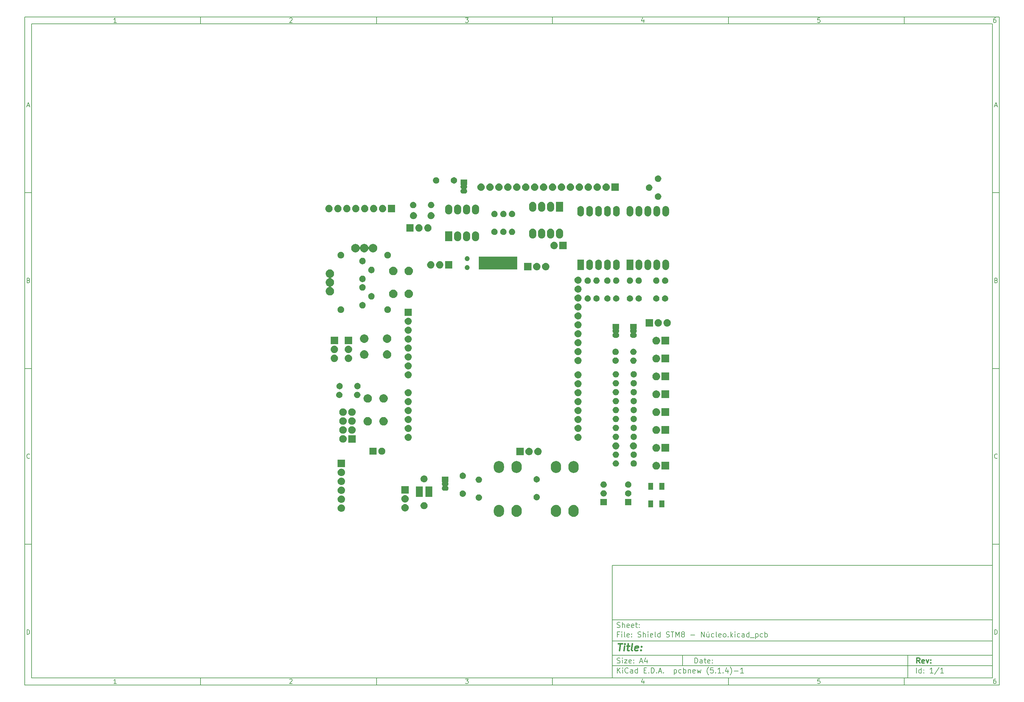
<source format=gbr>
G04 #@! TF.GenerationSoftware,KiCad,Pcbnew,(5.1.4)-1*
G04 #@! TF.CreationDate,2019-11-26T12:04:00-03:00*
G04 #@! TF.ProjectId,Shield STM8 - N_cleo,53686965-6c64-4205-9354-4d38202d204e,rev?*
G04 #@! TF.SameCoordinates,Original*
G04 #@! TF.FileFunction,Soldermask,Top*
G04 #@! TF.FilePolarity,Negative*
%FSLAX46Y46*%
G04 Gerber Fmt 4.6, Leading zero omitted, Abs format (unit mm)*
G04 Created by KiCad (PCBNEW (5.1.4)-1) date 2019-11-26 12:04:00*
%MOMM*%
%LPD*%
G04 APERTURE LIST*
%ADD10C,0.100000*%
%ADD11C,0.150000*%
%ADD12C,0.300000*%
%ADD13C,0.400000*%
G04 APERTURE END LIST*
D10*
D11*
X177002200Y-166007200D02*
X177002200Y-198007200D01*
X285002200Y-198007200D01*
X285002200Y-166007200D01*
X177002200Y-166007200D01*
D10*
D11*
X10000000Y-10000000D02*
X10000000Y-200007200D01*
X287002200Y-200007200D01*
X287002200Y-10000000D01*
X10000000Y-10000000D01*
D10*
D11*
X12000000Y-12000000D02*
X12000000Y-198007200D01*
X285002200Y-198007200D01*
X285002200Y-12000000D01*
X12000000Y-12000000D01*
D10*
D11*
X60000000Y-12000000D02*
X60000000Y-10000000D01*
D10*
D11*
X110000000Y-12000000D02*
X110000000Y-10000000D01*
D10*
D11*
X160000000Y-12000000D02*
X160000000Y-10000000D01*
D10*
D11*
X210000000Y-12000000D02*
X210000000Y-10000000D01*
D10*
D11*
X260000000Y-12000000D02*
X260000000Y-10000000D01*
D10*
D11*
X36065476Y-11588095D02*
X35322619Y-11588095D01*
X35694047Y-11588095D02*
X35694047Y-10288095D01*
X35570238Y-10473809D01*
X35446428Y-10597619D01*
X35322619Y-10659523D01*
D10*
D11*
X85322619Y-10411904D02*
X85384523Y-10350000D01*
X85508333Y-10288095D01*
X85817857Y-10288095D01*
X85941666Y-10350000D01*
X86003571Y-10411904D01*
X86065476Y-10535714D01*
X86065476Y-10659523D01*
X86003571Y-10845238D01*
X85260714Y-11588095D01*
X86065476Y-11588095D01*
D10*
D11*
X135260714Y-10288095D02*
X136065476Y-10288095D01*
X135632142Y-10783333D01*
X135817857Y-10783333D01*
X135941666Y-10845238D01*
X136003571Y-10907142D01*
X136065476Y-11030952D01*
X136065476Y-11340476D01*
X136003571Y-11464285D01*
X135941666Y-11526190D01*
X135817857Y-11588095D01*
X135446428Y-11588095D01*
X135322619Y-11526190D01*
X135260714Y-11464285D01*
D10*
D11*
X185941666Y-10721428D02*
X185941666Y-11588095D01*
X185632142Y-10226190D02*
X185322619Y-11154761D01*
X186127380Y-11154761D01*
D10*
D11*
X236003571Y-10288095D02*
X235384523Y-10288095D01*
X235322619Y-10907142D01*
X235384523Y-10845238D01*
X235508333Y-10783333D01*
X235817857Y-10783333D01*
X235941666Y-10845238D01*
X236003571Y-10907142D01*
X236065476Y-11030952D01*
X236065476Y-11340476D01*
X236003571Y-11464285D01*
X235941666Y-11526190D01*
X235817857Y-11588095D01*
X235508333Y-11588095D01*
X235384523Y-11526190D01*
X235322619Y-11464285D01*
D10*
D11*
X285941666Y-10288095D02*
X285694047Y-10288095D01*
X285570238Y-10350000D01*
X285508333Y-10411904D01*
X285384523Y-10597619D01*
X285322619Y-10845238D01*
X285322619Y-11340476D01*
X285384523Y-11464285D01*
X285446428Y-11526190D01*
X285570238Y-11588095D01*
X285817857Y-11588095D01*
X285941666Y-11526190D01*
X286003571Y-11464285D01*
X286065476Y-11340476D01*
X286065476Y-11030952D01*
X286003571Y-10907142D01*
X285941666Y-10845238D01*
X285817857Y-10783333D01*
X285570238Y-10783333D01*
X285446428Y-10845238D01*
X285384523Y-10907142D01*
X285322619Y-11030952D01*
D10*
D11*
X60000000Y-198007200D02*
X60000000Y-200007200D01*
D10*
D11*
X110000000Y-198007200D02*
X110000000Y-200007200D01*
D10*
D11*
X160000000Y-198007200D02*
X160000000Y-200007200D01*
D10*
D11*
X210000000Y-198007200D02*
X210000000Y-200007200D01*
D10*
D11*
X260000000Y-198007200D02*
X260000000Y-200007200D01*
D10*
D11*
X36065476Y-199595295D02*
X35322619Y-199595295D01*
X35694047Y-199595295D02*
X35694047Y-198295295D01*
X35570238Y-198481009D01*
X35446428Y-198604819D01*
X35322619Y-198666723D01*
D10*
D11*
X85322619Y-198419104D02*
X85384523Y-198357200D01*
X85508333Y-198295295D01*
X85817857Y-198295295D01*
X85941666Y-198357200D01*
X86003571Y-198419104D01*
X86065476Y-198542914D01*
X86065476Y-198666723D01*
X86003571Y-198852438D01*
X85260714Y-199595295D01*
X86065476Y-199595295D01*
D10*
D11*
X135260714Y-198295295D02*
X136065476Y-198295295D01*
X135632142Y-198790533D01*
X135817857Y-198790533D01*
X135941666Y-198852438D01*
X136003571Y-198914342D01*
X136065476Y-199038152D01*
X136065476Y-199347676D01*
X136003571Y-199471485D01*
X135941666Y-199533390D01*
X135817857Y-199595295D01*
X135446428Y-199595295D01*
X135322619Y-199533390D01*
X135260714Y-199471485D01*
D10*
D11*
X185941666Y-198728628D02*
X185941666Y-199595295D01*
X185632142Y-198233390D02*
X185322619Y-199161961D01*
X186127380Y-199161961D01*
D10*
D11*
X236003571Y-198295295D02*
X235384523Y-198295295D01*
X235322619Y-198914342D01*
X235384523Y-198852438D01*
X235508333Y-198790533D01*
X235817857Y-198790533D01*
X235941666Y-198852438D01*
X236003571Y-198914342D01*
X236065476Y-199038152D01*
X236065476Y-199347676D01*
X236003571Y-199471485D01*
X235941666Y-199533390D01*
X235817857Y-199595295D01*
X235508333Y-199595295D01*
X235384523Y-199533390D01*
X235322619Y-199471485D01*
D10*
D11*
X285941666Y-198295295D02*
X285694047Y-198295295D01*
X285570238Y-198357200D01*
X285508333Y-198419104D01*
X285384523Y-198604819D01*
X285322619Y-198852438D01*
X285322619Y-199347676D01*
X285384523Y-199471485D01*
X285446428Y-199533390D01*
X285570238Y-199595295D01*
X285817857Y-199595295D01*
X285941666Y-199533390D01*
X286003571Y-199471485D01*
X286065476Y-199347676D01*
X286065476Y-199038152D01*
X286003571Y-198914342D01*
X285941666Y-198852438D01*
X285817857Y-198790533D01*
X285570238Y-198790533D01*
X285446428Y-198852438D01*
X285384523Y-198914342D01*
X285322619Y-199038152D01*
D10*
D11*
X10000000Y-60000000D02*
X12000000Y-60000000D01*
D10*
D11*
X10000000Y-110000000D02*
X12000000Y-110000000D01*
D10*
D11*
X10000000Y-160000000D02*
X12000000Y-160000000D01*
D10*
D11*
X10690476Y-35216666D02*
X11309523Y-35216666D01*
X10566666Y-35588095D02*
X11000000Y-34288095D01*
X11433333Y-35588095D01*
D10*
D11*
X11092857Y-84907142D02*
X11278571Y-84969047D01*
X11340476Y-85030952D01*
X11402380Y-85154761D01*
X11402380Y-85340476D01*
X11340476Y-85464285D01*
X11278571Y-85526190D01*
X11154761Y-85588095D01*
X10659523Y-85588095D01*
X10659523Y-84288095D01*
X11092857Y-84288095D01*
X11216666Y-84350000D01*
X11278571Y-84411904D01*
X11340476Y-84535714D01*
X11340476Y-84659523D01*
X11278571Y-84783333D01*
X11216666Y-84845238D01*
X11092857Y-84907142D01*
X10659523Y-84907142D01*
D10*
D11*
X11402380Y-135464285D02*
X11340476Y-135526190D01*
X11154761Y-135588095D01*
X11030952Y-135588095D01*
X10845238Y-135526190D01*
X10721428Y-135402380D01*
X10659523Y-135278571D01*
X10597619Y-135030952D01*
X10597619Y-134845238D01*
X10659523Y-134597619D01*
X10721428Y-134473809D01*
X10845238Y-134350000D01*
X11030952Y-134288095D01*
X11154761Y-134288095D01*
X11340476Y-134350000D01*
X11402380Y-134411904D01*
D10*
D11*
X10659523Y-185588095D02*
X10659523Y-184288095D01*
X10969047Y-184288095D01*
X11154761Y-184350000D01*
X11278571Y-184473809D01*
X11340476Y-184597619D01*
X11402380Y-184845238D01*
X11402380Y-185030952D01*
X11340476Y-185278571D01*
X11278571Y-185402380D01*
X11154761Y-185526190D01*
X10969047Y-185588095D01*
X10659523Y-185588095D01*
D10*
D11*
X287002200Y-60000000D02*
X285002200Y-60000000D01*
D10*
D11*
X287002200Y-110000000D02*
X285002200Y-110000000D01*
D10*
D11*
X287002200Y-160000000D02*
X285002200Y-160000000D01*
D10*
D11*
X285692676Y-35216666D02*
X286311723Y-35216666D01*
X285568866Y-35588095D02*
X286002200Y-34288095D01*
X286435533Y-35588095D01*
D10*
D11*
X286095057Y-84907142D02*
X286280771Y-84969047D01*
X286342676Y-85030952D01*
X286404580Y-85154761D01*
X286404580Y-85340476D01*
X286342676Y-85464285D01*
X286280771Y-85526190D01*
X286156961Y-85588095D01*
X285661723Y-85588095D01*
X285661723Y-84288095D01*
X286095057Y-84288095D01*
X286218866Y-84350000D01*
X286280771Y-84411904D01*
X286342676Y-84535714D01*
X286342676Y-84659523D01*
X286280771Y-84783333D01*
X286218866Y-84845238D01*
X286095057Y-84907142D01*
X285661723Y-84907142D01*
D10*
D11*
X286404580Y-135464285D02*
X286342676Y-135526190D01*
X286156961Y-135588095D01*
X286033152Y-135588095D01*
X285847438Y-135526190D01*
X285723628Y-135402380D01*
X285661723Y-135278571D01*
X285599819Y-135030952D01*
X285599819Y-134845238D01*
X285661723Y-134597619D01*
X285723628Y-134473809D01*
X285847438Y-134350000D01*
X286033152Y-134288095D01*
X286156961Y-134288095D01*
X286342676Y-134350000D01*
X286404580Y-134411904D01*
D10*
D11*
X285661723Y-185588095D02*
X285661723Y-184288095D01*
X285971247Y-184288095D01*
X286156961Y-184350000D01*
X286280771Y-184473809D01*
X286342676Y-184597619D01*
X286404580Y-184845238D01*
X286404580Y-185030952D01*
X286342676Y-185278571D01*
X286280771Y-185402380D01*
X286156961Y-185526190D01*
X285971247Y-185588095D01*
X285661723Y-185588095D01*
D10*
D11*
X200434342Y-193785771D02*
X200434342Y-192285771D01*
X200791485Y-192285771D01*
X201005771Y-192357200D01*
X201148628Y-192500057D01*
X201220057Y-192642914D01*
X201291485Y-192928628D01*
X201291485Y-193142914D01*
X201220057Y-193428628D01*
X201148628Y-193571485D01*
X201005771Y-193714342D01*
X200791485Y-193785771D01*
X200434342Y-193785771D01*
X202577200Y-193785771D02*
X202577200Y-193000057D01*
X202505771Y-192857200D01*
X202362914Y-192785771D01*
X202077200Y-192785771D01*
X201934342Y-192857200D01*
X202577200Y-193714342D02*
X202434342Y-193785771D01*
X202077200Y-193785771D01*
X201934342Y-193714342D01*
X201862914Y-193571485D01*
X201862914Y-193428628D01*
X201934342Y-193285771D01*
X202077200Y-193214342D01*
X202434342Y-193214342D01*
X202577200Y-193142914D01*
X203077200Y-192785771D02*
X203648628Y-192785771D01*
X203291485Y-192285771D02*
X203291485Y-193571485D01*
X203362914Y-193714342D01*
X203505771Y-193785771D01*
X203648628Y-193785771D01*
X204720057Y-193714342D02*
X204577200Y-193785771D01*
X204291485Y-193785771D01*
X204148628Y-193714342D01*
X204077200Y-193571485D01*
X204077200Y-193000057D01*
X204148628Y-192857200D01*
X204291485Y-192785771D01*
X204577200Y-192785771D01*
X204720057Y-192857200D01*
X204791485Y-193000057D01*
X204791485Y-193142914D01*
X204077200Y-193285771D01*
X205434342Y-193642914D02*
X205505771Y-193714342D01*
X205434342Y-193785771D01*
X205362914Y-193714342D01*
X205434342Y-193642914D01*
X205434342Y-193785771D01*
X205434342Y-192857200D02*
X205505771Y-192928628D01*
X205434342Y-193000057D01*
X205362914Y-192928628D01*
X205434342Y-192857200D01*
X205434342Y-193000057D01*
D10*
D11*
X177002200Y-194507200D02*
X285002200Y-194507200D01*
D10*
D11*
X178434342Y-196585771D02*
X178434342Y-195085771D01*
X179291485Y-196585771D02*
X178648628Y-195728628D01*
X179291485Y-195085771D02*
X178434342Y-195942914D01*
X179934342Y-196585771D02*
X179934342Y-195585771D01*
X179934342Y-195085771D02*
X179862914Y-195157200D01*
X179934342Y-195228628D01*
X180005771Y-195157200D01*
X179934342Y-195085771D01*
X179934342Y-195228628D01*
X181505771Y-196442914D02*
X181434342Y-196514342D01*
X181220057Y-196585771D01*
X181077200Y-196585771D01*
X180862914Y-196514342D01*
X180720057Y-196371485D01*
X180648628Y-196228628D01*
X180577200Y-195942914D01*
X180577200Y-195728628D01*
X180648628Y-195442914D01*
X180720057Y-195300057D01*
X180862914Y-195157200D01*
X181077200Y-195085771D01*
X181220057Y-195085771D01*
X181434342Y-195157200D01*
X181505771Y-195228628D01*
X182791485Y-196585771D02*
X182791485Y-195800057D01*
X182720057Y-195657200D01*
X182577200Y-195585771D01*
X182291485Y-195585771D01*
X182148628Y-195657200D01*
X182791485Y-196514342D02*
X182648628Y-196585771D01*
X182291485Y-196585771D01*
X182148628Y-196514342D01*
X182077200Y-196371485D01*
X182077200Y-196228628D01*
X182148628Y-196085771D01*
X182291485Y-196014342D01*
X182648628Y-196014342D01*
X182791485Y-195942914D01*
X184148628Y-196585771D02*
X184148628Y-195085771D01*
X184148628Y-196514342D02*
X184005771Y-196585771D01*
X183720057Y-196585771D01*
X183577200Y-196514342D01*
X183505771Y-196442914D01*
X183434342Y-196300057D01*
X183434342Y-195871485D01*
X183505771Y-195728628D01*
X183577200Y-195657200D01*
X183720057Y-195585771D01*
X184005771Y-195585771D01*
X184148628Y-195657200D01*
X186005771Y-195800057D02*
X186505771Y-195800057D01*
X186720057Y-196585771D02*
X186005771Y-196585771D01*
X186005771Y-195085771D01*
X186720057Y-195085771D01*
X187362914Y-196442914D02*
X187434342Y-196514342D01*
X187362914Y-196585771D01*
X187291485Y-196514342D01*
X187362914Y-196442914D01*
X187362914Y-196585771D01*
X188077200Y-196585771D02*
X188077200Y-195085771D01*
X188434342Y-195085771D01*
X188648628Y-195157200D01*
X188791485Y-195300057D01*
X188862914Y-195442914D01*
X188934342Y-195728628D01*
X188934342Y-195942914D01*
X188862914Y-196228628D01*
X188791485Y-196371485D01*
X188648628Y-196514342D01*
X188434342Y-196585771D01*
X188077200Y-196585771D01*
X189577200Y-196442914D02*
X189648628Y-196514342D01*
X189577200Y-196585771D01*
X189505771Y-196514342D01*
X189577200Y-196442914D01*
X189577200Y-196585771D01*
X190220057Y-196157200D02*
X190934342Y-196157200D01*
X190077200Y-196585771D02*
X190577200Y-195085771D01*
X191077200Y-196585771D01*
X191577200Y-196442914D02*
X191648628Y-196514342D01*
X191577200Y-196585771D01*
X191505771Y-196514342D01*
X191577200Y-196442914D01*
X191577200Y-196585771D01*
X194577200Y-195585771D02*
X194577200Y-197085771D01*
X194577200Y-195657200D02*
X194720057Y-195585771D01*
X195005771Y-195585771D01*
X195148628Y-195657200D01*
X195220057Y-195728628D01*
X195291485Y-195871485D01*
X195291485Y-196300057D01*
X195220057Y-196442914D01*
X195148628Y-196514342D01*
X195005771Y-196585771D01*
X194720057Y-196585771D01*
X194577200Y-196514342D01*
X196577200Y-196514342D02*
X196434342Y-196585771D01*
X196148628Y-196585771D01*
X196005771Y-196514342D01*
X195934342Y-196442914D01*
X195862914Y-196300057D01*
X195862914Y-195871485D01*
X195934342Y-195728628D01*
X196005771Y-195657200D01*
X196148628Y-195585771D01*
X196434342Y-195585771D01*
X196577200Y-195657200D01*
X197220057Y-196585771D02*
X197220057Y-195085771D01*
X197220057Y-195657200D02*
X197362914Y-195585771D01*
X197648628Y-195585771D01*
X197791485Y-195657200D01*
X197862914Y-195728628D01*
X197934342Y-195871485D01*
X197934342Y-196300057D01*
X197862914Y-196442914D01*
X197791485Y-196514342D01*
X197648628Y-196585771D01*
X197362914Y-196585771D01*
X197220057Y-196514342D01*
X198577200Y-195585771D02*
X198577200Y-196585771D01*
X198577200Y-195728628D02*
X198648628Y-195657200D01*
X198791485Y-195585771D01*
X199005771Y-195585771D01*
X199148628Y-195657200D01*
X199220057Y-195800057D01*
X199220057Y-196585771D01*
X200505771Y-196514342D02*
X200362914Y-196585771D01*
X200077200Y-196585771D01*
X199934342Y-196514342D01*
X199862914Y-196371485D01*
X199862914Y-195800057D01*
X199934342Y-195657200D01*
X200077200Y-195585771D01*
X200362914Y-195585771D01*
X200505771Y-195657200D01*
X200577200Y-195800057D01*
X200577200Y-195942914D01*
X199862914Y-196085771D01*
X201077200Y-195585771D02*
X201362914Y-196585771D01*
X201648628Y-195871485D01*
X201934342Y-196585771D01*
X202220057Y-195585771D01*
X204362914Y-197157200D02*
X204291485Y-197085771D01*
X204148628Y-196871485D01*
X204077200Y-196728628D01*
X204005771Y-196514342D01*
X203934342Y-196157200D01*
X203934342Y-195871485D01*
X204005771Y-195514342D01*
X204077200Y-195300057D01*
X204148628Y-195157200D01*
X204291485Y-194942914D01*
X204362914Y-194871485D01*
X205648628Y-195085771D02*
X204934342Y-195085771D01*
X204862914Y-195800057D01*
X204934342Y-195728628D01*
X205077200Y-195657200D01*
X205434342Y-195657200D01*
X205577200Y-195728628D01*
X205648628Y-195800057D01*
X205720057Y-195942914D01*
X205720057Y-196300057D01*
X205648628Y-196442914D01*
X205577200Y-196514342D01*
X205434342Y-196585771D01*
X205077200Y-196585771D01*
X204934342Y-196514342D01*
X204862914Y-196442914D01*
X206362914Y-196442914D02*
X206434342Y-196514342D01*
X206362914Y-196585771D01*
X206291485Y-196514342D01*
X206362914Y-196442914D01*
X206362914Y-196585771D01*
X207862914Y-196585771D02*
X207005771Y-196585771D01*
X207434342Y-196585771D02*
X207434342Y-195085771D01*
X207291485Y-195300057D01*
X207148628Y-195442914D01*
X207005771Y-195514342D01*
X208505771Y-196442914D02*
X208577200Y-196514342D01*
X208505771Y-196585771D01*
X208434342Y-196514342D01*
X208505771Y-196442914D01*
X208505771Y-196585771D01*
X209862914Y-195585771D02*
X209862914Y-196585771D01*
X209505771Y-195014342D02*
X209148628Y-196085771D01*
X210077200Y-196085771D01*
X210505771Y-197157200D02*
X210577200Y-197085771D01*
X210720057Y-196871485D01*
X210791485Y-196728628D01*
X210862914Y-196514342D01*
X210934342Y-196157200D01*
X210934342Y-195871485D01*
X210862914Y-195514342D01*
X210791485Y-195300057D01*
X210720057Y-195157200D01*
X210577200Y-194942914D01*
X210505771Y-194871485D01*
X211648628Y-196014342D02*
X212791485Y-196014342D01*
X214291485Y-196585771D02*
X213434342Y-196585771D01*
X213862914Y-196585771D02*
X213862914Y-195085771D01*
X213720057Y-195300057D01*
X213577200Y-195442914D01*
X213434342Y-195514342D01*
D10*
D11*
X177002200Y-191507200D02*
X285002200Y-191507200D01*
D10*
D12*
X264411485Y-193785771D02*
X263911485Y-193071485D01*
X263554342Y-193785771D02*
X263554342Y-192285771D01*
X264125771Y-192285771D01*
X264268628Y-192357200D01*
X264340057Y-192428628D01*
X264411485Y-192571485D01*
X264411485Y-192785771D01*
X264340057Y-192928628D01*
X264268628Y-193000057D01*
X264125771Y-193071485D01*
X263554342Y-193071485D01*
X265625771Y-193714342D02*
X265482914Y-193785771D01*
X265197200Y-193785771D01*
X265054342Y-193714342D01*
X264982914Y-193571485D01*
X264982914Y-193000057D01*
X265054342Y-192857200D01*
X265197200Y-192785771D01*
X265482914Y-192785771D01*
X265625771Y-192857200D01*
X265697200Y-193000057D01*
X265697200Y-193142914D01*
X264982914Y-193285771D01*
X266197200Y-192785771D02*
X266554342Y-193785771D01*
X266911485Y-192785771D01*
X267482914Y-193642914D02*
X267554342Y-193714342D01*
X267482914Y-193785771D01*
X267411485Y-193714342D01*
X267482914Y-193642914D01*
X267482914Y-193785771D01*
X267482914Y-192857200D02*
X267554342Y-192928628D01*
X267482914Y-193000057D01*
X267411485Y-192928628D01*
X267482914Y-192857200D01*
X267482914Y-193000057D01*
D10*
D11*
X178362914Y-193714342D02*
X178577200Y-193785771D01*
X178934342Y-193785771D01*
X179077200Y-193714342D01*
X179148628Y-193642914D01*
X179220057Y-193500057D01*
X179220057Y-193357200D01*
X179148628Y-193214342D01*
X179077200Y-193142914D01*
X178934342Y-193071485D01*
X178648628Y-193000057D01*
X178505771Y-192928628D01*
X178434342Y-192857200D01*
X178362914Y-192714342D01*
X178362914Y-192571485D01*
X178434342Y-192428628D01*
X178505771Y-192357200D01*
X178648628Y-192285771D01*
X179005771Y-192285771D01*
X179220057Y-192357200D01*
X179862914Y-193785771D02*
X179862914Y-192785771D01*
X179862914Y-192285771D02*
X179791485Y-192357200D01*
X179862914Y-192428628D01*
X179934342Y-192357200D01*
X179862914Y-192285771D01*
X179862914Y-192428628D01*
X180434342Y-192785771D02*
X181220057Y-192785771D01*
X180434342Y-193785771D01*
X181220057Y-193785771D01*
X182362914Y-193714342D02*
X182220057Y-193785771D01*
X181934342Y-193785771D01*
X181791485Y-193714342D01*
X181720057Y-193571485D01*
X181720057Y-193000057D01*
X181791485Y-192857200D01*
X181934342Y-192785771D01*
X182220057Y-192785771D01*
X182362914Y-192857200D01*
X182434342Y-193000057D01*
X182434342Y-193142914D01*
X181720057Y-193285771D01*
X183077200Y-193642914D02*
X183148628Y-193714342D01*
X183077200Y-193785771D01*
X183005771Y-193714342D01*
X183077200Y-193642914D01*
X183077200Y-193785771D01*
X183077200Y-192857200D02*
X183148628Y-192928628D01*
X183077200Y-193000057D01*
X183005771Y-192928628D01*
X183077200Y-192857200D01*
X183077200Y-193000057D01*
X184862914Y-193357200D02*
X185577200Y-193357200D01*
X184720057Y-193785771D02*
X185220057Y-192285771D01*
X185720057Y-193785771D01*
X186862914Y-192785771D02*
X186862914Y-193785771D01*
X186505771Y-192214342D02*
X186148628Y-193285771D01*
X187077200Y-193285771D01*
D10*
D11*
X263434342Y-196585771D02*
X263434342Y-195085771D01*
X264791485Y-196585771D02*
X264791485Y-195085771D01*
X264791485Y-196514342D02*
X264648628Y-196585771D01*
X264362914Y-196585771D01*
X264220057Y-196514342D01*
X264148628Y-196442914D01*
X264077200Y-196300057D01*
X264077200Y-195871485D01*
X264148628Y-195728628D01*
X264220057Y-195657200D01*
X264362914Y-195585771D01*
X264648628Y-195585771D01*
X264791485Y-195657200D01*
X265505771Y-196442914D02*
X265577200Y-196514342D01*
X265505771Y-196585771D01*
X265434342Y-196514342D01*
X265505771Y-196442914D01*
X265505771Y-196585771D01*
X265505771Y-195657200D02*
X265577200Y-195728628D01*
X265505771Y-195800057D01*
X265434342Y-195728628D01*
X265505771Y-195657200D01*
X265505771Y-195800057D01*
X268148628Y-196585771D02*
X267291485Y-196585771D01*
X267720057Y-196585771D02*
X267720057Y-195085771D01*
X267577200Y-195300057D01*
X267434342Y-195442914D01*
X267291485Y-195514342D01*
X269862914Y-195014342D02*
X268577200Y-196942914D01*
X271148628Y-196585771D02*
X270291485Y-196585771D01*
X270720057Y-196585771D02*
X270720057Y-195085771D01*
X270577200Y-195300057D01*
X270434342Y-195442914D01*
X270291485Y-195514342D01*
D10*
D11*
X177002200Y-187507200D02*
X285002200Y-187507200D01*
D10*
D13*
X178714580Y-188211961D02*
X179857438Y-188211961D01*
X179036009Y-190211961D02*
X179286009Y-188211961D01*
X180274104Y-190211961D02*
X180440771Y-188878628D01*
X180524104Y-188211961D02*
X180416961Y-188307200D01*
X180500295Y-188402438D01*
X180607438Y-188307200D01*
X180524104Y-188211961D01*
X180500295Y-188402438D01*
X181107438Y-188878628D02*
X181869342Y-188878628D01*
X181476485Y-188211961D02*
X181262200Y-189926247D01*
X181333628Y-190116723D01*
X181512200Y-190211961D01*
X181702676Y-190211961D01*
X182655057Y-190211961D02*
X182476485Y-190116723D01*
X182405057Y-189926247D01*
X182619342Y-188211961D01*
X184190771Y-190116723D02*
X183988390Y-190211961D01*
X183607438Y-190211961D01*
X183428866Y-190116723D01*
X183357438Y-189926247D01*
X183452676Y-189164342D01*
X183571723Y-188973866D01*
X183774104Y-188878628D01*
X184155057Y-188878628D01*
X184333628Y-188973866D01*
X184405057Y-189164342D01*
X184381247Y-189354819D01*
X183405057Y-189545295D01*
X185155057Y-190021485D02*
X185238390Y-190116723D01*
X185131247Y-190211961D01*
X185047914Y-190116723D01*
X185155057Y-190021485D01*
X185131247Y-190211961D01*
X185286009Y-188973866D02*
X185369342Y-189069104D01*
X185262200Y-189164342D01*
X185178866Y-189069104D01*
X185286009Y-188973866D01*
X185262200Y-189164342D01*
D10*
D11*
X178934342Y-185600057D02*
X178434342Y-185600057D01*
X178434342Y-186385771D02*
X178434342Y-184885771D01*
X179148628Y-184885771D01*
X179720057Y-186385771D02*
X179720057Y-185385771D01*
X179720057Y-184885771D02*
X179648628Y-184957200D01*
X179720057Y-185028628D01*
X179791485Y-184957200D01*
X179720057Y-184885771D01*
X179720057Y-185028628D01*
X180648628Y-186385771D02*
X180505771Y-186314342D01*
X180434342Y-186171485D01*
X180434342Y-184885771D01*
X181791485Y-186314342D02*
X181648628Y-186385771D01*
X181362914Y-186385771D01*
X181220057Y-186314342D01*
X181148628Y-186171485D01*
X181148628Y-185600057D01*
X181220057Y-185457200D01*
X181362914Y-185385771D01*
X181648628Y-185385771D01*
X181791485Y-185457200D01*
X181862914Y-185600057D01*
X181862914Y-185742914D01*
X181148628Y-185885771D01*
X182505771Y-186242914D02*
X182577200Y-186314342D01*
X182505771Y-186385771D01*
X182434342Y-186314342D01*
X182505771Y-186242914D01*
X182505771Y-186385771D01*
X182505771Y-185457200D02*
X182577200Y-185528628D01*
X182505771Y-185600057D01*
X182434342Y-185528628D01*
X182505771Y-185457200D01*
X182505771Y-185600057D01*
X184291485Y-186314342D02*
X184505771Y-186385771D01*
X184862914Y-186385771D01*
X185005771Y-186314342D01*
X185077200Y-186242914D01*
X185148628Y-186100057D01*
X185148628Y-185957200D01*
X185077200Y-185814342D01*
X185005771Y-185742914D01*
X184862914Y-185671485D01*
X184577200Y-185600057D01*
X184434342Y-185528628D01*
X184362914Y-185457200D01*
X184291485Y-185314342D01*
X184291485Y-185171485D01*
X184362914Y-185028628D01*
X184434342Y-184957200D01*
X184577200Y-184885771D01*
X184934342Y-184885771D01*
X185148628Y-184957200D01*
X185791485Y-186385771D02*
X185791485Y-184885771D01*
X186434342Y-186385771D02*
X186434342Y-185600057D01*
X186362914Y-185457200D01*
X186220057Y-185385771D01*
X186005771Y-185385771D01*
X185862914Y-185457200D01*
X185791485Y-185528628D01*
X187148628Y-186385771D02*
X187148628Y-185385771D01*
X187148628Y-184885771D02*
X187077200Y-184957200D01*
X187148628Y-185028628D01*
X187220057Y-184957200D01*
X187148628Y-184885771D01*
X187148628Y-185028628D01*
X188434342Y-186314342D02*
X188291485Y-186385771D01*
X188005771Y-186385771D01*
X187862914Y-186314342D01*
X187791485Y-186171485D01*
X187791485Y-185600057D01*
X187862914Y-185457200D01*
X188005771Y-185385771D01*
X188291485Y-185385771D01*
X188434342Y-185457200D01*
X188505771Y-185600057D01*
X188505771Y-185742914D01*
X187791485Y-185885771D01*
X189362914Y-186385771D02*
X189220057Y-186314342D01*
X189148628Y-186171485D01*
X189148628Y-184885771D01*
X190577200Y-186385771D02*
X190577200Y-184885771D01*
X190577200Y-186314342D02*
X190434342Y-186385771D01*
X190148628Y-186385771D01*
X190005771Y-186314342D01*
X189934342Y-186242914D01*
X189862914Y-186100057D01*
X189862914Y-185671485D01*
X189934342Y-185528628D01*
X190005771Y-185457200D01*
X190148628Y-185385771D01*
X190434342Y-185385771D01*
X190577200Y-185457200D01*
X192362914Y-186314342D02*
X192577200Y-186385771D01*
X192934342Y-186385771D01*
X193077200Y-186314342D01*
X193148628Y-186242914D01*
X193220057Y-186100057D01*
X193220057Y-185957200D01*
X193148628Y-185814342D01*
X193077200Y-185742914D01*
X192934342Y-185671485D01*
X192648628Y-185600057D01*
X192505771Y-185528628D01*
X192434342Y-185457200D01*
X192362914Y-185314342D01*
X192362914Y-185171485D01*
X192434342Y-185028628D01*
X192505771Y-184957200D01*
X192648628Y-184885771D01*
X193005771Y-184885771D01*
X193220057Y-184957200D01*
X193648628Y-184885771D02*
X194505771Y-184885771D01*
X194077200Y-186385771D02*
X194077200Y-184885771D01*
X195005771Y-186385771D02*
X195005771Y-184885771D01*
X195505771Y-185957200D01*
X196005771Y-184885771D01*
X196005771Y-186385771D01*
X196934342Y-185528628D02*
X196791485Y-185457200D01*
X196720057Y-185385771D01*
X196648628Y-185242914D01*
X196648628Y-185171485D01*
X196720057Y-185028628D01*
X196791485Y-184957200D01*
X196934342Y-184885771D01*
X197220057Y-184885771D01*
X197362914Y-184957200D01*
X197434342Y-185028628D01*
X197505771Y-185171485D01*
X197505771Y-185242914D01*
X197434342Y-185385771D01*
X197362914Y-185457200D01*
X197220057Y-185528628D01*
X196934342Y-185528628D01*
X196791485Y-185600057D01*
X196720057Y-185671485D01*
X196648628Y-185814342D01*
X196648628Y-186100057D01*
X196720057Y-186242914D01*
X196791485Y-186314342D01*
X196934342Y-186385771D01*
X197220057Y-186385771D01*
X197362914Y-186314342D01*
X197434342Y-186242914D01*
X197505771Y-186100057D01*
X197505771Y-185814342D01*
X197434342Y-185671485D01*
X197362914Y-185600057D01*
X197220057Y-185528628D01*
X199291485Y-185814342D02*
X200434342Y-185814342D01*
X202291485Y-186385771D02*
X202291485Y-184885771D01*
X203148628Y-186385771D01*
X203148628Y-184885771D01*
X204505771Y-185385771D02*
X204505771Y-186385771D01*
X203862914Y-185385771D02*
X203862914Y-186171485D01*
X203934342Y-186314342D01*
X204077200Y-186385771D01*
X204291485Y-186385771D01*
X204434342Y-186314342D01*
X204505771Y-186242914D01*
X204362914Y-184814342D02*
X204148628Y-185028628D01*
X205862914Y-186314342D02*
X205720057Y-186385771D01*
X205434342Y-186385771D01*
X205291485Y-186314342D01*
X205220057Y-186242914D01*
X205148628Y-186100057D01*
X205148628Y-185671485D01*
X205220057Y-185528628D01*
X205291485Y-185457200D01*
X205434342Y-185385771D01*
X205720057Y-185385771D01*
X205862914Y-185457200D01*
X206720057Y-186385771D02*
X206577200Y-186314342D01*
X206505771Y-186171485D01*
X206505771Y-184885771D01*
X207862914Y-186314342D02*
X207720057Y-186385771D01*
X207434342Y-186385771D01*
X207291485Y-186314342D01*
X207220057Y-186171485D01*
X207220057Y-185600057D01*
X207291485Y-185457200D01*
X207434342Y-185385771D01*
X207720057Y-185385771D01*
X207862914Y-185457200D01*
X207934342Y-185600057D01*
X207934342Y-185742914D01*
X207220057Y-185885771D01*
X208791485Y-186385771D02*
X208648628Y-186314342D01*
X208577200Y-186242914D01*
X208505771Y-186100057D01*
X208505771Y-185671485D01*
X208577200Y-185528628D01*
X208648628Y-185457200D01*
X208791485Y-185385771D01*
X209005771Y-185385771D01*
X209148628Y-185457200D01*
X209220057Y-185528628D01*
X209291485Y-185671485D01*
X209291485Y-186100057D01*
X209220057Y-186242914D01*
X209148628Y-186314342D01*
X209005771Y-186385771D01*
X208791485Y-186385771D01*
X209934342Y-186242914D02*
X210005771Y-186314342D01*
X209934342Y-186385771D01*
X209862914Y-186314342D01*
X209934342Y-186242914D01*
X209934342Y-186385771D01*
X210648628Y-186385771D02*
X210648628Y-184885771D01*
X210791485Y-185814342D02*
X211220057Y-186385771D01*
X211220057Y-185385771D02*
X210648628Y-185957200D01*
X211862914Y-186385771D02*
X211862914Y-185385771D01*
X211862914Y-184885771D02*
X211791485Y-184957200D01*
X211862914Y-185028628D01*
X211934342Y-184957200D01*
X211862914Y-184885771D01*
X211862914Y-185028628D01*
X213220057Y-186314342D02*
X213077200Y-186385771D01*
X212791485Y-186385771D01*
X212648628Y-186314342D01*
X212577200Y-186242914D01*
X212505771Y-186100057D01*
X212505771Y-185671485D01*
X212577200Y-185528628D01*
X212648628Y-185457200D01*
X212791485Y-185385771D01*
X213077200Y-185385771D01*
X213220057Y-185457200D01*
X214505771Y-186385771D02*
X214505771Y-185600057D01*
X214434342Y-185457200D01*
X214291485Y-185385771D01*
X214005771Y-185385771D01*
X213862914Y-185457200D01*
X214505771Y-186314342D02*
X214362914Y-186385771D01*
X214005771Y-186385771D01*
X213862914Y-186314342D01*
X213791485Y-186171485D01*
X213791485Y-186028628D01*
X213862914Y-185885771D01*
X214005771Y-185814342D01*
X214362914Y-185814342D01*
X214505771Y-185742914D01*
X215862914Y-186385771D02*
X215862914Y-184885771D01*
X215862914Y-186314342D02*
X215720057Y-186385771D01*
X215434342Y-186385771D01*
X215291485Y-186314342D01*
X215220057Y-186242914D01*
X215148628Y-186100057D01*
X215148628Y-185671485D01*
X215220057Y-185528628D01*
X215291485Y-185457200D01*
X215434342Y-185385771D01*
X215720057Y-185385771D01*
X215862914Y-185457200D01*
X216220057Y-186528628D02*
X217362914Y-186528628D01*
X217720057Y-185385771D02*
X217720057Y-186885771D01*
X217720057Y-185457200D02*
X217862914Y-185385771D01*
X218148628Y-185385771D01*
X218291485Y-185457200D01*
X218362914Y-185528628D01*
X218434342Y-185671485D01*
X218434342Y-186100057D01*
X218362914Y-186242914D01*
X218291485Y-186314342D01*
X218148628Y-186385771D01*
X217862914Y-186385771D01*
X217720057Y-186314342D01*
X219720057Y-186314342D02*
X219577200Y-186385771D01*
X219291485Y-186385771D01*
X219148628Y-186314342D01*
X219077200Y-186242914D01*
X219005771Y-186100057D01*
X219005771Y-185671485D01*
X219077200Y-185528628D01*
X219148628Y-185457200D01*
X219291485Y-185385771D01*
X219577200Y-185385771D01*
X219720057Y-185457200D01*
X220362914Y-186385771D02*
X220362914Y-184885771D01*
X220362914Y-185457200D02*
X220505771Y-185385771D01*
X220791485Y-185385771D01*
X220934342Y-185457200D01*
X221005771Y-185528628D01*
X221077200Y-185671485D01*
X221077200Y-186100057D01*
X221005771Y-186242914D01*
X220934342Y-186314342D01*
X220791485Y-186385771D01*
X220505771Y-186385771D01*
X220362914Y-186314342D01*
D10*
D11*
X177002200Y-181507200D02*
X285002200Y-181507200D01*
D10*
D11*
X178362914Y-183614342D02*
X178577200Y-183685771D01*
X178934342Y-183685771D01*
X179077200Y-183614342D01*
X179148628Y-183542914D01*
X179220057Y-183400057D01*
X179220057Y-183257200D01*
X179148628Y-183114342D01*
X179077200Y-183042914D01*
X178934342Y-182971485D01*
X178648628Y-182900057D01*
X178505771Y-182828628D01*
X178434342Y-182757200D01*
X178362914Y-182614342D01*
X178362914Y-182471485D01*
X178434342Y-182328628D01*
X178505771Y-182257200D01*
X178648628Y-182185771D01*
X179005771Y-182185771D01*
X179220057Y-182257200D01*
X179862914Y-183685771D02*
X179862914Y-182185771D01*
X180505771Y-183685771D02*
X180505771Y-182900057D01*
X180434342Y-182757200D01*
X180291485Y-182685771D01*
X180077200Y-182685771D01*
X179934342Y-182757200D01*
X179862914Y-182828628D01*
X181791485Y-183614342D02*
X181648628Y-183685771D01*
X181362914Y-183685771D01*
X181220057Y-183614342D01*
X181148628Y-183471485D01*
X181148628Y-182900057D01*
X181220057Y-182757200D01*
X181362914Y-182685771D01*
X181648628Y-182685771D01*
X181791485Y-182757200D01*
X181862914Y-182900057D01*
X181862914Y-183042914D01*
X181148628Y-183185771D01*
X183077200Y-183614342D02*
X182934342Y-183685771D01*
X182648628Y-183685771D01*
X182505771Y-183614342D01*
X182434342Y-183471485D01*
X182434342Y-182900057D01*
X182505771Y-182757200D01*
X182648628Y-182685771D01*
X182934342Y-182685771D01*
X183077200Y-182757200D01*
X183148628Y-182900057D01*
X183148628Y-183042914D01*
X182434342Y-183185771D01*
X183577200Y-182685771D02*
X184148628Y-182685771D01*
X183791485Y-182185771D02*
X183791485Y-183471485D01*
X183862914Y-183614342D01*
X184005771Y-183685771D01*
X184148628Y-183685771D01*
X184648628Y-183542914D02*
X184720057Y-183614342D01*
X184648628Y-183685771D01*
X184577200Y-183614342D01*
X184648628Y-183542914D01*
X184648628Y-183685771D01*
X184648628Y-182757200D02*
X184720057Y-182828628D01*
X184648628Y-182900057D01*
X184577200Y-182828628D01*
X184648628Y-182757200D01*
X184648628Y-182900057D01*
D10*
D11*
X197002200Y-191507200D02*
X197002200Y-194507200D01*
D10*
D11*
X261002200Y-191507200D02*
X261002200Y-198007200D01*
D10*
G36*
X150064249Y-148820981D02*
G01*
X150337575Y-148903894D01*
X150337578Y-148903895D01*
X150589472Y-149038535D01*
X150810266Y-149219734D01*
X150991465Y-149440527D01*
X151126105Y-149692421D01*
X151126105Y-149692422D01*
X151126106Y-149692424D01*
X151209019Y-149965750D01*
X151230000Y-150178775D01*
X151230000Y-150821224D01*
X151209019Y-151034249D01*
X151126106Y-151307576D01*
X151126105Y-151307579D01*
X150991465Y-151559473D01*
X150810266Y-151780266D01*
X150589473Y-151961465D01*
X150337579Y-152096105D01*
X150337576Y-152096106D01*
X150064250Y-152179019D01*
X149780000Y-152207015D01*
X149495751Y-152179019D01*
X149222425Y-152096106D01*
X149222422Y-152096105D01*
X148970528Y-151961465D01*
X148749734Y-151780266D01*
X148568535Y-151559473D01*
X148433895Y-151307579D01*
X148433894Y-151307576D01*
X148350981Y-151034250D01*
X148330000Y-150821225D01*
X148330000Y-150178776D01*
X148331242Y-150166170D01*
X148350981Y-149965753D01*
X148350981Y-149965751D01*
X148433894Y-149692425D01*
X148433895Y-149692422D01*
X148568535Y-149440528D01*
X148749734Y-149219734D01*
X148970527Y-149038535D01*
X149222421Y-148903895D01*
X149222424Y-148903894D01*
X149495750Y-148820981D01*
X149780000Y-148792985D01*
X150064249Y-148820981D01*
X150064249Y-148820981D01*
G37*
G36*
X145064249Y-148820981D02*
G01*
X145337575Y-148903894D01*
X145337578Y-148903895D01*
X145589472Y-149038535D01*
X145810266Y-149219734D01*
X145991465Y-149440527D01*
X146126105Y-149692421D01*
X146126105Y-149692422D01*
X146126106Y-149692424D01*
X146209019Y-149965750D01*
X146230000Y-150178775D01*
X146230000Y-150821224D01*
X146209019Y-151034249D01*
X146126106Y-151307576D01*
X146126105Y-151307579D01*
X145991465Y-151559473D01*
X145810266Y-151780266D01*
X145589473Y-151961465D01*
X145337579Y-152096105D01*
X145337576Y-152096106D01*
X145064250Y-152179019D01*
X144780000Y-152207015D01*
X144495751Y-152179019D01*
X144222425Y-152096106D01*
X144222422Y-152096105D01*
X143970528Y-151961465D01*
X143749734Y-151780266D01*
X143568535Y-151559473D01*
X143433895Y-151307579D01*
X143433894Y-151307576D01*
X143350981Y-151034250D01*
X143330000Y-150821225D01*
X143330000Y-150178776D01*
X143331242Y-150166170D01*
X143350981Y-149965753D01*
X143350981Y-149965751D01*
X143433894Y-149692425D01*
X143433895Y-149692422D01*
X143568535Y-149440528D01*
X143749734Y-149219734D01*
X143970527Y-149038535D01*
X144222421Y-148903895D01*
X144222424Y-148903894D01*
X144495750Y-148820981D01*
X144780000Y-148792985D01*
X145064249Y-148820981D01*
X145064249Y-148820981D01*
G37*
G36*
X161284249Y-148820981D02*
G01*
X161557575Y-148903894D01*
X161557578Y-148903895D01*
X161809472Y-149038535D01*
X162030266Y-149219734D01*
X162211465Y-149440527D01*
X162346105Y-149692421D01*
X162346105Y-149692422D01*
X162346106Y-149692424D01*
X162429019Y-149965750D01*
X162450000Y-150178775D01*
X162450000Y-150821224D01*
X162429019Y-151034249D01*
X162346106Y-151307576D01*
X162346105Y-151307579D01*
X162211465Y-151559473D01*
X162030266Y-151780266D01*
X161809473Y-151961465D01*
X161557579Y-152096105D01*
X161557576Y-152096106D01*
X161284250Y-152179019D01*
X161000000Y-152207015D01*
X160715751Y-152179019D01*
X160442425Y-152096106D01*
X160442422Y-152096105D01*
X160190528Y-151961465D01*
X159969734Y-151780266D01*
X159788535Y-151559473D01*
X159653895Y-151307579D01*
X159653894Y-151307576D01*
X159570981Y-151034250D01*
X159550000Y-150821225D01*
X159550000Y-150178776D01*
X159551242Y-150166170D01*
X159570981Y-149965753D01*
X159570981Y-149965751D01*
X159653894Y-149692425D01*
X159653895Y-149692422D01*
X159788535Y-149440528D01*
X159969734Y-149219734D01*
X160190527Y-149038535D01*
X160442421Y-148903895D01*
X160442424Y-148903894D01*
X160715750Y-148820981D01*
X161000000Y-148792985D01*
X161284249Y-148820981D01*
X161284249Y-148820981D01*
G37*
G36*
X166284249Y-148820981D02*
G01*
X166557575Y-148903894D01*
X166557578Y-148903895D01*
X166809472Y-149038535D01*
X167030266Y-149219734D01*
X167211465Y-149440527D01*
X167346105Y-149692421D01*
X167346105Y-149692422D01*
X167346106Y-149692424D01*
X167429019Y-149965750D01*
X167450000Y-150178775D01*
X167450000Y-150821224D01*
X167429019Y-151034249D01*
X167346106Y-151307576D01*
X167346105Y-151307579D01*
X167211465Y-151559473D01*
X167030266Y-151780266D01*
X166809473Y-151961465D01*
X166557579Y-152096105D01*
X166557576Y-152096106D01*
X166284250Y-152179019D01*
X166000000Y-152207015D01*
X165715751Y-152179019D01*
X165442425Y-152096106D01*
X165442422Y-152096105D01*
X165190528Y-151961465D01*
X164969734Y-151780266D01*
X164788535Y-151559473D01*
X164653895Y-151307579D01*
X164653894Y-151307576D01*
X164570981Y-151034250D01*
X164550000Y-150821225D01*
X164550000Y-150178776D01*
X164551242Y-150166170D01*
X164570981Y-149965753D01*
X164570981Y-149965751D01*
X164653894Y-149692425D01*
X164653895Y-149692422D01*
X164788535Y-149440528D01*
X164969734Y-149219734D01*
X165190527Y-149038535D01*
X165442421Y-148903895D01*
X165442424Y-148903894D01*
X165715750Y-148820981D01*
X166000000Y-148792985D01*
X166284249Y-148820981D01*
X166284249Y-148820981D01*
G37*
G36*
X100128707Y-148657596D02*
G01*
X100205836Y-148665193D01*
X100403762Y-148725233D01*
X100403765Y-148725234D01*
X100586170Y-148822732D01*
X100746055Y-148953945D01*
X100877268Y-149113830D01*
X100974766Y-149296235D01*
X100974767Y-149296238D01*
X101034807Y-149494164D01*
X101055080Y-149700000D01*
X101034807Y-149905836D01*
X100974767Y-150103762D01*
X100974766Y-150103765D01*
X100877268Y-150286170D01*
X100746055Y-150446055D01*
X100586170Y-150577268D01*
X100403765Y-150674766D01*
X100403762Y-150674767D01*
X100205836Y-150734807D01*
X100128707Y-150742403D01*
X100051580Y-150750000D01*
X99948420Y-150750000D01*
X99871293Y-150742403D01*
X99794164Y-150734807D01*
X99596238Y-150674767D01*
X99596235Y-150674766D01*
X99413830Y-150577268D01*
X99253945Y-150446055D01*
X99122732Y-150286170D01*
X99025234Y-150103765D01*
X99025233Y-150103762D01*
X98965193Y-149905836D01*
X98944920Y-149700000D01*
X98965193Y-149494164D01*
X99025233Y-149296238D01*
X99025234Y-149296235D01*
X99122732Y-149113830D01*
X99253945Y-148953945D01*
X99413830Y-148822732D01*
X99596235Y-148725234D01*
X99596238Y-148725233D01*
X99794164Y-148665193D01*
X99871293Y-148657596D01*
X99948420Y-148650000D01*
X100051580Y-148650000D01*
X100128707Y-148657596D01*
X100128707Y-148657596D01*
G37*
G36*
X118228707Y-148537596D02*
G01*
X118305836Y-148545193D01*
X118503762Y-148605233D01*
X118503765Y-148605234D01*
X118686170Y-148702732D01*
X118846055Y-148833945D01*
X118977268Y-148993830D01*
X119074766Y-149176235D01*
X119074767Y-149176238D01*
X119134807Y-149374164D01*
X119155080Y-149580000D01*
X119134807Y-149785836D01*
X119080230Y-149965752D01*
X119074766Y-149983765D01*
X118977268Y-150166170D01*
X118846055Y-150326055D01*
X118686170Y-150457268D01*
X118503765Y-150554766D01*
X118503762Y-150554767D01*
X118305836Y-150614807D01*
X118228707Y-150622404D01*
X118151580Y-150630000D01*
X118048420Y-150630000D01*
X117971293Y-150622404D01*
X117894164Y-150614807D01*
X117696238Y-150554767D01*
X117696235Y-150554766D01*
X117513830Y-150457268D01*
X117353945Y-150326055D01*
X117222732Y-150166170D01*
X117125234Y-149983765D01*
X117119770Y-149965752D01*
X117065193Y-149785836D01*
X117044920Y-149580000D01*
X117065193Y-149374164D01*
X117125233Y-149176238D01*
X117125234Y-149176235D01*
X117222732Y-148993830D01*
X117353945Y-148833945D01*
X117513830Y-148702732D01*
X117696235Y-148605234D01*
X117696238Y-148605233D01*
X117894164Y-148545193D01*
X117971293Y-148537596D01*
X118048420Y-148530000D01*
X118151580Y-148530000D01*
X118228707Y-148537596D01*
X118228707Y-148537596D01*
G37*
G36*
X123672726Y-148014766D02*
G01*
X123791689Y-148038429D01*
X123973678Y-148113811D01*
X124137463Y-148223249D01*
X124276751Y-148362537D01*
X124386189Y-148526322D01*
X124461571Y-148708311D01*
X124461571Y-148708312D01*
X124500000Y-148901507D01*
X124500000Y-149098493D01*
X124475884Y-149219734D01*
X124461571Y-149291689D01*
X124386189Y-149473678D01*
X124276751Y-149637463D01*
X124137463Y-149776751D01*
X123973678Y-149886189D01*
X123791689Y-149961571D01*
X123770679Y-149965750D01*
X123598493Y-150000000D01*
X123401507Y-150000000D01*
X123229321Y-149965750D01*
X123208311Y-149961571D01*
X123026322Y-149886189D01*
X122862537Y-149776751D01*
X122723249Y-149637463D01*
X122613811Y-149473678D01*
X122538429Y-149291689D01*
X122524116Y-149219734D01*
X122500000Y-149098493D01*
X122500000Y-148901507D01*
X122538429Y-148708312D01*
X122538429Y-148708311D01*
X122613811Y-148526322D01*
X122723249Y-148362537D01*
X122862537Y-148223249D01*
X123026322Y-148113811D01*
X123208311Y-148038429D01*
X123327274Y-148014766D01*
X123401507Y-148000000D01*
X123598493Y-148000000D01*
X123672726Y-148014766D01*
X123672726Y-148014766D01*
G37*
G36*
X188600000Y-149500000D02*
G01*
X187200000Y-149500000D01*
X187200000Y-147500000D01*
X188600000Y-147500000D01*
X188600000Y-149500000D01*
X188600000Y-149500000D01*
G37*
G36*
X191800000Y-149500000D02*
G01*
X190400000Y-149500000D01*
X190400000Y-147500000D01*
X191800000Y-147500000D01*
X191800000Y-149500000D01*
X191800000Y-149500000D01*
G37*
G36*
X182424000Y-148900000D02*
G01*
X180624000Y-148900000D01*
X180624000Y-147100000D01*
X182424000Y-147100000D01*
X182424000Y-148900000D01*
X182424000Y-148900000D01*
G37*
G36*
X175424000Y-148900000D02*
G01*
X173624000Y-148900000D01*
X173624000Y-147100000D01*
X175424000Y-147100000D01*
X175424000Y-148900000D01*
X175424000Y-148900000D01*
G37*
G36*
X100128707Y-146117597D02*
G01*
X100205836Y-146125193D01*
X100394980Y-146182569D01*
X100403765Y-146185234D01*
X100586170Y-146282732D01*
X100746055Y-146413945D01*
X100877268Y-146573830D01*
X100974766Y-146756235D01*
X100974767Y-146756238D01*
X101034807Y-146954164D01*
X101055080Y-147160000D01*
X101034807Y-147365836D01*
X100987886Y-147520514D01*
X100974766Y-147563765D01*
X100877268Y-147746170D01*
X100746055Y-147906055D01*
X100586170Y-148037268D01*
X100403765Y-148134766D01*
X100403762Y-148134767D01*
X100205836Y-148194807D01*
X100128707Y-148202404D01*
X100051580Y-148210000D01*
X99948420Y-148210000D01*
X99871293Y-148202404D01*
X99794164Y-148194807D01*
X99596238Y-148134767D01*
X99596235Y-148134766D01*
X99413830Y-148037268D01*
X99253945Y-147906055D01*
X99122732Y-147746170D01*
X99025234Y-147563765D01*
X99012114Y-147520514D01*
X98965193Y-147365836D01*
X98944920Y-147160000D01*
X98965193Y-146954164D01*
X99025233Y-146756238D01*
X99025234Y-146756235D01*
X99122732Y-146573830D01*
X99253945Y-146413945D01*
X99413830Y-146282732D01*
X99596235Y-146185234D01*
X99605020Y-146182569D01*
X99794164Y-146125193D01*
X99871293Y-146117597D01*
X99948420Y-146110000D01*
X100051580Y-146110000D01*
X100128707Y-146117597D01*
X100128707Y-146117597D01*
G37*
G36*
X118228707Y-145997597D02*
G01*
X118305836Y-146005193D01*
X118503762Y-146065233D01*
X118503765Y-146065234D01*
X118686170Y-146162732D01*
X118846055Y-146293945D01*
X118977268Y-146453830D01*
X119074766Y-146636235D01*
X119074767Y-146636238D01*
X119134807Y-146834164D01*
X119155080Y-147040000D01*
X119134807Y-147245836D01*
X119076835Y-147436944D01*
X119074766Y-147443765D01*
X118977268Y-147626170D01*
X118846055Y-147786055D01*
X118686170Y-147917268D01*
X118503765Y-148014766D01*
X118503762Y-148014767D01*
X118305836Y-148074807D01*
X118228707Y-148082404D01*
X118151580Y-148090000D01*
X118048420Y-148090000D01*
X117971293Y-148082404D01*
X117894164Y-148074807D01*
X117696238Y-148014767D01*
X117696235Y-148014766D01*
X117513830Y-147917268D01*
X117353945Y-147786055D01*
X117222732Y-147626170D01*
X117125234Y-147443765D01*
X117123165Y-147436944D01*
X117065193Y-147245836D01*
X117044920Y-147040000D01*
X117065193Y-146834164D01*
X117125233Y-146636238D01*
X117125234Y-146636235D01*
X117222732Y-146453830D01*
X117353945Y-146293945D01*
X117513830Y-146162732D01*
X117696235Y-146065234D01*
X117696238Y-146065233D01*
X117894164Y-146005193D01*
X117971293Y-145997597D01*
X118048420Y-145990000D01*
X118151580Y-145990000D01*
X118228707Y-145997597D01*
X118228707Y-145997597D01*
G37*
G36*
X139241427Y-145798022D02*
G01*
X139241430Y-145798023D01*
X139241431Y-145798023D01*
X139411081Y-145849486D01*
X139411083Y-145849487D01*
X139411086Y-145849488D01*
X139567431Y-145933056D01*
X139704475Y-146045525D01*
X139816944Y-146182569D01*
X139900512Y-146338914D01*
X139900513Y-146338917D01*
X139900514Y-146338919D01*
X139951977Y-146508569D01*
X139951978Y-146508573D01*
X139969354Y-146685000D01*
X139951978Y-146861427D01*
X139951977Y-146861430D01*
X139951977Y-146861431D01*
X139923847Y-146954164D01*
X139900512Y-147031086D01*
X139816944Y-147187431D01*
X139704475Y-147324475D01*
X139567431Y-147436944D01*
X139411086Y-147520512D01*
X139411083Y-147520513D01*
X139411081Y-147520514D01*
X139241431Y-147571977D01*
X139241430Y-147571977D01*
X139241427Y-147571978D01*
X139109211Y-147585000D01*
X139020789Y-147585000D01*
X138888573Y-147571978D01*
X138888570Y-147571977D01*
X138888569Y-147571977D01*
X138718919Y-147520514D01*
X138718917Y-147520513D01*
X138718914Y-147520512D01*
X138562569Y-147436944D01*
X138425525Y-147324475D01*
X138313056Y-147187431D01*
X138229488Y-147031086D01*
X138206154Y-146954164D01*
X138178023Y-146861431D01*
X138178023Y-146861430D01*
X138178022Y-146861427D01*
X138160646Y-146685000D01*
X138178022Y-146508573D01*
X138178023Y-146508569D01*
X138229486Y-146338919D01*
X138229487Y-146338917D01*
X138229488Y-146338914D01*
X138313056Y-146182569D01*
X138425525Y-146045525D01*
X138562569Y-145933056D01*
X138718914Y-145849488D01*
X138718917Y-145849487D01*
X138718919Y-145849486D01*
X138888569Y-145798023D01*
X138888570Y-145798023D01*
X138888573Y-145798022D01*
X139020789Y-145785000D01*
X139109211Y-145785000D01*
X139241427Y-145798022D01*
X139241427Y-145798022D01*
G37*
G36*
X155676427Y-145693022D02*
G01*
X155676430Y-145693023D01*
X155676431Y-145693023D01*
X155846081Y-145744486D01*
X155846083Y-145744487D01*
X155846086Y-145744488D01*
X156002431Y-145828056D01*
X156139475Y-145940525D01*
X156251944Y-146077569D01*
X156335512Y-146233914D01*
X156335513Y-146233917D01*
X156335514Y-146233919D01*
X156385894Y-146400000D01*
X156386978Y-146403573D01*
X156404354Y-146580000D01*
X156386978Y-146756427D01*
X156386977Y-146756430D01*
X156386977Y-146756431D01*
X156355127Y-146861427D01*
X156335512Y-146926086D01*
X156251944Y-147082431D01*
X156139475Y-147219475D01*
X156002431Y-147331944D01*
X155846086Y-147415512D01*
X155846083Y-147415513D01*
X155846081Y-147415514D01*
X155676431Y-147466977D01*
X155676430Y-147466977D01*
X155676427Y-147466978D01*
X155544211Y-147480000D01*
X155455789Y-147480000D01*
X155323573Y-147466978D01*
X155323570Y-147466977D01*
X155323569Y-147466977D01*
X155153919Y-147415514D01*
X155153917Y-147415513D01*
X155153914Y-147415512D01*
X154997569Y-147331944D01*
X154860525Y-147219475D01*
X154748056Y-147082431D01*
X154664488Y-146926086D01*
X154644874Y-146861427D01*
X154613023Y-146756431D01*
X154613023Y-146756430D01*
X154613022Y-146756427D01*
X154595646Y-146580000D01*
X154613022Y-146403573D01*
X154614106Y-146400000D01*
X154664486Y-146233919D01*
X154664487Y-146233917D01*
X154664488Y-146233914D01*
X154748056Y-146077569D01*
X154860525Y-145940525D01*
X154997569Y-145828056D01*
X155153914Y-145744488D01*
X155153917Y-145744487D01*
X155153919Y-145744486D01*
X155323569Y-145693023D01*
X155323570Y-145693023D01*
X155323573Y-145693022D01*
X155455789Y-145680000D01*
X155544211Y-145680000D01*
X155676427Y-145693022D01*
X155676427Y-145693022D01*
G37*
G36*
X134676427Y-144693022D02*
G01*
X134676430Y-144693023D01*
X134676431Y-144693023D01*
X134846081Y-144744486D01*
X134846083Y-144744487D01*
X134846086Y-144744488D01*
X135002431Y-144828056D01*
X135139475Y-144940525D01*
X135251944Y-145077569D01*
X135335512Y-145233914D01*
X135386978Y-145403573D01*
X135404354Y-145580000D01*
X135386978Y-145756427D01*
X135386977Y-145756430D01*
X135386977Y-145756431D01*
X135365250Y-145828056D01*
X135335512Y-145926086D01*
X135251944Y-146082431D01*
X135139475Y-146219475D01*
X135002431Y-146331944D01*
X134846086Y-146415512D01*
X134846083Y-146415513D01*
X134846081Y-146415514D01*
X134676431Y-146466977D01*
X134676430Y-146466977D01*
X134676427Y-146466978D01*
X134544211Y-146480000D01*
X134455789Y-146480000D01*
X134323573Y-146466978D01*
X134323570Y-146466977D01*
X134323569Y-146466977D01*
X134153919Y-146415514D01*
X134153917Y-146415513D01*
X134153914Y-146415512D01*
X133997569Y-146331944D01*
X133860525Y-146219475D01*
X133748056Y-146082431D01*
X133664488Y-145926086D01*
X133634751Y-145828056D01*
X133613023Y-145756431D01*
X133613023Y-145756430D01*
X133613022Y-145756427D01*
X133595646Y-145580000D01*
X133613022Y-145403573D01*
X133664488Y-145233914D01*
X133748056Y-145077569D01*
X133860525Y-144940525D01*
X133997569Y-144828056D01*
X134153914Y-144744488D01*
X134153917Y-144744487D01*
X134153919Y-144744486D01*
X134323569Y-144693023D01*
X134323570Y-144693023D01*
X134323573Y-144693022D01*
X134455789Y-144680000D01*
X134544211Y-144680000D01*
X134676427Y-144693022D01*
X134676427Y-144693022D01*
G37*
G36*
X125830000Y-146475000D02*
G01*
X123870000Y-146475000D01*
X123870000Y-143525000D01*
X125830000Y-143525000D01*
X125830000Y-146475000D01*
X125830000Y-146475000D01*
G37*
G36*
X123130000Y-146475000D02*
G01*
X121170000Y-146475000D01*
X121170000Y-143525000D01*
X123130000Y-143525000D01*
X123130000Y-146475000D01*
X123130000Y-146475000D01*
G37*
G36*
X181786520Y-144634586D02*
G01*
X181927600Y-144693023D01*
X181950310Y-144702430D01*
X182097717Y-144800924D01*
X182223076Y-144926283D01*
X182232592Y-144940525D01*
X182321571Y-145073692D01*
X182389414Y-145237480D01*
X182424000Y-145411356D01*
X182424000Y-145588644D01*
X182389414Y-145762520D01*
X182380103Y-145785000D01*
X182321570Y-145926310D01*
X182223076Y-146073717D01*
X182097717Y-146199076D01*
X181950310Y-146297570D01*
X181950309Y-146297571D01*
X181950308Y-146297571D01*
X181786520Y-146365414D01*
X181612644Y-146400000D01*
X181435356Y-146400000D01*
X181261480Y-146365414D01*
X181097692Y-146297571D01*
X181097691Y-146297571D01*
X181097690Y-146297570D01*
X180950283Y-146199076D01*
X180824924Y-146073717D01*
X180726430Y-145926310D01*
X180667898Y-145785000D01*
X180658586Y-145762520D01*
X180624000Y-145588644D01*
X180624000Y-145411356D01*
X180658586Y-145237480D01*
X180726429Y-145073692D01*
X180815408Y-144940525D01*
X180824924Y-144926283D01*
X180950283Y-144800924D01*
X181097690Y-144702430D01*
X181120401Y-144693023D01*
X181261480Y-144634586D01*
X181435356Y-144600000D01*
X181612644Y-144600000D01*
X181786520Y-144634586D01*
X181786520Y-144634586D01*
G37*
G36*
X174786520Y-144634586D02*
G01*
X174927600Y-144693023D01*
X174950310Y-144702430D01*
X175097717Y-144800924D01*
X175223076Y-144926283D01*
X175232592Y-144940525D01*
X175321571Y-145073692D01*
X175389414Y-145237480D01*
X175424000Y-145411356D01*
X175424000Y-145588644D01*
X175389414Y-145762520D01*
X175380103Y-145785000D01*
X175321570Y-145926310D01*
X175223076Y-146073717D01*
X175097717Y-146199076D01*
X174950310Y-146297570D01*
X174950309Y-146297571D01*
X174950308Y-146297571D01*
X174786520Y-146365414D01*
X174612644Y-146400000D01*
X174435356Y-146400000D01*
X174261480Y-146365414D01*
X174097692Y-146297571D01*
X174097691Y-146297571D01*
X174097690Y-146297570D01*
X173950283Y-146199076D01*
X173824924Y-146073717D01*
X173726430Y-145926310D01*
X173667898Y-145785000D01*
X173658586Y-145762520D01*
X173624000Y-145588644D01*
X173624000Y-145411356D01*
X173658586Y-145237480D01*
X173726429Y-145073692D01*
X173815408Y-144940525D01*
X173824924Y-144926283D01*
X173950283Y-144800924D01*
X174097690Y-144702430D01*
X174120401Y-144693023D01*
X174261480Y-144634586D01*
X174435356Y-144600000D01*
X174612644Y-144600000D01*
X174786520Y-144634586D01*
X174786520Y-144634586D01*
G37*
G36*
X100128707Y-143577596D02*
G01*
X100205836Y-143585193D01*
X100403762Y-143645233D01*
X100403765Y-143645234D01*
X100586170Y-143742732D01*
X100746055Y-143873945D01*
X100877268Y-144033830D01*
X100974766Y-144216235D01*
X100974767Y-144216238D01*
X101034807Y-144414164D01*
X101055080Y-144620000D01*
X101034807Y-144825836D01*
X100974767Y-145023762D01*
X100974766Y-145023765D01*
X100877268Y-145206170D01*
X100746055Y-145366055D01*
X100586170Y-145497268D01*
X100403765Y-145594766D01*
X100403762Y-145594767D01*
X100205836Y-145654807D01*
X100128707Y-145662404D01*
X100051580Y-145670000D01*
X99948420Y-145670000D01*
X99871293Y-145662404D01*
X99794164Y-145654807D01*
X99596238Y-145594767D01*
X99596235Y-145594766D01*
X99413830Y-145497268D01*
X99253945Y-145366055D01*
X99122732Y-145206170D01*
X99025234Y-145023765D01*
X99025233Y-145023762D01*
X98965193Y-144825836D01*
X98944920Y-144620000D01*
X98965193Y-144414164D01*
X99025233Y-144216238D01*
X99025234Y-144216235D01*
X99122732Y-144033830D01*
X99253945Y-143873945D01*
X99413830Y-143742732D01*
X99596235Y-143645234D01*
X99596238Y-143645233D01*
X99794164Y-143585193D01*
X99871293Y-143577596D01*
X99948420Y-143570000D01*
X100051580Y-143570000D01*
X100128707Y-143577596D01*
X100128707Y-143577596D01*
G37*
G36*
X119150000Y-145550000D02*
G01*
X117050000Y-145550000D01*
X117050000Y-143450000D01*
X119150000Y-143450000D01*
X119150000Y-145550000D01*
X119150000Y-145550000D01*
G37*
G36*
X130450000Y-142226409D02*
G01*
X130439922Y-142227402D01*
X130416473Y-142234515D01*
X130394862Y-142246066D01*
X130375920Y-142261611D01*
X130360375Y-142280553D01*
X130348824Y-142302164D01*
X130341711Y-142325613D01*
X130339309Y-142349999D01*
X130341711Y-142374385D01*
X130354069Y-142408923D01*
X130398052Y-142491209D01*
X130398053Y-142491212D01*
X130439509Y-142627875D01*
X130453507Y-142770000D01*
X130439509Y-142912125D01*
X130425815Y-142957267D01*
X130398052Y-143048790D01*
X130330732Y-143174736D01*
X130240133Y-143285133D01*
X130211813Y-143308374D01*
X130194485Y-143325701D01*
X130180872Y-143346076D01*
X130171494Y-143368715D01*
X130166714Y-143392748D01*
X130166714Y-143417252D01*
X130171494Y-143441285D01*
X130180872Y-143463924D01*
X130194485Y-143484298D01*
X130211813Y-143501626D01*
X130240133Y-143524867D01*
X130330732Y-143635264D01*
X130336061Y-143645234D01*
X130398053Y-143761212D01*
X130439509Y-143897875D01*
X130453507Y-144040000D01*
X130439509Y-144182125D01*
X130398053Y-144318788D01*
X130398052Y-144318790D01*
X130330732Y-144444736D01*
X130240133Y-144555133D01*
X130129736Y-144645732D01*
X130041263Y-144693022D01*
X130003788Y-144713053D01*
X129867125Y-144754509D01*
X129813866Y-144759755D01*
X129760609Y-144765000D01*
X129239391Y-144765000D01*
X129186134Y-144759755D01*
X129132875Y-144754509D01*
X128996212Y-144713053D01*
X128958737Y-144693022D01*
X128870264Y-144645732D01*
X128759867Y-144555133D01*
X128669268Y-144444736D01*
X128601948Y-144318790D01*
X128601947Y-144318788D01*
X128560491Y-144182125D01*
X128546493Y-144040000D01*
X128560491Y-143897875D01*
X128601947Y-143761212D01*
X128663939Y-143645234D01*
X128669268Y-143635264D01*
X128759867Y-143524867D01*
X128788187Y-143501626D01*
X128805515Y-143484299D01*
X128819128Y-143463924D01*
X128828506Y-143441285D01*
X128833286Y-143417252D01*
X128833286Y-143392748D01*
X128828506Y-143368715D01*
X128819128Y-143346076D01*
X128805515Y-143325702D01*
X128788187Y-143308374D01*
X128759867Y-143285133D01*
X128669268Y-143174736D01*
X128601948Y-143048790D01*
X128574185Y-142957267D01*
X128560491Y-142912125D01*
X128546493Y-142770000D01*
X128560491Y-142627875D01*
X128601947Y-142491212D01*
X128601948Y-142491209D01*
X128645931Y-142408923D01*
X128655309Y-142386284D01*
X128660089Y-142362251D01*
X128660089Y-142337747D01*
X128655309Y-142313714D01*
X128645931Y-142291075D01*
X128632317Y-142270700D01*
X128614990Y-142253373D01*
X128594616Y-142239760D01*
X128571977Y-142230382D01*
X128550000Y-142227122D01*
X128550000Y-140775000D01*
X130450000Y-140775000D01*
X130450000Y-142226409D01*
X130450000Y-142226409D01*
G37*
G36*
X188600000Y-144500000D02*
G01*
X187200000Y-144500000D01*
X187200000Y-142500000D01*
X188600000Y-142500000D01*
X188600000Y-144500000D01*
X188600000Y-144500000D01*
G37*
G36*
X191800000Y-144500000D02*
G01*
X190400000Y-144500000D01*
X190400000Y-142500000D01*
X191800000Y-142500000D01*
X191800000Y-144500000D01*
X191800000Y-144500000D01*
G37*
G36*
X174786520Y-142134586D02*
G01*
X174893060Y-142178716D01*
X174950310Y-142202430D01*
X175097717Y-142300924D01*
X175223076Y-142426283D01*
X175321570Y-142573690D01*
X175321571Y-142573692D01*
X175389414Y-142737480D01*
X175424000Y-142911356D01*
X175424000Y-143088644D01*
X175389414Y-143262520D01*
X175342521Y-143375731D01*
X175321570Y-143426310D01*
X175223076Y-143573717D01*
X175097717Y-143699076D01*
X174950310Y-143797570D01*
X174950309Y-143797571D01*
X174950308Y-143797571D01*
X174786520Y-143865414D01*
X174612644Y-143900000D01*
X174435356Y-143900000D01*
X174261480Y-143865414D01*
X174097692Y-143797571D01*
X174097691Y-143797571D01*
X174097690Y-143797570D01*
X173950283Y-143699076D01*
X173824924Y-143573717D01*
X173726430Y-143426310D01*
X173705480Y-143375731D01*
X173658586Y-143262520D01*
X173624000Y-143088644D01*
X173624000Y-142911356D01*
X173658586Y-142737480D01*
X173726429Y-142573692D01*
X173726430Y-142573690D01*
X173824924Y-142426283D01*
X173950283Y-142300924D01*
X174097690Y-142202430D01*
X174154941Y-142178716D01*
X174261480Y-142134586D01*
X174435356Y-142100000D01*
X174612644Y-142100000D01*
X174786520Y-142134586D01*
X174786520Y-142134586D01*
G37*
G36*
X181786520Y-142134586D02*
G01*
X181893060Y-142178716D01*
X181950310Y-142202430D01*
X182097717Y-142300924D01*
X182223076Y-142426283D01*
X182321570Y-142573690D01*
X182321571Y-142573692D01*
X182389414Y-142737480D01*
X182424000Y-142911356D01*
X182424000Y-143088644D01*
X182389414Y-143262520D01*
X182342521Y-143375731D01*
X182321570Y-143426310D01*
X182223076Y-143573717D01*
X182097717Y-143699076D01*
X181950310Y-143797570D01*
X181950309Y-143797571D01*
X181950308Y-143797571D01*
X181786520Y-143865414D01*
X181612644Y-143900000D01*
X181435356Y-143900000D01*
X181261480Y-143865414D01*
X181097692Y-143797571D01*
X181097691Y-143797571D01*
X181097690Y-143797570D01*
X180950283Y-143699076D01*
X180824924Y-143573717D01*
X180726430Y-143426310D01*
X180705480Y-143375731D01*
X180658586Y-143262520D01*
X180624000Y-143088644D01*
X180624000Y-142911356D01*
X180658586Y-142737480D01*
X180726429Y-142573692D01*
X180726430Y-142573690D01*
X180824924Y-142426283D01*
X180950283Y-142300924D01*
X181097690Y-142202430D01*
X181154941Y-142178716D01*
X181261480Y-142134586D01*
X181435356Y-142100000D01*
X181612644Y-142100000D01*
X181786520Y-142134586D01*
X181786520Y-142134586D01*
G37*
G36*
X100128707Y-141037596D02*
G01*
X100205836Y-141045193D01*
X100403762Y-141105233D01*
X100403765Y-141105234D01*
X100586170Y-141202732D01*
X100746055Y-141333945D01*
X100877268Y-141493830D01*
X100974766Y-141676235D01*
X100974767Y-141676238D01*
X101034807Y-141874164D01*
X101055080Y-142080000D01*
X101034807Y-142285836D01*
X100978816Y-142470414D01*
X100974766Y-142483765D01*
X100877268Y-142666170D01*
X100746055Y-142826055D01*
X100586170Y-142957268D01*
X100403765Y-143054766D01*
X100403762Y-143054767D01*
X100205836Y-143114807D01*
X100128707Y-143122404D01*
X100051580Y-143130000D01*
X99948420Y-143130000D01*
X99871293Y-143122404D01*
X99794164Y-143114807D01*
X99596238Y-143054767D01*
X99596235Y-143054766D01*
X99413830Y-142957268D01*
X99253945Y-142826055D01*
X99122732Y-142666170D01*
X99025234Y-142483765D01*
X99021184Y-142470414D01*
X98965193Y-142285836D01*
X98944920Y-142080000D01*
X98965193Y-141874164D01*
X99025233Y-141676238D01*
X99025234Y-141676235D01*
X99122732Y-141493830D01*
X99253945Y-141333945D01*
X99413830Y-141202732D01*
X99596235Y-141105234D01*
X99596238Y-141105233D01*
X99794164Y-141045193D01*
X99871293Y-141037596D01*
X99948420Y-141030000D01*
X100051580Y-141030000D01*
X100128707Y-141037596D01*
X100128707Y-141037596D01*
G37*
G36*
X139327520Y-140739586D02*
G01*
X139491310Y-140807430D01*
X139638717Y-140905924D01*
X139764076Y-141031283D01*
X139813488Y-141105234D01*
X139862571Y-141178692D01*
X139930414Y-141342480D01*
X139965000Y-141516356D01*
X139965000Y-141693644D01*
X139930414Y-141867520D01*
X139862570Y-142031310D01*
X139764076Y-142178717D01*
X139638717Y-142304076D01*
X139491310Y-142402570D01*
X139491309Y-142402571D01*
X139491308Y-142402571D01*
X139327520Y-142470414D01*
X139153644Y-142505000D01*
X138976356Y-142505000D01*
X138802480Y-142470414D01*
X138638692Y-142402571D01*
X138638691Y-142402571D01*
X138638690Y-142402570D01*
X138491283Y-142304076D01*
X138365924Y-142178717D01*
X138267430Y-142031310D01*
X138199586Y-141867520D01*
X138165000Y-141693644D01*
X138165000Y-141516356D01*
X138199586Y-141342480D01*
X138267429Y-141178692D01*
X138316512Y-141105234D01*
X138365924Y-141031283D01*
X138491283Y-140905924D01*
X138638690Y-140807430D01*
X138802480Y-140739586D01*
X138976356Y-140705000D01*
X139153644Y-140705000D01*
X139327520Y-140739586D01*
X139327520Y-140739586D01*
G37*
G36*
X155762520Y-140634586D02*
G01*
X155846743Y-140669472D01*
X155926310Y-140702430D01*
X156073717Y-140800924D01*
X156199076Y-140926283D01*
X156269235Y-141031284D01*
X156297571Y-141073692D01*
X156365414Y-141237480D01*
X156400000Y-141411356D01*
X156400000Y-141588644D01*
X156379114Y-141693644D01*
X156365414Y-141762520D01*
X156297570Y-141926310D01*
X156199076Y-142073717D01*
X156073717Y-142199076D01*
X155926310Y-142297570D01*
X155926309Y-142297571D01*
X155926308Y-142297571D01*
X155762520Y-142365414D01*
X155588644Y-142400000D01*
X155411356Y-142400000D01*
X155237480Y-142365414D01*
X155073692Y-142297571D01*
X155073691Y-142297571D01*
X155073690Y-142297570D01*
X154926283Y-142199076D01*
X154800924Y-142073717D01*
X154702430Y-141926310D01*
X154634586Y-141762520D01*
X154620886Y-141693644D01*
X154600000Y-141588644D01*
X154600000Y-141411356D01*
X154634586Y-141237480D01*
X154702429Y-141073692D01*
X154730765Y-141031284D01*
X154800924Y-140926283D01*
X154926283Y-140800924D01*
X155073690Y-140702430D01*
X155153258Y-140669472D01*
X155237480Y-140634586D01*
X155411356Y-140600000D01*
X155588644Y-140600000D01*
X155762520Y-140634586D01*
X155762520Y-140634586D01*
G37*
G36*
X123696032Y-140394469D02*
G01*
X123771186Y-140417267D01*
X123884535Y-140451651D01*
X123884537Y-140451652D01*
X124058258Y-140544507D01*
X124210528Y-140669472D01*
X124335493Y-140821742D01*
X124391371Y-140926284D01*
X124428349Y-140995465D01*
X124443434Y-141045193D01*
X124485531Y-141183968D01*
X124504838Y-141380000D01*
X124485531Y-141576032D01*
X124428348Y-141764537D01*
X124335493Y-141938258D01*
X124210528Y-142090528D01*
X124058258Y-142215493D01*
X123892529Y-142304076D01*
X123884535Y-142308349D01*
X123827623Y-142325613D01*
X123696032Y-142365531D01*
X123549124Y-142380000D01*
X123450876Y-142380000D01*
X123303968Y-142365531D01*
X123172377Y-142325613D01*
X123115465Y-142308349D01*
X123107471Y-142304076D01*
X122941742Y-142215493D01*
X122789472Y-142090528D01*
X122664507Y-141938258D01*
X122571652Y-141764537D01*
X122514469Y-141576032D01*
X122495162Y-141380000D01*
X122514469Y-141183968D01*
X122556566Y-141045193D01*
X122571651Y-140995465D01*
X122608629Y-140926284D01*
X122664507Y-140821742D01*
X122789472Y-140669472D01*
X122941742Y-140544507D01*
X123115463Y-140451652D01*
X123115465Y-140451651D01*
X123228814Y-140417267D01*
X123303968Y-140394469D01*
X123450876Y-140380000D01*
X123549124Y-140380000D01*
X123696032Y-140394469D01*
X123696032Y-140394469D01*
G37*
G36*
X134762520Y-139634586D02*
G01*
X134926310Y-139702430D01*
X135073717Y-139800924D01*
X135199076Y-139926283D01*
X135297570Y-140073690D01*
X135297571Y-140073692D01*
X135365414Y-140237480D01*
X135400000Y-140411356D01*
X135400000Y-140588644D01*
X135365414Y-140762520D01*
X135340884Y-140821742D01*
X135297570Y-140926310D01*
X135199076Y-141073717D01*
X135073717Y-141199076D01*
X134926310Y-141297570D01*
X134926309Y-141297571D01*
X134926308Y-141297571D01*
X134762520Y-141365414D01*
X134588644Y-141400000D01*
X134411356Y-141400000D01*
X134237480Y-141365414D01*
X134073692Y-141297571D01*
X134073691Y-141297571D01*
X134073690Y-141297570D01*
X133926283Y-141199076D01*
X133800924Y-141073717D01*
X133702430Y-140926310D01*
X133659117Y-140821742D01*
X133634586Y-140762520D01*
X133600000Y-140588644D01*
X133600000Y-140411356D01*
X133634586Y-140237480D01*
X133702429Y-140073692D01*
X133702430Y-140073690D01*
X133800924Y-139926283D01*
X133926283Y-139800924D01*
X134073690Y-139702430D01*
X134237480Y-139634586D01*
X134411356Y-139600000D01*
X134588644Y-139600000D01*
X134762520Y-139634586D01*
X134762520Y-139634586D01*
G37*
G36*
X100128707Y-138497597D02*
G01*
X100205836Y-138505193D01*
X100403762Y-138565233D01*
X100403765Y-138565234D01*
X100586170Y-138662732D01*
X100746055Y-138793945D01*
X100877268Y-138953830D01*
X100974766Y-139136235D01*
X100974767Y-139136238D01*
X101034807Y-139334164D01*
X101055080Y-139540000D01*
X101034807Y-139745836D01*
X101018096Y-139800924D01*
X100974766Y-139943765D01*
X100877268Y-140126170D01*
X100746055Y-140286055D01*
X100586170Y-140417268D01*
X100403765Y-140514766D01*
X100403762Y-140514767D01*
X100205836Y-140574807D01*
X100128707Y-140582403D01*
X100051580Y-140590000D01*
X99948420Y-140590000D01*
X99871293Y-140582403D01*
X99794164Y-140574807D01*
X99596238Y-140514767D01*
X99596235Y-140514766D01*
X99413830Y-140417268D01*
X99253945Y-140286055D01*
X99122732Y-140126170D01*
X99025234Y-139943765D01*
X98981904Y-139800924D01*
X98965193Y-139745836D01*
X98944920Y-139540000D01*
X98965193Y-139334164D01*
X99025233Y-139136238D01*
X99025234Y-139136235D01*
X99122732Y-138953830D01*
X99253945Y-138793945D01*
X99413830Y-138662732D01*
X99596235Y-138565234D01*
X99596238Y-138565233D01*
X99794164Y-138505193D01*
X99871293Y-138497597D01*
X99948420Y-138490000D01*
X100051580Y-138490000D01*
X100128707Y-138497597D01*
X100128707Y-138497597D01*
G37*
G36*
X150064249Y-136320981D02*
G01*
X150337575Y-136403894D01*
X150337578Y-136403895D01*
X150589472Y-136538535D01*
X150810266Y-136719734D01*
X150991465Y-136940527D01*
X151126105Y-137192421D01*
X151126105Y-137192422D01*
X151126106Y-137192424D01*
X151209019Y-137465750D01*
X151230000Y-137678775D01*
X151230000Y-138321224D01*
X151209019Y-138534249D01*
X151160641Y-138693728D01*
X151126105Y-138807579D01*
X150991465Y-139059473D01*
X150810266Y-139280266D01*
X150589473Y-139461465D01*
X150337579Y-139596105D01*
X150337576Y-139596106D01*
X150064250Y-139679019D01*
X149780000Y-139707015D01*
X149495751Y-139679019D01*
X149222425Y-139596106D01*
X149222422Y-139596105D01*
X148970528Y-139461465D01*
X148749734Y-139280266D01*
X148568535Y-139059473D01*
X148433895Y-138807579D01*
X148412182Y-138736000D01*
X148350981Y-138534250D01*
X148330000Y-138321225D01*
X148330000Y-137678776D01*
X148350981Y-137465751D01*
X148433894Y-137192425D01*
X148433895Y-137192422D01*
X148568535Y-136940528D01*
X148749734Y-136719734D01*
X148970527Y-136538535D01*
X149222421Y-136403895D01*
X149222424Y-136403894D01*
X149495750Y-136320981D01*
X149780000Y-136292985D01*
X150064249Y-136320981D01*
X150064249Y-136320981D01*
G37*
G36*
X166284249Y-136320981D02*
G01*
X166557575Y-136403894D01*
X166557578Y-136403895D01*
X166809472Y-136538535D01*
X167030266Y-136719734D01*
X167211465Y-136940527D01*
X167346105Y-137192421D01*
X167346105Y-137192422D01*
X167346106Y-137192424D01*
X167429019Y-137465750D01*
X167450000Y-137678775D01*
X167450000Y-138321224D01*
X167429019Y-138534249D01*
X167380641Y-138693728D01*
X167346105Y-138807579D01*
X167211465Y-139059473D01*
X167030266Y-139280266D01*
X166809473Y-139461465D01*
X166557579Y-139596105D01*
X166557576Y-139596106D01*
X166284250Y-139679019D01*
X166000000Y-139707015D01*
X165715751Y-139679019D01*
X165442425Y-139596106D01*
X165442422Y-139596105D01*
X165190528Y-139461465D01*
X164969734Y-139280266D01*
X164788535Y-139059473D01*
X164653895Y-138807579D01*
X164632182Y-138736000D01*
X164570981Y-138534250D01*
X164550000Y-138321225D01*
X164550000Y-137678776D01*
X164570981Y-137465751D01*
X164653894Y-137192425D01*
X164653895Y-137192422D01*
X164788535Y-136940528D01*
X164969734Y-136719734D01*
X165190527Y-136538535D01*
X165442421Y-136403895D01*
X165442424Y-136403894D01*
X165715750Y-136320981D01*
X166000000Y-136292985D01*
X166284249Y-136320981D01*
X166284249Y-136320981D01*
G37*
G36*
X161284249Y-136320981D02*
G01*
X161557575Y-136403894D01*
X161557578Y-136403895D01*
X161809472Y-136538535D01*
X162030266Y-136719734D01*
X162211465Y-136940527D01*
X162346105Y-137192421D01*
X162346105Y-137192422D01*
X162346106Y-137192424D01*
X162429019Y-137465750D01*
X162450000Y-137678775D01*
X162450000Y-138321224D01*
X162429019Y-138534249D01*
X162380641Y-138693728D01*
X162346105Y-138807579D01*
X162211465Y-139059473D01*
X162030266Y-139280266D01*
X161809473Y-139461465D01*
X161557579Y-139596105D01*
X161557576Y-139596106D01*
X161284250Y-139679019D01*
X161000000Y-139707015D01*
X160715751Y-139679019D01*
X160442425Y-139596106D01*
X160442422Y-139596105D01*
X160190528Y-139461465D01*
X159969734Y-139280266D01*
X159788535Y-139059473D01*
X159653895Y-138807579D01*
X159632182Y-138736000D01*
X159570981Y-138534250D01*
X159550000Y-138321225D01*
X159550000Y-137678776D01*
X159570981Y-137465751D01*
X159653894Y-137192425D01*
X159653895Y-137192422D01*
X159788535Y-136940528D01*
X159969734Y-136719734D01*
X160190527Y-136538535D01*
X160442421Y-136403895D01*
X160442424Y-136403894D01*
X160715750Y-136320981D01*
X161000000Y-136292985D01*
X161284249Y-136320981D01*
X161284249Y-136320981D01*
G37*
G36*
X145064249Y-136320981D02*
G01*
X145337575Y-136403894D01*
X145337578Y-136403895D01*
X145589472Y-136538535D01*
X145810266Y-136719734D01*
X145991465Y-136940527D01*
X146126105Y-137192421D01*
X146126105Y-137192422D01*
X146126106Y-137192424D01*
X146209019Y-137465750D01*
X146230000Y-137678775D01*
X146230000Y-138321224D01*
X146209019Y-138534249D01*
X146160641Y-138693728D01*
X146126105Y-138807579D01*
X145991465Y-139059473D01*
X145810266Y-139280266D01*
X145589473Y-139461465D01*
X145337579Y-139596105D01*
X145337576Y-139596106D01*
X145064250Y-139679019D01*
X144780000Y-139707015D01*
X144495751Y-139679019D01*
X144222425Y-139596106D01*
X144222422Y-139596105D01*
X143970528Y-139461465D01*
X143749734Y-139280266D01*
X143568535Y-139059473D01*
X143433895Y-138807579D01*
X143412182Y-138736000D01*
X143350981Y-138534250D01*
X143330000Y-138321225D01*
X143330000Y-137678776D01*
X143350981Y-137465751D01*
X143433894Y-137192425D01*
X143433895Y-137192422D01*
X143568535Y-136940528D01*
X143749734Y-136719734D01*
X143970527Y-136538535D01*
X144222421Y-136403895D01*
X144222424Y-136403894D01*
X144495750Y-136320981D01*
X144780000Y-136292985D01*
X145064249Y-136320981D01*
X145064249Y-136320981D01*
G37*
G36*
X189804857Y-136578272D02*
G01*
X189987472Y-136653914D01*
X190005045Y-136661193D01*
X190092658Y-136719734D01*
X190185208Y-136781574D01*
X190338426Y-136934792D01*
X190381996Y-137000000D01*
X190441227Y-137088644D01*
X190458808Y-137114957D01*
X190541728Y-137315143D01*
X190584000Y-137527658D01*
X190584000Y-137744342D01*
X190541728Y-137956857D01*
X190458808Y-138157043D01*
X190338426Y-138337208D01*
X190185208Y-138490426D01*
X190095738Y-138550208D01*
X190005045Y-138610807D01*
X190005044Y-138610808D01*
X190005043Y-138610808D01*
X189804857Y-138693728D01*
X189592342Y-138736000D01*
X189375658Y-138736000D01*
X189163143Y-138693728D01*
X188962957Y-138610808D01*
X188962956Y-138610808D01*
X188962955Y-138610807D01*
X188872262Y-138550208D01*
X188782792Y-138490426D01*
X188629574Y-138337208D01*
X188509192Y-138157043D01*
X188426272Y-137956857D01*
X188384000Y-137744342D01*
X188384000Y-137527658D01*
X188426272Y-137315143D01*
X188509192Y-137114957D01*
X188526774Y-137088644D01*
X188586004Y-137000000D01*
X188629574Y-136934792D01*
X188782792Y-136781574D01*
X188875342Y-136719734D01*
X188962955Y-136661193D01*
X188980528Y-136653914D01*
X189163143Y-136578272D01*
X189375658Y-136536000D01*
X189592342Y-136536000D01*
X189804857Y-136578272D01*
X189804857Y-136578272D01*
G37*
G36*
X193124000Y-138736000D02*
G01*
X190924000Y-138736000D01*
X190924000Y-136536000D01*
X193124000Y-136536000D01*
X193124000Y-138736000D01*
X193124000Y-138736000D01*
G37*
G36*
X101050000Y-138050000D02*
G01*
X98950000Y-138050000D01*
X98950000Y-135950000D01*
X101050000Y-135950000D01*
X101050000Y-138050000D01*
X101050000Y-138050000D01*
G37*
G36*
X183256427Y-136113022D02*
G01*
X183256430Y-136113023D01*
X183256431Y-136113023D01*
X183426081Y-136164486D01*
X183426083Y-136164487D01*
X183426086Y-136164488D01*
X183582431Y-136248056D01*
X183719475Y-136360525D01*
X183831944Y-136497569D01*
X183915512Y-136653914D01*
X183915513Y-136653917D01*
X183915514Y-136653919D01*
X183935479Y-136719735D01*
X183966978Y-136823573D01*
X183984354Y-137000000D01*
X183966978Y-137176427D01*
X183966977Y-137176430D01*
X183966977Y-137176431D01*
X183962126Y-137192424D01*
X183915512Y-137346086D01*
X183831944Y-137502431D01*
X183719475Y-137639475D01*
X183582431Y-137751944D01*
X183426086Y-137835512D01*
X183426083Y-137835513D01*
X183426081Y-137835514D01*
X183256431Y-137886977D01*
X183256430Y-137886977D01*
X183256427Y-137886978D01*
X183124211Y-137900000D01*
X183035789Y-137900000D01*
X182903573Y-137886978D01*
X182903570Y-137886977D01*
X182903569Y-137886977D01*
X182733919Y-137835514D01*
X182733917Y-137835513D01*
X182733914Y-137835512D01*
X182577569Y-137751944D01*
X182440525Y-137639475D01*
X182328056Y-137502431D01*
X182244488Y-137346086D01*
X182197875Y-137192424D01*
X182193023Y-137176431D01*
X182193023Y-137176430D01*
X182193022Y-137176427D01*
X182175646Y-137000000D01*
X182193022Y-136823573D01*
X182224521Y-136719735D01*
X182244486Y-136653919D01*
X182244487Y-136653917D01*
X182244488Y-136653914D01*
X182328056Y-136497569D01*
X182440525Y-136360525D01*
X182577569Y-136248056D01*
X182733914Y-136164488D01*
X182733917Y-136164487D01*
X182733919Y-136164486D01*
X182903569Y-136113023D01*
X182903570Y-136113023D01*
X182903573Y-136113022D01*
X183035789Y-136100000D01*
X183124211Y-136100000D01*
X183256427Y-136113022D01*
X183256427Y-136113022D01*
G37*
G36*
X178262520Y-136134586D02*
G01*
X178426310Y-136202430D01*
X178573717Y-136300924D01*
X178699076Y-136426283D01*
X178797570Y-136573690D01*
X178797571Y-136573692D01*
X178865414Y-136737480D01*
X178900000Y-136911356D01*
X178900000Y-137088644D01*
X178879357Y-137192422D01*
X178865414Y-137262520D01*
X178797570Y-137426310D01*
X178699076Y-137573717D01*
X178573717Y-137699076D01*
X178426310Y-137797570D01*
X178426309Y-137797571D01*
X178426308Y-137797571D01*
X178262520Y-137865414D01*
X178088644Y-137900000D01*
X177911356Y-137900000D01*
X177737480Y-137865414D01*
X177573692Y-137797571D01*
X177573691Y-137797571D01*
X177573690Y-137797570D01*
X177426283Y-137699076D01*
X177300924Y-137573717D01*
X177202430Y-137426310D01*
X177134586Y-137262520D01*
X177120643Y-137192422D01*
X177100000Y-137088644D01*
X177100000Y-136911356D01*
X177134586Y-136737480D01*
X177202429Y-136573692D01*
X177202430Y-136573690D01*
X177300924Y-136426283D01*
X177426283Y-136300924D01*
X177573690Y-136202430D01*
X177737480Y-136134586D01*
X177911356Y-136100000D01*
X178088644Y-136100000D01*
X178262520Y-136134586D01*
X178262520Y-136134586D01*
G37*
G36*
X183256427Y-133613022D02*
G01*
X183256430Y-133613023D01*
X183256431Y-133613023D01*
X183426081Y-133664486D01*
X183426083Y-133664487D01*
X183426086Y-133664488D01*
X183582431Y-133748056D01*
X183719475Y-133860525D01*
X183831944Y-133997569D01*
X183915512Y-134153914D01*
X183915513Y-134153917D01*
X183915514Y-134153919D01*
X183940862Y-134237480D01*
X183966978Y-134323573D01*
X183984354Y-134500000D01*
X183966978Y-134676427D01*
X183915512Y-134846086D01*
X183831944Y-135002431D01*
X183719475Y-135139475D01*
X183582431Y-135251944D01*
X183426086Y-135335512D01*
X183426083Y-135335513D01*
X183426081Y-135335514D01*
X183256431Y-135386977D01*
X183256430Y-135386977D01*
X183256427Y-135386978D01*
X183124211Y-135400000D01*
X183035789Y-135400000D01*
X182903573Y-135386978D01*
X182903570Y-135386977D01*
X182903569Y-135386977D01*
X182733919Y-135335514D01*
X182733917Y-135335513D01*
X182733914Y-135335512D01*
X182577569Y-135251944D01*
X182440525Y-135139475D01*
X182328056Y-135002431D01*
X182244488Y-134846086D01*
X182193022Y-134676427D01*
X182175646Y-134500000D01*
X182193022Y-134323573D01*
X182219138Y-134237480D01*
X182244486Y-134153919D01*
X182244487Y-134153917D01*
X182244488Y-134153914D01*
X182328056Y-133997569D01*
X182440525Y-133860525D01*
X182577569Y-133748056D01*
X182733914Y-133664488D01*
X182733917Y-133664487D01*
X182733919Y-133664486D01*
X182903569Y-133613023D01*
X182903570Y-133613023D01*
X182903573Y-133613022D01*
X183035789Y-133600000D01*
X183124211Y-133600000D01*
X183256427Y-133613022D01*
X183256427Y-133613022D01*
G37*
G36*
X178262520Y-133634586D02*
G01*
X178426310Y-133702430D01*
X178573717Y-133800924D01*
X178699076Y-133926283D01*
X178797570Y-134073690D01*
X178797571Y-134073692D01*
X178865414Y-134237480D01*
X178900000Y-134411356D01*
X178900000Y-134588644D01*
X178882539Y-134676427D01*
X178865414Y-134762520D01*
X178797570Y-134926310D01*
X178699076Y-135073717D01*
X178573717Y-135199076D01*
X178426310Y-135297570D01*
X178426309Y-135297571D01*
X178426308Y-135297571D01*
X178262520Y-135365414D01*
X178088644Y-135400000D01*
X177911356Y-135400000D01*
X177737480Y-135365414D01*
X177573692Y-135297571D01*
X177573691Y-135297571D01*
X177573690Y-135297570D01*
X177426283Y-135199076D01*
X177300924Y-135073717D01*
X177202430Y-134926310D01*
X177134586Y-134762520D01*
X177117461Y-134676427D01*
X177100000Y-134588644D01*
X177100000Y-134411356D01*
X177134586Y-134237480D01*
X177202429Y-134073692D01*
X177202430Y-134073690D01*
X177300924Y-133926283D01*
X177426283Y-133800924D01*
X177573690Y-133702430D01*
X177737480Y-133634586D01*
X177911356Y-133600000D01*
X178088644Y-133600000D01*
X178262520Y-133634586D01*
X178262520Y-133634586D01*
G37*
G36*
X156008707Y-132557596D02*
G01*
X156085836Y-132565193D01*
X156283762Y-132625233D01*
X156283765Y-132625234D01*
X156466170Y-132722732D01*
X156626055Y-132853945D01*
X156757268Y-133013830D01*
X156854766Y-133196235D01*
X156854767Y-133196238D01*
X156914807Y-133394164D01*
X156935080Y-133600000D01*
X156914807Y-133805836D01*
X156863893Y-133973676D01*
X156854766Y-134003765D01*
X156757268Y-134186170D01*
X156626055Y-134346055D01*
X156466170Y-134477268D01*
X156283765Y-134574766D01*
X156283762Y-134574767D01*
X156085836Y-134634807D01*
X156008707Y-134642403D01*
X155931580Y-134650000D01*
X155828420Y-134650000D01*
X155751293Y-134642403D01*
X155674164Y-134634807D01*
X155476238Y-134574767D01*
X155476235Y-134574766D01*
X155293830Y-134477268D01*
X155133945Y-134346055D01*
X155002732Y-134186170D01*
X154905234Y-134003765D01*
X154896107Y-133973676D01*
X154845193Y-133805836D01*
X154824920Y-133600000D01*
X154845193Y-133394164D01*
X154905233Y-133196238D01*
X154905234Y-133196235D01*
X155002732Y-133013830D01*
X155133945Y-132853945D01*
X155293830Y-132722732D01*
X155476235Y-132625234D01*
X155476238Y-132625233D01*
X155674164Y-132565193D01*
X155751293Y-132557596D01*
X155828420Y-132550000D01*
X155931580Y-132550000D01*
X156008707Y-132557596D01*
X156008707Y-132557596D01*
G37*
G36*
X151850000Y-134650000D02*
G01*
X149750000Y-134650000D01*
X149750000Y-132550000D01*
X151850000Y-132550000D01*
X151850000Y-134650000D01*
X151850000Y-134650000D01*
G37*
G36*
X153468707Y-132557596D02*
G01*
X153545836Y-132565193D01*
X153743762Y-132625233D01*
X153743765Y-132625234D01*
X153926170Y-132722732D01*
X154086055Y-132853945D01*
X154217268Y-133013830D01*
X154314766Y-133196235D01*
X154314767Y-133196238D01*
X154374807Y-133394164D01*
X154395080Y-133600000D01*
X154374807Y-133805836D01*
X154323893Y-133973676D01*
X154314766Y-134003765D01*
X154217268Y-134186170D01*
X154086055Y-134346055D01*
X153926170Y-134477268D01*
X153743765Y-134574766D01*
X153743762Y-134574767D01*
X153545836Y-134634807D01*
X153468707Y-134642403D01*
X153391580Y-134650000D01*
X153288420Y-134650000D01*
X153211293Y-134642403D01*
X153134164Y-134634807D01*
X152936238Y-134574767D01*
X152936235Y-134574766D01*
X152753830Y-134477268D01*
X152593945Y-134346055D01*
X152462732Y-134186170D01*
X152365234Y-134003765D01*
X152356107Y-133973676D01*
X152305193Y-133805836D01*
X152284920Y-133600000D01*
X152305193Y-133394164D01*
X152365233Y-133196238D01*
X152365234Y-133196235D01*
X152462732Y-133013830D01*
X152593945Y-132853945D01*
X152753830Y-132722732D01*
X152936235Y-132625234D01*
X152936238Y-132625233D01*
X153134164Y-132565193D01*
X153211293Y-132557596D01*
X153288420Y-132550000D01*
X153391580Y-132550000D01*
X153468707Y-132557596D01*
X153468707Y-132557596D01*
G37*
G36*
X111727290Y-132525619D02*
G01*
X111791689Y-132538429D01*
X111973678Y-132613811D01*
X112137463Y-132723249D01*
X112276751Y-132862537D01*
X112386189Y-133026322D01*
X112456569Y-133196235D01*
X112461571Y-133208312D01*
X112500000Y-133401507D01*
X112500000Y-133598493D01*
X112488561Y-133656000D01*
X112461571Y-133791689D01*
X112386189Y-133973678D01*
X112276751Y-134137463D01*
X112137463Y-134276751D01*
X111973678Y-134386189D01*
X111791689Y-134461571D01*
X111727290Y-134474381D01*
X111598493Y-134500000D01*
X111401507Y-134500000D01*
X111272710Y-134474381D01*
X111208311Y-134461571D01*
X111026322Y-134386189D01*
X110862537Y-134276751D01*
X110723249Y-134137463D01*
X110613811Y-133973678D01*
X110538429Y-133791689D01*
X110511439Y-133656000D01*
X110500000Y-133598493D01*
X110500000Y-133401507D01*
X110538429Y-133208312D01*
X110543431Y-133196235D01*
X110613811Y-133026322D01*
X110723249Y-132862537D01*
X110862537Y-132723249D01*
X111026322Y-132613811D01*
X111208311Y-132538429D01*
X111272710Y-132525619D01*
X111401507Y-132500000D01*
X111598493Y-132500000D01*
X111727290Y-132525619D01*
X111727290Y-132525619D01*
G37*
G36*
X110000000Y-134500000D02*
G01*
X108000000Y-134500000D01*
X108000000Y-132500000D01*
X110000000Y-132500000D01*
X110000000Y-134500000D01*
X110000000Y-134500000D01*
G37*
G36*
X189804857Y-131498272D02*
G01*
X190005043Y-131581192D01*
X190005045Y-131581193D01*
X190095738Y-131641792D01*
X190185208Y-131701574D01*
X190338426Y-131854792D01*
X190458808Y-132034957D01*
X190541728Y-132235143D01*
X190584000Y-132447658D01*
X190584000Y-132664342D01*
X190541728Y-132876857D01*
X190458808Y-133077043D01*
X190458807Y-133077045D01*
X190338425Y-133257209D01*
X190185209Y-133410425D01*
X190005045Y-133530807D01*
X190005044Y-133530808D01*
X190005043Y-133530808D01*
X189804857Y-133613728D01*
X189592342Y-133656000D01*
X189375658Y-133656000D01*
X189163143Y-133613728D01*
X188962957Y-133530808D01*
X188962956Y-133530808D01*
X188962955Y-133530807D01*
X188782791Y-133410425D01*
X188629575Y-133257209D01*
X188509193Y-133077045D01*
X188509192Y-133077043D01*
X188426272Y-132876857D01*
X188384000Y-132664342D01*
X188384000Y-132447658D01*
X188426272Y-132235143D01*
X188509192Y-132034957D01*
X188629574Y-131854792D01*
X188782792Y-131701574D01*
X188872262Y-131641792D01*
X188962955Y-131581193D01*
X188962957Y-131581192D01*
X189163143Y-131498272D01*
X189375658Y-131456000D01*
X189592342Y-131456000D01*
X189804857Y-131498272D01*
X189804857Y-131498272D01*
G37*
G36*
X193124000Y-133656000D02*
G01*
X190924000Y-133656000D01*
X190924000Y-131456000D01*
X193124000Y-131456000D01*
X193124000Y-133656000D01*
X193124000Y-133656000D01*
G37*
G36*
X178227290Y-131025619D02*
G01*
X178291689Y-131038429D01*
X178473678Y-131113811D01*
X178637463Y-131223249D01*
X178776751Y-131362537D01*
X178886189Y-131526322D01*
X178961571Y-131708311D01*
X178961571Y-131708312D01*
X178990708Y-131854791D01*
X179000000Y-131901509D01*
X179000000Y-132098491D01*
X178961571Y-132291689D01*
X178886189Y-132473678D01*
X178776751Y-132637463D01*
X178637463Y-132776751D01*
X178473678Y-132886189D01*
X178291689Y-132961571D01*
X178227290Y-132974381D01*
X178098493Y-133000000D01*
X177901507Y-133000000D01*
X177772710Y-132974381D01*
X177708311Y-132961571D01*
X177526322Y-132886189D01*
X177362537Y-132776751D01*
X177223249Y-132637463D01*
X177113811Y-132473678D01*
X177038429Y-132291689D01*
X177000000Y-132098491D01*
X177000000Y-131901509D01*
X177009293Y-131854791D01*
X177038429Y-131708312D01*
X177038429Y-131708311D01*
X177113811Y-131526322D01*
X177223249Y-131362537D01*
X177362537Y-131223249D01*
X177526322Y-131113811D01*
X177708311Y-131038429D01*
X177772710Y-131025619D01*
X177901507Y-131000000D01*
X178098493Y-131000000D01*
X178227290Y-131025619D01*
X178227290Y-131025619D01*
G37*
G36*
X183227290Y-131025619D02*
G01*
X183291689Y-131038429D01*
X183473678Y-131113811D01*
X183637463Y-131223249D01*
X183776751Y-131362537D01*
X183886189Y-131526322D01*
X183961571Y-131708311D01*
X183961571Y-131708312D01*
X183990708Y-131854791D01*
X184000000Y-131901509D01*
X184000000Y-132098491D01*
X183961571Y-132291689D01*
X183886189Y-132473678D01*
X183776751Y-132637463D01*
X183637463Y-132776751D01*
X183473678Y-132886189D01*
X183291689Y-132961571D01*
X183227290Y-132974381D01*
X183098493Y-133000000D01*
X182901507Y-133000000D01*
X182772710Y-132974381D01*
X182708311Y-132961571D01*
X182526322Y-132886189D01*
X182362537Y-132776751D01*
X182223249Y-132637463D01*
X182113811Y-132473678D01*
X182038429Y-132291689D01*
X182000000Y-132098491D01*
X182000000Y-131901509D01*
X182009293Y-131854791D01*
X182038429Y-131708312D01*
X182038429Y-131708311D01*
X182113811Y-131526322D01*
X182223249Y-131362537D01*
X182362537Y-131223249D01*
X182526322Y-131113811D01*
X182708311Y-131038429D01*
X182772710Y-131025619D01*
X182901507Y-131000000D01*
X183098493Y-131000000D01*
X183227290Y-131025619D01*
X183227290Y-131025619D01*
G37*
G36*
X104063600Y-131063600D02*
G01*
X101936400Y-131063600D01*
X101936400Y-128936400D01*
X104063600Y-128936400D01*
X104063600Y-131063600D01*
X104063600Y-131063600D01*
G37*
G36*
X100668500Y-128951789D02*
G01*
X100868994Y-129012608D01*
X101053759Y-129111367D01*
X101053762Y-129111369D01*
X101053763Y-129111370D01*
X101215718Y-129244282D01*
X101348630Y-129406237D01*
X101348633Y-129406241D01*
X101447392Y-129591006D01*
X101447393Y-129591009D01*
X101449038Y-129596431D01*
X101508211Y-129791500D01*
X101528746Y-130000000D01*
X101508211Y-130208500D01*
X101489395Y-130270528D01*
X101451488Y-130395493D01*
X101447392Y-130408994D01*
X101348633Y-130593759D01*
X101348631Y-130593762D01*
X101348630Y-130593763D01*
X101215718Y-130755718D01*
X101053763Y-130888630D01*
X101053759Y-130888633D01*
X100868994Y-130987392D01*
X100668500Y-131048211D01*
X100512251Y-131063600D01*
X100407749Y-131063600D01*
X100251500Y-131048211D01*
X100051006Y-130987392D01*
X99866241Y-130888633D01*
X99866237Y-130888630D01*
X99704282Y-130755718D01*
X99571370Y-130593763D01*
X99571369Y-130593762D01*
X99571367Y-130593759D01*
X99472608Y-130408994D01*
X99468513Y-130395493D01*
X99430605Y-130270528D01*
X99411789Y-130208500D01*
X99391254Y-130000000D01*
X99411789Y-129791500D01*
X99470962Y-129596431D01*
X99472607Y-129591009D01*
X99472608Y-129591006D01*
X99571367Y-129406241D01*
X99571370Y-129406237D01*
X99704282Y-129244282D01*
X99866237Y-129111370D01*
X99866238Y-129111369D01*
X99866241Y-129111367D01*
X100051006Y-129012608D01*
X100251500Y-128951789D01*
X100407749Y-128936400D01*
X100512251Y-128936400D01*
X100668500Y-128951789D01*
X100668500Y-128951789D01*
G37*
G36*
X119196032Y-128574469D02*
G01*
X119290284Y-128603060D01*
X119384535Y-128631651D01*
X119384537Y-128631652D01*
X119558258Y-128724507D01*
X119710528Y-128849472D01*
X119835493Y-129001742D01*
X119928348Y-129175463D01*
X119985531Y-129363968D01*
X120004838Y-129560000D01*
X119985531Y-129756032D01*
X119928348Y-129944537D01*
X119835493Y-130118258D01*
X119710528Y-130270528D01*
X119558258Y-130395493D01*
X119384537Y-130488348D01*
X119384535Y-130488349D01*
X119290285Y-130516939D01*
X119196032Y-130545531D01*
X119049124Y-130560000D01*
X118950876Y-130560000D01*
X118803968Y-130545531D01*
X118709715Y-130516939D01*
X118615465Y-130488349D01*
X118615463Y-130488348D01*
X118441742Y-130395493D01*
X118289472Y-130270528D01*
X118164507Y-130118258D01*
X118071652Y-129944537D01*
X118014469Y-129756032D01*
X117995162Y-129560000D01*
X118014469Y-129363968D01*
X118071652Y-129175463D01*
X118164507Y-129001742D01*
X118289472Y-128849472D01*
X118441742Y-128724507D01*
X118615463Y-128631652D01*
X118615465Y-128631651D01*
X118709716Y-128603060D01*
X118803968Y-128574469D01*
X118950876Y-128560000D01*
X119049124Y-128560000D01*
X119196032Y-128574469D01*
X119196032Y-128574469D01*
G37*
G36*
X167456032Y-128574469D02*
G01*
X167550284Y-128603060D01*
X167644535Y-128631651D01*
X167644537Y-128631652D01*
X167818258Y-128724507D01*
X167970528Y-128849472D01*
X168095493Y-129001742D01*
X168188348Y-129175463D01*
X168245531Y-129363968D01*
X168264838Y-129560000D01*
X168245531Y-129756032D01*
X168188348Y-129944537D01*
X168095493Y-130118258D01*
X167970528Y-130270528D01*
X167818258Y-130395493D01*
X167644537Y-130488348D01*
X167644535Y-130488349D01*
X167550285Y-130516939D01*
X167456032Y-130545531D01*
X167309124Y-130560000D01*
X167210876Y-130560000D01*
X167063968Y-130545531D01*
X166969715Y-130516939D01*
X166875465Y-130488349D01*
X166875463Y-130488348D01*
X166701742Y-130395493D01*
X166549472Y-130270528D01*
X166424507Y-130118258D01*
X166331652Y-129944537D01*
X166274469Y-129756032D01*
X166255162Y-129560000D01*
X166274469Y-129363968D01*
X166331652Y-129175463D01*
X166424507Y-129001742D01*
X166549472Y-128849472D01*
X166701742Y-128724507D01*
X166875463Y-128631652D01*
X166875465Y-128631651D01*
X166969716Y-128603060D01*
X167063968Y-128574469D01*
X167210876Y-128560000D01*
X167309124Y-128560000D01*
X167456032Y-128574469D01*
X167456032Y-128574469D01*
G37*
G36*
X178262520Y-128554586D02*
G01*
X178426310Y-128622430D01*
X178573717Y-128720924D01*
X178699076Y-128846283D01*
X178769573Y-128951790D01*
X178797571Y-128993692D01*
X178865414Y-129157480D01*
X178900000Y-129331356D01*
X178900000Y-129508644D01*
X178882539Y-129596427D01*
X178865414Y-129682520D01*
X178797570Y-129846310D01*
X178699076Y-129993717D01*
X178573717Y-130119076D01*
X178426310Y-130217570D01*
X178426309Y-130217571D01*
X178426308Y-130217571D01*
X178262520Y-130285414D01*
X178088644Y-130320000D01*
X177911356Y-130320000D01*
X177737480Y-130285414D01*
X177573692Y-130217571D01*
X177573691Y-130217571D01*
X177573690Y-130217570D01*
X177426283Y-130119076D01*
X177300924Y-129993717D01*
X177202430Y-129846310D01*
X177134586Y-129682520D01*
X177117461Y-129596427D01*
X177100000Y-129508644D01*
X177100000Y-129331356D01*
X177134586Y-129157480D01*
X177202429Y-128993692D01*
X177230427Y-128951790D01*
X177300924Y-128846283D01*
X177426283Y-128720924D01*
X177573690Y-128622430D01*
X177737480Y-128554586D01*
X177911356Y-128520000D01*
X178088644Y-128520000D01*
X178262520Y-128554586D01*
X178262520Y-128554586D01*
G37*
G36*
X183256427Y-128533022D02*
G01*
X183256430Y-128533023D01*
X183256431Y-128533023D01*
X183426081Y-128584486D01*
X183426083Y-128584487D01*
X183426086Y-128584488D01*
X183582431Y-128668056D01*
X183719475Y-128780525D01*
X183831944Y-128917569D01*
X183915512Y-129073914D01*
X183915513Y-129073917D01*
X183915514Y-129073919D01*
X183966977Y-129243569D01*
X183966978Y-129243573D01*
X183984354Y-129420000D01*
X183966978Y-129596427D01*
X183966977Y-129596430D01*
X183966977Y-129596431D01*
X183918562Y-129756034D01*
X183915512Y-129766086D01*
X183831944Y-129922431D01*
X183719475Y-130059475D01*
X183582431Y-130171944D01*
X183426086Y-130255512D01*
X183426083Y-130255513D01*
X183426081Y-130255514D01*
X183256431Y-130306977D01*
X183256430Y-130306977D01*
X183256427Y-130306978D01*
X183124211Y-130320000D01*
X183035789Y-130320000D01*
X182903573Y-130306978D01*
X182903570Y-130306977D01*
X182903569Y-130306977D01*
X182733919Y-130255514D01*
X182733917Y-130255513D01*
X182733914Y-130255512D01*
X182577569Y-130171944D01*
X182440525Y-130059475D01*
X182328056Y-129922431D01*
X182244488Y-129766086D01*
X182241439Y-129756034D01*
X182193023Y-129596431D01*
X182193023Y-129596430D01*
X182193022Y-129596427D01*
X182175646Y-129420000D01*
X182193022Y-129243573D01*
X182193023Y-129243569D01*
X182244486Y-129073919D01*
X182244487Y-129073917D01*
X182244488Y-129073914D01*
X182328056Y-128917569D01*
X182440525Y-128780525D01*
X182577569Y-128668056D01*
X182733914Y-128584488D01*
X182733917Y-128584487D01*
X182733919Y-128584486D01*
X182903569Y-128533023D01*
X182903570Y-128533023D01*
X182903573Y-128533022D01*
X183035789Y-128520000D01*
X183124211Y-128520000D01*
X183256427Y-128533022D01*
X183256427Y-128533022D01*
G37*
G36*
X189804857Y-126418272D02*
G01*
X189936035Y-126472608D01*
X190005045Y-126501193D01*
X190054015Y-126533914D01*
X190185208Y-126621574D01*
X190338426Y-126774792D01*
X190458808Y-126954957D01*
X190541728Y-127155143D01*
X190584000Y-127367658D01*
X190584000Y-127584342D01*
X190541728Y-127796857D01*
X190458808Y-127997043D01*
X190338426Y-128177208D01*
X190185208Y-128330426D01*
X190157959Y-128348633D01*
X190005045Y-128450807D01*
X190005044Y-128450808D01*
X190005043Y-128450808D01*
X189804857Y-128533728D01*
X189592342Y-128576000D01*
X189375658Y-128576000D01*
X189163143Y-128533728D01*
X188962957Y-128450808D01*
X188962956Y-128450808D01*
X188962955Y-128450807D01*
X188810041Y-128348633D01*
X188782792Y-128330426D01*
X188629574Y-128177208D01*
X188509192Y-127997043D01*
X188426272Y-127796857D01*
X188384000Y-127584342D01*
X188384000Y-127367658D01*
X188426272Y-127155143D01*
X188509192Y-126954957D01*
X188629574Y-126774792D01*
X188782792Y-126621574D01*
X188913985Y-126533914D01*
X188962955Y-126501193D01*
X189031965Y-126472608D01*
X189163143Y-126418272D01*
X189375658Y-126376000D01*
X189592342Y-126376000D01*
X189804857Y-126418272D01*
X189804857Y-126418272D01*
G37*
G36*
X193124000Y-128576000D02*
G01*
X190924000Y-128576000D01*
X190924000Y-126376000D01*
X193124000Y-126376000D01*
X193124000Y-128576000D01*
X193124000Y-128576000D01*
G37*
G36*
X103208500Y-126411789D02*
G01*
X103408994Y-126472608D01*
X103593759Y-126571367D01*
X103593762Y-126571369D01*
X103593763Y-126571370D01*
X103755718Y-126704282D01*
X103888630Y-126866237D01*
X103888633Y-126866241D01*
X103987392Y-127051006D01*
X103987393Y-127051009D01*
X103989038Y-127056431D01*
X104048211Y-127251500D01*
X104068746Y-127460000D01*
X104048211Y-127668500D01*
X104029395Y-127730528D01*
X103991488Y-127855493D01*
X103987392Y-127868994D01*
X103888633Y-128053759D01*
X103888631Y-128053762D01*
X103888630Y-128053763D01*
X103755718Y-128215718D01*
X103593763Y-128348630D01*
X103593759Y-128348633D01*
X103408994Y-128447392D01*
X103208500Y-128508211D01*
X103052251Y-128523600D01*
X102947749Y-128523600D01*
X102791500Y-128508211D01*
X102591006Y-128447392D01*
X102406241Y-128348633D01*
X102406237Y-128348630D01*
X102244282Y-128215718D01*
X102111370Y-128053763D01*
X102111369Y-128053762D01*
X102111367Y-128053759D01*
X102012608Y-127868994D01*
X102008513Y-127855493D01*
X101970605Y-127730528D01*
X101951789Y-127668500D01*
X101931254Y-127460000D01*
X101951789Y-127251500D01*
X102010962Y-127056431D01*
X102012607Y-127051009D01*
X102012608Y-127051006D01*
X102111367Y-126866241D01*
X102111370Y-126866237D01*
X102244282Y-126704282D01*
X102406237Y-126571370D01*
X102406238Y-126571369D01*
X102406241Y-126571367D01*
X102591006Y-126472608D01*
X102791500Y-126411789D01*
X102947749Y-126396400D01*
X103052251Y-126396400D01*
X103208500Y-126411789D01*
X103208500Y-126411789D01*
G37*
G36*
X100668500Y-126411789D02*
G01*
X100868994Y-126472608D01*
X101053759Y-126571367D01*
X101053762Y-126571369D01*
X101053763Y-126571370D01*
X101215718Y-126704282D01*
X101348630Y-126866237D01*
X101348633Y-126866241D01*
X101447392Y-127051006D01*
X101447393Y-127051009D01*
X101449038Y-127056431D01*
X101508211Y-127251500D01*
X101528746Y-127460000D01*
X101508211Y-127668500D01*
X101489395Y-127730528D01*
X101451488Y-127855493D01*
X101447392Y-127868994D01*
X101348633Y-128053759D01*
X101348631Y-128053762D01*
X101348630Y-128053763D01*
X101215718Y-128215718D01*
X101053763Y-128348630D01*
X101053759Y-128348633D01*
X100868994Y-128447392D01*
X100668500Y-128508211D01*
X100512251Y-128523600D01*
X100407749Y-128523600D01*
X100251500Y-128508211D01*
X100051006Y-128447392D01*
X99866241Y-128348633D01*
X99866237Y-128348630D01*
X99704282Y-128215718D01*
X99571370Y-128053763D01*
X99571369Y-128053762D01*
X99571367Y-128053759D01*
X99472608Y-127868994D01*
X99468513Y-127855493D01*
X99430605Y-127730528D01*
X99411789Y-127668500D01*
X99391254Y-127460000D01*
X99411789Y-127251500D01*
X99470962Y-127056431D01*
X99472607Y-127051009D01*
X99472608Y-127051006D01*
X99571367Y-126866241D01*
X99571370Y-126866237D01*
X99704282Y-126704282D01*
X99866237Y-126571370D01*
X99866238Y-126571369D01*
X99866241Y-126571367D01*
X100051006Y-126472608D01*
X100251500Y-126411789D01*
X100407749Y-126396400D01*
X100512251Y-126396400D01*
X100668500Y-126411789D01*
X100668500Y-126411789D01*
G37*
G36*
X119196032Y-126034469D02*
G01*
X119290284Y-126063060D01*
X119384535Y-126091651D01*
X119384537Y-126091652D01*
X119558258Y-126184507D01*
X119710528Y-126309472D01*
X119835493Y-126461742D01*
X119928348Y-126635463D01*
X119985531Y-126823968D01*
X120004838Y-127020000D01*
X119985531Y-127216032D01*
X119928348Y-127404537D01*
X119835493Y-127578258D01*
X119710528Y-127730528D01*
X119558258Y-127855493D01*
X119384537Y-127948348D01*
X119384535Y-127948349D01*
X119290285Y-127976939D01*
X119196032Y-128005531D01*
X119049124Y-128020000D01*
X118950876Y-128020000D01*
X118803968Y-128005531D01*
X118709715Y-127976939D01*
X118615465Y-127948349D01*
X118615463Y-127948348D01*
X118441742Y-127855493D01*
X118289472Y-127730528D01*
X118164507Y-127578258D01*
X118071652Y-127404537D01*
X118014469Y-127216032D01*
X117995162Y-127020000D01*
X118014469Y-126823968D01*
X118071652Y-126635463D01*
X118164507Y-126461742D01*
X118289472Y-126309472D01*
X118441742Y-126184507D01*
X118615463Y-126091652D01*
X118615465Y-126091651D01*
X118709716Y-126063060D01*
X118803968Y-126034469D01*
X118950876Y-126020000D01*
X119049124Y-126020000D01*
X119196032Y-126034469D01*
X119196032Y-126034469D01*
G37*
G36*
X167456032Y-126034469D02*
G01*
X167550284Y-126063060D01*
X167644535Y-126091651D01*
X167644537Y-126091652D01*
X167818258Y-126184507D01*
X167970528Y-126309472D01*
X168095493Y-126461742D01*
X168188348Y-126635463D01*
X168245531Y-126823968D01*
X168264838Y-127020000D01*
X168245531Y-127216032D01*
X168188348Y-127404537D01*
X168095493Y-127578258D01*
X167970528Y-127730528D01*
X167818258Y-127855493D01*
X167644537Y-127948348D01*
X167644535Y-127948349D01*
X167550285Y-127976939D01*
X167456032Y-128005531D01*
X167309124Y-128020000D01*
X167210876Y-128020000D01*
X167063968Y-128005531D01*
X166969715Y-127976939D01*
X166875465Y-127948349D01*
X166875463Y-127948348D01*
X166701742Y-127855493D01*
X166549472Y-127730528D01*
X166424507Y-127578258D01*
X166331652Y-127404537D01*
X166274469Y-127216032D01*
X166255162Y-127020000D01*
X166274469Y-126823968D01*
X166331652Y-126635463D01*
X166424507Y-126461742D01*
X166549472Y-126309472D01*
X166701742Y-126184507D01*
X166875463Y-126091652D01*
X166875465Y-126091651D01*
X166969716Y-126063060D01*
X167063968Y-126034469D01*
X167210876Y-126020000D01*
X167309124Y-126020000D01*
X167456032Y-126034469D01*
X167456032Y-126034469D01*
G37*
G36*
X183256427Y-125993022D02*
G01*
X183256430Y-125993023D01*
X183256431Y-125993023D01*
X183426081Y-126044486D01*
X183426083Y-126044487D01*
X183426086Y-126044488D01*
X183582431Y-126128056D01*
X183719475Y-126240525D01*
X183831944Y-126377569D01*
X183915512Y-126533914D01*
X183915513Y-126533917D01*
X183915514Y-126533919D01*
X183966977Y-126703569D01*
X183966978Y-126703573D01*
X183984354Y-126880000D01*
X183966978Y-127056427D01*
X183966977Y-127056430D01*
X183966977Y-127056431D01*
X183918562Y-127216034D01*
X183915512Y-127226086D01*
X183831944Y-127382431D01*
X183719475Y-127519475D01*
X183582431Y-127631944D01*
X183426086Y-127715512D01*
X183426083Y-127715513D01*
X183426081Y-127715514D01*
X183256431Y-127766977D01*
X183256430Y-127766977D01*
X183256427Y-127766978D01*
X183124211Y-127780000D01*
X183035789Y-127780000D01*
X182903573Y-127766978D01*
X182903570Y-127766977D01*
X182903569Y-127766977D01*
X182733919Y-127715514D01*
X182733917Y-127715513D01*
X182733914Y-127715512D01*
X182577569Y-127631944D01*
X182440525Y-127519475D01*
X182328056Y-127382431D01*
X182244488Y-127226086D01*
X182241439Y-127216034D01*
X182193023Y-127056431D01*
X182193023Y-127056430D01*
X182193022Y-127056427D01*
X182175646Y-126880000D01*
X182193022Y-126703573D01*
X182193023Y-126703569D01*
X182244486Y-126533919D01*
X182244487Y-126533917D01*
X182244488Y-126533914D01*
X182328056Y-126377569D01*
X182440525Y-126240525D01*
X182577569Y-126128056D01*
X182733914Y-126044488D01*
X182733917Y-126044487D01*
X182733919Y-126044486D01*
X182903569Y-125993023D01*
X182903570Y-125993023D01*
X182903573Y-125993022D01*
X183035789Y-125980000D01*
X183124211Y-125980000D01*
X183256427Y-125993022D01*
X183256427Y-125993022D01*
G37*
G36*
X178262520Y-126014586D02*
G01*
X178380431Y-126063426D01*
X178426310Y-126082430D01*
X178573717Y-126180924D01*
X178699076Y-126306283D01*
X178769573Y-126411790D01*
X178797571Y-126453692D01*
X178865414Y-126617480D01*
X178900000Y-126791356D01*
X178900000Y-126968644D01*
X178882539Y-127056427D01*
X178865414Y-127142520D01*
X178797570Y-127306310D01*
X178699076Y-127453717D01*
X178573717Y-127579076D01*
X178426310Y-127677570D01*
X178426309Y-127677571D01*
X178426308Y-127677571D01*
X178262520Y-127745414D01*
X178088644Y-127780000D01*
X177911356Y-127780000D01*
X177737480Y-127745414D01*
X177573692Y-127677571D01*
X177573691Y-127677571D01*
X177573690Y-127677570D01*
X177426283Y-127579076D01*
X177300924Y-127453717D01*
X177202430Y-127306310D01*
X177134586Y-127142520D01*
X177117461Y-127056427D01*
X177100000Y-126968644D01*
X177100000Y-126791356D01*
X177134586Y-126617480D01*
X177202429Y-126453692D01*
X177230427Y-126411790D01*
X177300924Y-126306283D01*
X177426283Y-126180924D01*
X177573690Y-126082430D01*
X177619570Y-126063426D01*
X177737480Y-126014586D01*
X177911356Y-125980000D01*
X178088644Y-125980000D01*
X178262520Y-126014586D01*
X178262520Y-126014586D01*
G37*
G36*
X112350026Y-123846115D02*
G01*
X112568411Y-123936573D01*
X112568413Y-123936574D01*
X112764955Y-124067899D01*
X112932101Y-124235045D01*
X113061460Y-124428644D01*
X113063427Y-124431589D01*
X113153885Y-124649974D01*
X113200000Y-124881809D01*
X113200000Y-125118191D01*
X113153885Y-125350026D01*
X113086063Y-125513763D01*
X113063426Y-125568413D01*
X112932101Y-125764955D01*
X112764955Y-125932101D01*
X112568413Y-126063426D01*
X112568412Y-126063427D01*
X112568411Y-126063427D01*
X112350026Y-126153885D01*
X112118191Y-126200000D01*
X111881809Y-126200000D01*
X111649974Y-126153885D01*
X111431589Y-126063427D01*
X111431588Y-126063427D01*
X111431587Y-126063426D01*
X111235045Y-125932101D01*
X111067899Y-125764955D01*
X110936574Y-125568413D01*
X110913937Y-125513763D01*
X110846115Y-125350026D01*
X110800000Y-125118191D01*
X110800000Y-124881809D01*
X110846115Y-124649974D01*
X110936573Y-124431589D01*
X110938541Y-124428644D01*
X111067899Y-124235045D01*
X111235045Y-124067899D01*
X111431587Y-123936574D01*
X111431589Y-123936573D01*
X111649974Y-123846115D01*
X111881809Y-123800000D01*
X112118191Y-123800000D01*
X112350026Y-123846115D01*
X112350026Y-123846115D01*
G37*
G36*
X107850026Y-123846115D02*
G01*
X108068411Y-123936573D01*
X108068413Y-123936574D01*
X108264955Y-124067899D01*
X108432101Y-124235045D01*
X108561460Y-124428644D01*
X108563427Y-124431589D01*
X108653885Y-124649974D01*
X108700000Y-124881809D01*
X108700000Y-125118191D01*
X108653885Y-125350026D01*
X108586063Y-125513763D01*
X108563426Y-125568413D01*
X108432101Y-125764955D01*
X108264955Y-125932101D01*
X108068413Y-126063426D01*
X108068412Y-126063427D01*
X108068411Y-126063427D01*
X107850026Y-126153885D01*
X107618191Y-126200000D01*
X107381809Y-126200000D01*
X107149974Y-126153885D01*
X106931589Y-126063427D01*
X106931588Y-126063427D01*
X106931587Y-126063426D01*
X106735045Y-125932101D01*
X106567899Y-125764955D01*
X106436574Y-125568413D01*
X106413937Y-125513763D01*
X106346115Y-125350026D01*
X106300000Y-125118191D01*
X106300000Y-124881809D01*
X106346115Y-124649974D01*
X106436573Y-124431589D01*
X106438541Y-124428644D01*
X106567899Y-124235045D01*
X106735045Y-124067899D01*
X106931587Y-123936574D01*
X106931589Y-123936573D01*
X107149974Y-123846115D01*
X107381809Y-123800000D01*
X107618191Y-123800000D01*
X107850026Y-123846115D01*
X107850026Y-123846115D01*
G37*
G36*
X100668500Y-123871789D02*
G01*
X100868994Y-123932608D01*
X101053759Y-124031367D01*
X101053762Y-124031369D01*
X101053763Y-124031370D01*
X101215718Y-124164282D01*
X101348630Y-124326237D01*
X101348633Y-124326241D01*
X101447392Y-124511006D01*
X101447393Y-124511009D01*
X101449038Y-124516431D01*
X101508211Y-124711500D01*
X101528746Y-124920000D01*
X101508211Y-125128500D01*
X101489395Y-125190528D01*
X101451488Y-125315493D01*
X101447392Y-125328994D01*
X101348633Y-125513759D01*
X101348631Y-125513762D01*
X101348630Y-125513763D01*
X101215718Y-125675718D01*
X101053763Y-125808630D01*
X101053759Y-125808633D01*
X100868994Y-125907392D01*
X100668500Y-125968211D01*
X100512251Y-125983600D01*
X100407749Y-125983600D01*
X100251500Y-125968211D01*
X100051006Y-125907392D01*
X99866241Y-125808633D01*
X99866237Y-125808630D01*
X99704282Y-125675718D01*
X99571370Y-125513763D01*
X99571369Y-125513762D01*
X99571367Y-125513759D01*
X99472608Y-125328994D01*
X99468513Y-125315493D01*
X99430605Y-125190528D01*
X99411789Y-125128500D01*
X99391254Y-124920000D01*
X99411789Y-124711500D01*
X99470962Y-124516431D01*
X99472607Y-124511009D01*
X99472608Y-124511006D01*
X99571367Y-124326241D01*
X99571370Y-124326237D01*
X99704282Y-124164282D01*
X99866237Y-124031370D01*
X99866238Y-124031369D01*
X99866241Y-124031367D01*
X100051006Y-123932608D01*
X100251500Y-123871789D01*
X100407749Y-123856400D01*
X100512251Y-123856400D01*
X100668500Y-123871789D01*
X100668500Y-123871789D01*
G37*
G36*
X103208500Y-123871789D02*
G01*
X103408994Y-123932608D01*
X103593759Y-124031367D01*
X103593762Y-124031369D01*
X103593763Y-124031370D01*
X103755718Y-124164282D01*
X103888630Y-124326237D01*
X103888633Y-124326241D01*
X103987392Y-124511006D01*
X103987393Y-124511009D01*
X103989038Y-124516431D01*
X104048211Y-124711500D01*
X104068746Y-124920000D01*
X104048211Y-125128500D01*
X104029395Y-125190528D01*
X103991488Y-125315493D01*
X103987392Y-125328994D01*
X103888633Y-125513759D01*
X103888631Y-125513762D01*
X103888630Y-125513763D01*
X103755718Y-125675718D01*
X103593763Y-125808630D01*
X103593759Y-125808633D01*
X103408994Y-125907392D01*
X103208500Y-125968211D01*
X103052251Y-125983600D01*
X102947749Y-125983600D01*
X102791500Y-125968211D01*
X102591006Y-125907392D01*
X102406241Y-125808633D01*
X102406237Y-125808630D01*
X102244282Y-125675718D01*
X102111370Y-125513763D01*
X102111369Y-125513762D01*
X102111367Y-125513759D01*
X102012608Y-125328994D01*
X102008513Y-125315493D01*
X101970605Y-125190528D01*
X101951789Y-125128500D01*
X101931254Y-124920000D01*
X101951789Y-124711500D01*
X102010962Y-124516431D01*
X102012607Y-124511009D01*
X102012608Y-124511006D01*
X102111367Y-124326241D01*
X102111370Y-124326237D01*
X102244282Y-124164282D01*
X102406237Y-124031370D01*
X102406238Y-124031369D01*
X102406241Y-124031367D01*
X102591006Y-123932608D01*
X102791500Y-123871789D01*
X102947749Y-123856400D01*
X103052251Y-123856400D01*
X103208500Y-123871789D01*
X103208500Y-123871789D01*
G37*
G36*
X167456032Y-123494469D02*
G01*
X167550284Y-123523060D01*
X167644535Y-123551651D01*
X167644537Y-123551652D01*
X167818258Y-123644507D01*
X167970528Y-123769472D01*
X168095493Y-123921742D01*
X168188348Y-124095463D01*
X168245531Y-124283968D01*
X168264838Y-124480000D01*
X168245531Y-124676032D01*
X168188348Y-124864537D01*
X168095493Y-125038258D01*
X167970528Y-125190528D01*
X167818258Y-125315493D01*
X167644537Y-125408348D01*
X167644535Y-125408349D01*
X167550285Y-125436939D01*
X167456032Y-125465531D01*
X167309124Y-125480000D01*
X167210876Y-125480000D01*
X167063968Y-125465531D01*
X166969715Y-125436939D01*
X166875465Y-125408349D01*
X166875463Y-125408348D01*
X166701742Y-125315493D01*
X166549472Y-125190528D01*
X166424507Y-125038258D01*
X166331652Y-124864537D01*
X166274469Y-124676032D01*
X166255162Y-124480000D01*
X166274469Y-124283968D01*
X166331652Y-124095463D01*
X166424507Y-123921742D01*
X166549472Y-123769472D01*
X166701742Y-123644507D01*
X166875463Y-123551652D01*
X166875465Y-123551651D01*
X166969716Y-123523060D01*
X167063968Y-123494469D01*
X167210876Y-123480000D01*
X167309124Y-123480000D01*
X167456032Y-123494469D01*
X167456032Y-123494469D01*
G37*
G36*
X119196032Y-123494469D02*
G01*
X119290284Y-123523060D01*
X119384535Y-123551651D01*
X119384537Y-123551652D01*
X119558258Y-123644507D01*
X119710528Y-123769472D01*
X119835493Y-123921742D01*
X119928348Y-124095463D01*
X119985531Y-124283968D01*
X120004838Y-124480000D01*
X119985531Y-124676032D01*
X119928348Y-124864537D01*
X119835493Y-125038258D01*
X119710528Y-125190528D01*
X119558258Y-125315493D01*
X119384537Y-125408348D01*
X119384535Y-125408349D01*
X119290285Y-125436939D01*
X119196032Y-125465531D01*
X119049124Y-125480000D01*
X118950876Y-125480000D01*
X118803968Y-125465531D01*
X118709715Y-125436939D01*
X118615465Y-125408349D01*
X118615463Y-125408348D01*
X118441742Y-125315493D01*
X118289472Y-125190528D01*
X118164507Y-125038258D01*
X118071652Y-124864537D01*
X118014469Y-124676032D01*
X117995162Y-124480000D01*
X118014469Y-124283968D01*
X118071652Y-124095463D01*
X118164507Y-123921742D01*
X118289472Y-123769472D01*
X118441742Y-123644507D01*
X118615463Y-123551652D01*
X118615465Y-123551651D01*
X118709716Y-123523060D01*
X118803968Y-123494469D01*
X118950876Y-123480000D01*
X119049124Y-123480000D01*
X119196032Y-123494469D01*
X119196032Y-123494469D01*
G37*
G36*
X178262520Y-123474586D02*
G01*
X178426310Y-123542430D01*
X178573717Y-123640924D01*
X178699076Y-123766283D01*
X178769573Y-123871790D01*
X178797571Y-123913692D01*
X178865414Y-124077480D01*
X178900000Y-124251356D01*
X178900000Y-124428644D01*
X178882539Y-124516427D01*
X178865414Y-124602520D01*
X178797570Y-124766310D01*
X178699076Y-124913717D01*
X178573717Y-125039076D01*
X178426310Y-125137570D01*
X178426309Y-125137571D01*
X178426308Y-125137571D01*
X178262520Y-125205414D01*
X178088644Y-125240000D01*
X177911356Y-125240000D01*
X177737480Y-125205414D01*
X177573692Y-125137571D01*
X177573691Y-125137571D01*
X177573690Y-125137570D01*
X177426283Y-125039076D01*
X177300924Y-124913717D01*
X177202430Y-124766310D01*
X177134586Y-124602520D01*
X177117461Y-124516427D01*
X177100000Y-124428644D01*
X177100000Y-124251356D01*
X177134586Y-124077480D01*
X177202429Y-123913692D01*
X177230427Y-123871790D01*
X177300924Y-123766283D01*
X177426283Y-123640924D01*
X177573690Y-123542430D01*
X177737480Y-123474586D01*
X177911356Y-123440000D01*
X178088644Y-123440000D01*
X178262520Y-123474586D01*
X178262520Y-123474586D01*
G37*
G36*
X183256427Y-123453022D02*
G01*
X183256430Y-123453023D01*
X183256431Y-123453023D01*
X183426081Y-123504486D01*
X183426083Y-123504487D01*
X183426086Y-123504488D01*
X183582431Y-123588056D01*
X183719475Y-123700525D01*
X183831944Y-123837569D01*
X183915512Y-123993914D01*
X183915513Y-123993917D01*
X183915514Y-123993919D01*
X183966977Y-124163569D01*
X183966978Y-124163573D01*
X183984354Y-124340000D01*
X183966978Y-124516427D01*
X183966977Y-124516430D01*
X183966977Y-124516431D01*
X183918562Y-124676034D01*
X183915512Y-124686086D01*
X183831944Y-124842431D01*
X183719475Y-124979475D01*
X183582431Y-125091944D01*
X183426086Y-125175512D01*
X183426083Y-125175513D01*
X183426081Y-125175514D01*
X183256431Y-125226977D01*
X183256430Y-125226977D01*
X183256427Y-125226978D01*
X183124211Y-125240000D01*
X183035789Y-125240000D01*
X182903573Y-125226978D01*
X182903570Y-125226977D01*
X182903569Y-125226977D01*
X182733919Y-125175514D01*
X182733917Y-125175513D01*
X182733914Y-125175512D01*
X182577569Y-125091944D01*
X182440525Y-124979475D01*
X182328056Y-124842431D01*
X182244488Y-124686086D01*
X182241439Y-124676034D01*
X182193023Y-124516431D01*
X182193023Y-124516430D01*
X182193022Y-124516427D01*
X182175646Y-124340000D01*
X182193022Y-124163573D01*
X182193023Y-124163569D01*
X182244486Y-123993919D01*
X182244487Y-123993917D01*
X182244488Y-123993914D01*
X182328056Y-123837569D01*
X182440525Y-123700525D01*
X182577569Y-123588056D01*
X182733914Y-123504488D01*
X182733917Y-123504487D01*
X182733919Y-123504486D01*
X182903569Y-123453023D01*
X182903570Y-123453023D01*
X182903573Y-123453022D01*
X183035789Y-123440000D01*
X183124211Y-123440000D01*
X183256427Y-123453022D01*
X183256427Y-123453022D01*
G37*
G36*
X189804857Y-121338272D02*
G01*
X189936035Y-121392608D01*
X190005045Y-121421193D01*
X190054015Y-121453914D01*
X190185208Y-121541574D01*
X190338426Y-121694792D01*
X190458808Y-121874957D01*
X190541728Y-122075143D01*
X190584000Y-122287658D01*
X190584000Y-122504342D01*
X190541728Y-122716857D01*
X190458808Y-122917043D01*
X190338426Y-123097208D01*
X190185208Y-123250426D01*
X190157959Y-123268633D01*
X190005045Y-123370807D01*
X190005044Y-123370808D01*
X190005043Y-123370808D01*
X189804857Y-123453728D01*
X189592342Y-123496000D01*
X189375658Y-123496000D01*
X189163143Y-123453728D01*
X188962957Y-123370808D01*
X188962956Y-123370808D01*
X188962955Y-123370807D01*
X188810041Y-123268633D01*
X188782792Y-123250426D01*
X188629574Y-123097208D01*
X188509192Y-122917043D01*
X188426272Y-122716857D01*
X188384000Y-122504342D01*
X188384000Y-122287658D01*
X188426272Y-122075143D01*
X188509192Y-121874957D01*
X188629574Y-121694792D01*
X188782792Y-121541574D01*
X188913985Y-121453914D01*
X188962955Y-121421193D01*
X189031965Y-121392608D01*
X189163143Y-121338272D01*
X189375658Y-121296000D01*
X189592342Y-121296000D01*
X189804857Y-121338272D01*
X189804857Y-121338272D01*
G37*
G36*
X193124000Y-123496000D02*
G01*
X190924000Y-123496000D01*
X190924000Y-121296000D01*
X193124000Y-121296000D01*
X193124000Y-123496000D01*
X193124000Y-123496000D01*
G37*
G36*
X100668500Y-121331789D02*
G01*
X100868994Y-121392608D01*
X101053759Y-121491367D01*
X101053762Y-121491369D01*
X101053763Y-121491370D01*
X101215718Y-121624282D01*
X101348630Y-121786237D01*
X101348633Y-121786241D01*
X101447392Y-121971006D01*
X101447393Y-121971009D01*
X101449038Y-121976431D01*
X101508211Y-122171500D01*
X101528746Y-122380000D01*
X101508211Y-122588500D01*
X101489395Y-122650528D01*
X101451488Y-122775493D01*
X101447392Y-122788994D01*
X101348633Y-122973759D01*
X101348631Y-122973762D01*
X101348630Y-122973763D01*
X101215718Y-123135718D01*
X101053763Y-123268630D01*
X101053759Y-123268633D01*
X100868994Y-123367392D01*
X100668500Y-123428211D01*
X100512251Y-123443600D01*
X100407749Y-123443600D01*
X100251500Y-123428211D01*
X100051006Y-123367392D01*
X99866241Y-123268633D01*
X99866237Y-123268630D01*
X99704282Y-123135718D01*
X99571370Y-122973763D01*
X99571369Y-122973762D01*
X99571367Y-122973759D01*
X99472608Y-122788994D01*
X99468513Y-122775493D01*
X99430605Y-122650528D01*
X99411789Y-122588500D01*
X99391254Y-122380000D01*
X99411789Y-122171500D01*
X99470962Y-121976431D01*
X99472607Y-121971009D01*
X99472608Y-121971006D01*
X99571367Y-121786241D01*
X99571370Y-121786237D01*
X99704282Y-121624282D01*
X99866237Y-121491370D01*
X99866238Y-121491369D01*
X99866241Y-121491367D01*
X100051006Y-121392608D01*
X100251500Y-121331789D01*
X100407749Y-121316400D01*
X100512251Y-121316400D01*
X100668500Y-121331789D01*
X100668500Y-121331789D01*
G37*
G36*
X103208500Y-121331789D02*
G01*
X103408994Y-121392608D01*
X103593759Y-121491367D01*
X103593762Y-121491369D01*
X103593763Y-121491370D01*
X103755718Y-121624282D01*
X103888630Y-121786237D01*
X103888633Y-121786241D01*
X103987392Y-121971006D01*
X103987393Y-121971009D01*
X103989038Y-121976431D01*
X104048211Y-122171500D01*
X104068746Y-122380000D01*
X104048211Y-122588500D01*
X104029395Y-122650528D01*
X103991488Y-122775493D01*
X103987392Y-122788994D01*
X103888633Y-122973759D01*
X103888631Y-122973762D01*
X103888630Y-122973763D01*
X103755718Y-123135718D01*
X103593763Y-123268630D01*
X103593759Y-123268633D01*
X103408994Y-123367392D01*
X103208500Y-123428211D01*
X103052251Y-123443600D01*
X102947749Y-123443600D01*
X102791500Y-123428211D01*
X102591006Y-123367392D01*
X102406241Y-123268633D01*
X102406237Y-123268630D01*
X102244282Y-123135718D01*
X102111370Y-122973763D01*
X102111369Y-122973762D01*
X102111367Y-122973759D01*
X102012608Y-122788994D01*
X102008513Y-122775493D01*
X101970605Y-122650528D01*
X101951789Y-122588500D01*
X101931254Y-122380000D01*
X101951789Y-122171500D01*
X102010962Y-121976431D01*
X102012607Y-121971009D01*
X102012608Y-121971006D01*
X102111367Y-121786241D01*
X102111370Y-121786237D01*
X102244282Y-121624282D01*
X102406237Y-121491370D01*
X102406238Y-121491369D01*
X102406241Y-121491367D01*
X102591006Y-121392608D01*
X102791500Y-121331789D01*
X102947749Y-121316400D01*
X103052251Y-121316400D01*
X103208500Y-121331789D01*
X103208500Y-121331789D01*
G37*
G36*
X167456032Y-120954469D02*
G01*
X167550285Y-120983061D01*
X167644535Y-121011651D01*
X167644537Y-121011652D01*
X167818258Y-121104507D01*
X167970528Y-121229472D01*
X168095493Y-121381742D01*
X168188348Y-121555463D01*
X168245531Y-121743968D01*
X168264838Y-121940000D01*
X168245531Y-122136032D01*
X168188348Y-122324537D01*
X168095493Y-122498258D01*
X167970528Y-122650528D01*
X167818258Y-122775493D01*
X167644537Y-122868348D01*
X167644535Y-122868349D01*
X167550284Y-122896940D01*
X167456032Y-122925531D01*
X167309124Y-122940000D01*
X167210876Y-122940000D01*
X167063968Y-122925531D01*
X166969715Y-122896939D01*
X166875465Y-122868349D01*
X166875463Y-122868348D01*
X166701742Y-122775493D01*
X166549472Y-122650528D01*
X166424507Y-122498258D01*
X166331652Y-122324537D01*
X166274469Y-122136032D01*
X166255162Y-121940000D01*
X166274469Y-121743968D01*
X166331652Y-121555463D01*
X166424507Y-121381742D01*
X166549472Y-121229472D01*
X166701742Y-121104507D01*
X166875463Y-121011652D01*
X166875465Y-121011651D01*
X166969715Y-120983061D01*
X167063968Y-120954469D01*
X167210876Y-120940000D01*
X167309124Y-120940000D01*
X167456032Y-120954469D01*
X167456032Y-120954469D01*
G37*
G36*
X119196032Y-120954469D02*
G01*
X119290285Y-120983061D01*
X119384535Y-121011651D01*
X119384537Y-121011652D01*
X119558258Y-121104507D01*
X119710528Y-121229472D01*
X119835493Y-121381742D01*
X119928348Y-121555463D01*
X119985531Y-121743968D01*
X120004838Y-121940000D01*
X119985531Y-122136032D01*
X119928348Y-122324537D01*
X119835493Y-122498258D01*
X119710528Y-122650528D01*
X119558258Y-122775493D01*
X119384537Y-122868348D01*
X119384535Y-122868349D01*
X119290285Y-122896939D01*
X119196032Y-122925531D01*
X119049124Y-122940000D01*
X118950876Y-122940000D01*
X118803968Y-122925531D01*
X118709715Y-122896939D01*
X118615465Y-122868349D01*
X118615463Y-122868348D01*
X118441742Y-122775493D01*
X118289472Y-122650528D01*
X118164507Y-122498258D01*
X118071652Y-122324537D01*
X118014469Y-122136032D01*
X117995162Y-121940000D01*
X118014469Y-121743968D01*
X118071652Y-121555463D01*
X118164507Y-121381742D01*
X118289472Y-121229472D01*
X118441742Y-121104507D01*
X118615463Y-121011652D01*
X118615465Y-121011651D01*
X118709715Y-120983061D01*
X118803968Y-120954469D01*
X118950876Y-120940000D01*
X119049124Y-120940000D01*
X119196032Y-120954469D01*
X119196032Y-120954469D01*
G37*
G36*
X183256427Y-120913022D02*
G01*
X183256430Y-120913023D01*
X183256431Y-120913023D01*
X183426081Y-120964486D01*
X183426083Y-120964487D01*
X183426086Y-120964488D01*
X183582431Y-121048056D01*
X183719475Y-121160525D01*
X183831944Y-121297569D01*
X183915512Y-121453914D01*
X183915513Y-121453917D01*
X183915514Y-121453919D01*
X183966977Y-121623569D01*
X183966978Y-121623573D01*
X183984354Y-121800000D01*
X183966978Y-121976427D01*
X183966977Y-121976430D01*
X183966977Y-121976431D01*
X183918562Y-122136034D01*
X183915512Y-122146086D01*
X183831944Y-122302431D01*
X183719475Y-122439475D01*
X183582431Y-122551944D01*
X183426086Y-122635512D01*
X183426083Y-122635513D01*
X183426081Y-122635514D01*
X183256431Y-122686977D01*
X183256430Y-122686977D01*
X183256427Y-122686978D01*
X183124211Y-122700000D01*
X183035789Y-122700000D01*
X182903573Y-122686978D01*
X182903570Y-122686977D01*
X182903569Y-122686977D01*
X182733919Y-122635514D01*
X182733917Y-122635513D01*
X182733914Y-122635512D01*
X182577569Y-122551944D01*
X182440525Y-122439475D01*
X182328056Y-122302431D01*
X182244488Y-122146086D01*
X182241439Y-122136034D01*
X182193023Y-121976431D01*
X182193023Y-121976430D01*
X182193022Y-121976427D01*
X182175646Y-121800000D01*
X182193022Y-121623573D01*
X182193023Y-121623569D01*
X182244486Y-121453919D01*
X182244487Y-121453917D01*
X182244488Y-121453914D01*
X182328056Y-121297569D01*
X182440525Y-121160525D01*
X182577569Y-121048056D01*
X182733914Y-120964488D01*
X182733917Y-120964487D01*
X182733919Y-120964486D01*
X182903569Y-120913023D01*
X182903570Y-120913023D01*
X182903573Y-120913022D01*
X183035789Y-120900000D01*
X183124211Y-120900000D01*
X183256427Y-120913022D01*
X183256427Y-120913022D01*
G37*
G36*
X178262520Y-120934586D02*
G01*
X178426310Y-121002430D01*
X178573717Y-121100924D01*
X178699076Y-121226283D01*
X178769573Y-121331790D01*
X178797571Y-121373692D01*
X178865414Y-121537480D01*
X178900000Y-121711356D01*
X178900000Y-121888644D01*
X178882539Y-121976427D01*
X178865414Y-122062520D01*
X178797570Y-122226310D01*
X178699076Y-122373717D01*
X178573717Y-122499076D01*
X178426310Y-122597570D01*
X178426309Y-122597571D01*
X178426308Y-122597571D01*
X178262520Y-122665414D01*
X178088644Y-122700000D01*
X177911356Y-122700000D01*
X177737480Y-122665414D01*
X177573692Y-122597571D01*
X177573691Y-122597571D01*
X177573690Y-122597570D01*
X177426283Y-122499076D01*
X177300924Y-122373717D01*
X177202430Y-122226310D01*
X177134586Y-122062520D01*
X177117461Y-121976427D01*
X177100000Y-121888644D01*
X177100000Y-121711356D01*
X177134586Y-121537480D01*
X177202429Y-121373692D01*
X177230427Y-121331790D01*
X177300924Y-121226283D01*
X177426283Y-121100924D01*
X177573690Y-121002430D01*
X177737480Y-120934586D01*
X177911356Y-120900000D01*
X178088644Y-120900000D01*
X178262520Y-120934586D01*
X178262520Y-120934586D01*
G37*
G36*
X167456032Y-118414469D02*
G01*
X167550284Y-118443060D01*
X167644535Y-118471651D01*
X167644537Y-118471652D01*
X167818258Y-118564507D01*
X167970528Y-118689472D01*
X168095493Y-118841742D01*
X168178736Y-118997480D01*
X168188349Y-119015465D01*
X168209008Y-119083569D01*
X168245531Y-119203968D01*
X168264838Y-119400000D01*
X168245531Y-119596032D01*
X168188348Y-119784537D01*
X168095493Y-119958258D01*
X167970528Y-120110528D01*
X167818258Y-120235493D01*
X167644537Y-120328348D01*
X167644535Y-120328349D01*
X167550284Y-120356940D01*
X167456032Y-120385531D01*
X167309124Y-120400000D01*
X167210876Y-120400000D01*
X167063968Y-120385531D01*
X166969715Y-120356939D01*
X166875465Y-120328349D01*
X166875463Y-120328348D01*
X166701742Y-120235493D01*
X166549472Y-120110528D01*
X166424507Y-119958258D01*
X166331652Y-119784537D01*
X166274469Y-119596032D01*
X166255162Y-119400000D01*
X166274469Y-119203968D01*
X166310992Y-119083569D01*
X166331651Y-119015465D01*
X166341264Y-118997480D01*
X166424507Y-118841742D01*
X166549472Y-118689472D01*
X166701742Y-118564507D01*
X166875463Y-118471652D01*
X166875465Y-118471651D01*
X166969715Y-118443061D01*
X167063968Y-118414469D01*
X167210876Y-118400000D01*
X167309124Y-118400000D01*
X167456032Y-118414469D01*
X167456032Y-118414469D01*
G37*
G36*
X119196032Y-118414469D02*
G01*
X119290284Y-118443060D01*
X119384535Y-118471651D01*
X119384537Y-118471652D01*
X119558258Y-118564507D01*
X119710528Y-118689472D01*
X119835493Y-118841742D01*
X119918736Y-118997480D01*
X119928349Y-119015465D01*
X119949008Y-119083569D01*
X119985531Y-119203968D01*
X120004838Y-119400000D01*
X119985531Y-119596032D01*
X119928348Y-119784537D01*
X119835493Y-119958258D01*
X119710528Y-120110528D01*
X119558258Y-120235493D01*
X119384537Y-120328348D01*
X119384535Y-120328349D01*
X119290285Y-120356939D01*
X119196032Y-120385531D01*
X119049124Y-120400000D01*
X118950876Y-120400000D01*
X118803968Y-120385531D01*
X118709715Y-120356939D01*
X118615465Y-120328349D01*
X118615463Y-120328348D01*
X118441742Y-120235493D01*
X118289472Y-120110528D01*
X118164507Y-119958258D01*
X118071652Y-119784537D01*
X118014469Y-119596032D01*
X117995162Y-119400000D01*
X118014469Y-119203968D01*
X118050992Y-119083569D01*
X118071651Y-119015465D01*
X118081264Y-118997480D01*
X118164507Y-118841742D01*
X118289472Y-118689472D01*
X118441742Y-118564507D01*
X118615463Y-118471652D01*
X118615465Y-118471651D01*
X118709716Y-118443060D01*
X118803968Y-118414469D01*
X118950876Y-118400000D01*
X119049124Y-118400000D01*
X119196032Y-118414469D01*
X119196032Y-118414469D01*
G37*
G36*
X178262520Y-118394586D02*
G01*
X178426310Y-118462430D01*
X178573717Y-118560924D01*
X178699076Y-118686283D01*
X178797570Y-118833690D01*
X178797571Y-118833692D01*
X178865414Y-118997480D01*
X178900000Y-119171356D01*
X178900000Y-119348644D01*
X178883399Y-119432101D01*
X178865414Y-119522520D01*
X178797570Y-119686310D01*
X178699076Y-119833717D01*
X178573717Y-119959076D01*
X178426310Y-120057570D01*
X178426309Y-120057571D01*
X178426308Y-120057571D01*
X178262520Y-120125414D01*
X178088644Y-120160000D01*
X177911356Y-120160000D01*
X177737480Y-120125414D01*
X177573692Y-120057571D01*
X177573691Y-120057571D01*
X177573690Y-120057570D01*
X177426283Y-119959076D01*
X177300924Y-119833717D01*
X177202430Y-119686310D01*
X177134586Y-119522520D01*
X177116601Y-119432101D01*
X177100000Y-119348644D01*
X177100000Y-119171356D01*
X177134586Y-118997480D01*
X177202429Y-118833692D01*
X177202430Y-118833690D01*
X177300924Y-118686283D01*
X177426283Y-118560924D01*
X177573690Y-118462430D01*
X177737480Y-118394586D01*
X177911356Y-118360000D01*
X178088644Y-118360000D01*
X178262520Y-118394586D01*
X178262520Y-118394586D01*
G37*
G36*
X183256427Y-118373022D02*
G01*
X183256430Y-118373023D01*
X183256431Y-118373023D01*
X183426081Y-118424486D01*
X183426083Y-118424487D01*
X183426086Y-118424488D01*
X183582431Y-118508056D01*
X183719475Y-118620525D01*
X183831944Y-118757569D01*
X183915512Y-118913914D01*
X183915513Y-118913917D01*
X183915514Y-118913919D01*
X183962379Y-119068411D01*
X183966978Y-119083573D01*
X183984354Y-119260000D01*
X183966978Y-119436427D01*
X183966977Y-119436430D01*
X183966977Y-119436431D01*
X183918562Y-119596034D01*
X183915512Y-119606086D01*
X183831944Y-119762431D01*
X183719475Y-119899475D01*
X183582431Y-120011944D01*
X183426086Y-120095512D01*
X183426083Y-120095513D01*
X183426081Y-120095514D01*
X183256431Y-120146977D01*
X183256430Y-120146977D01*
X183256427Y-120146978D01*
X183124211Y-120160000D01*
X183035789Y-120160000D01*
X182903573Y-120146978D01*
X182903570Y-120146977D01*
X182903569Y-120146977D01*
X182733919Y-120095514D01*
X182733917Y-120095513D01*
X182733914Y-120095512D01*
X182577569Y-120011944D01*
X182440525Y-119899475D01*
X182328056Y-119762431D01*
X182244488Y-119606086D01*
X182241439Y-119596034D01*
X182193023Y-119436431D01*
X182193023Y-119436430D01*
X182193022Y-119436427D01*
X182175646Y-119260000D01*
X182193022Y-119083573D01*
X182197621Y-119068411D01*
X182244486Y-118913919D01*
X182244487Y-118913917D01*
X182244488Y-118913914D01*
X182328056Y-118757569D01*
X182440525Y-118620525D01*
X182577569Y-118508056D01*
X182733914Y-118424488D01*
X182733917Y-118424487D01*
X182733919Y-118424486D01*
X182903569Y-118373023D01*
X182903570Y-118373023D01*
X182903573Y-118373022D01*
X183035789Y-118360000D01*
X183124211Y-118360000D01*
X183256427Y-118373022D01*
X183256427Y-118373022D01*
G37*
G36*
X112350026Y-117346115D02*
G01*
X112568411Y-117436573D01*
X112568413Y-117436574D01*
X112764955Y-117567899D01*
X112932101Y-117735045D01*
X113059899Y-117926308D01*
X113063427Y-117931589D01*
X113153885Y-118149974D01*
X113200000Y-118381809D01*
X113200000Y-118618191D01*
X113153885Y-118850026D01*
X113085359Y-119015463D01*
X113063426Y-119068413D01*
X112932101Y-119264955D01*
X112764955Y-119432101D01*
X112568413Y-119563426D01*
X112568412Y-119563427D01*
X112568411Y-119563427D01*
X112350026Y-119653885D01*
X112118191Y-119700000D01*
X111881809Y-119700000D01*
X111649974Y-119653885D01*
X111431589Y-119563427D01*
X111431588Y-119563427D01*
X111431587Y-119563426D01*
X111235045Y-119432101D01*
X111067899Y-119264955D01*
X110936574Y-119068413D01*
X110914641Y-119015463D01*
X110846115Y-118850026D01*
X110800000Y-118618191D01*
X110800000Y-118381809D01*
X110846115Y-118149974D01*
X110936573Y-117931589D01*
X110940102Y-117926308D01*
X111067899Y-117735045D01*
X111235045Y-117567899D01*
X111431587Y-117436574D01*
X111431589Y-117436573D01*
X111649974Y-117346115D01*
X111881809Y-117300000D01*
X112118191Y-117300000D01*
X112350026Y-117346115D01*
X112350026Y-117346115D01*
G37*
G36*
X107850026Y-117346115D02*
G01*
X108068411Y-117436573D01*
X108068413Y-117436574D01*
X108264955Y-117567899D01*
X108432101Y-117735045D01*
X108559899Y-117926308D01*
X108563427Y-117931589D01*
X108653885Y-118149974D01*
X108700000Y-118381809D01*
X108700000Y-118618191D01*
X108653885Y-118850026D01*
X108585359Y-119015463D01*
X108563426Y-119068413D01*
X108432101Y-119264955D01*
X108264955Y-119432101D01*
X108068413Y-119563426D01*
X108068412Y-119563427D01*
X108068411Y-119563427D01*
X107850026Y-119653885D01*
X107618191Y-119700000D01*
X107381809Y-119700000D01*
X107149974Y-119653885D01*
X106931589Y-119563427D01*
X106931588Y-119563427D01*
X106931587Y-119563426D01*
X106735045Y-119432101D01*
X106567899Y-119264955D01*
X106436574Y-119068413D01*
X106414641Y-119015463D01*
X106346115Y-118850026D01*
X106300000Y-118618191D01*
X106300000Y-118381809D01*
X106346115Y-118149974D01*
X106436573Y-117931589D01*
X106440102Y-117926308D01*
X106567899Y-117735045D01*
X106735045Y-117567899D01*
X106931587Y-117436574D01*
X106931589Y-117436573D01*
X107149974Y-117346115D01*
X107381809Y-117300000D01*
X107618191Y-117300000D01*
X107850026Y-117346115D01*
X107850026Y-117346115D01*
G37*
G36*
X193124000Y-118416000D02*
G01*
X190924000Y-118416000D01*
X190924000Y-116216000D01*
X193124000Y-116216000D01*
X193124000Y-118416000D01*
X193124000Y-118416000D01*
G37*
G36*
X189804857Y-116258272D02*
G01*
X190005043Y-116341192D01*
X190005045Y-116341193D01*
X190054015Y-116373914D01*
X190185208Y-116461574D01*
X190338426Y-116614792D01*
X190458808Y-116794957D01*
X190541728Y-116995143D01*
X190584000Y-117207658D01*
X190584000Y-117424342D01*
X190541728Y-117636857D01*
X190458808Y-117837043D01*
X190348300Y-118002431D01*
X190338425Y-118017209D01*
X190185209Y-118170425D01*
X190005045Y-118290807D01*
X190005044Y-118290808D01*
X190005043Y-118290808D01*
X189804857Y-118373728D01*
X189592342Y-118416000D01*
X189375658Y-118416000D01*
X189163143Y-118373728D01*
X188962957Y-118290808D01*
X188962956Y-118290808D01*
X188962955Y-118290807D01*
X188782791Y-118170425D01*
X188629575Y-118017209D01*
X188619701Y-118002431D01*
X188509192Y-117837043D01*
X188426272Y-117636857D01*
X188384000Y-117424342D01*
X188384000Y-117207658D01*
X188426272Y-116995143D01*
X188509192Y-116794957D01*
X188629574Y-116614792D01*
X188782792Y-116461574D01*
X188913985Y-116373914D01*
X188962955Y-116341193D01*
X188962957Y-116341192D01*
X189163143Y-116258272D01*
X189375658Y-116216000D01*
X189592342Y-116216000D01*
X189804857Y-116258272D01*
X189804857Y-116258272D01*
G37*
G36*
X104762520Y-116634586D02*
G01*
X104833455Y-116663968D01*
X104926310Y-116702430D01*
X105073717Y-116800924D01*
X105199076Y-116926283D01*
X105292489Y-117066086D01*
X105297571Y-117073692D01*
X105365414Y-117237480D01*
X105400000Y-117411356D01*
X105400000Y-117588644D01*
X105365414Y-117762520D01*
X105325037Y-117860000D01*
X105297570Y-117926310D01*
X105199076Y-118073717D01*
X105073717Y-118199076D01*
X104926310Y-118297570D01*
X104926309Y-118297571D01*
X104926308Y-118297571D01*
X104762520Y-118365414D01*
X104588644Y-118400000D01*
X104411356Y-118400000D01*
X104237480Y-118365414D01*
X104073692Y-118297571D01*
X104073691Y-118297571D01*
X104073690Y-118297570D01*
X103926283Y-118199076D01*
X103800924Y-118073717D01*
X103702430Y-117926310D01*
X103674964Y-117860000D01*
X103634586Y-117762520D01*
X103600000Y-117588644D01*
X103600000Y-117411356D01*
X103634586Y-117237480D01*
X103702429Y-117073692D01*
X103707511Y-117066086D01*
X103800924Y-116926283D01*
X103926283Y-116800924D01*
X104073690Y-116702430D01*
X104166546Y-116663968D01*
X104237480Y-116634586D01*
X104411356Y-116600000D01*
X104588644Y-116600000D01*
X104762520Y-116634586D01*
X104762520Y-116634586D01*
G37*
G36*
X99596427Y-116613022D02*
G01*
X99596430Y-116613023D01*
X99596431Y-116613023D01*
X99766081Y-116664486D01*
X99766083Y-116664487D01*
X99766086Y-116664488D01*
X99922431Y-116748056D01*
X100059475Y-116860525D01*
X100171944Y-116997569D01*
X100255512Y-117153914D01*
X100255513Y-117153917D01*
X100255514Y-117153919D01*
X100297921Y-117293716D01*
X100306978Y-117323573D01*
X100324354Y-117500000D01*
X100306978Y-117676427D01*
X100306977Y-117676430D01*
X100306977Y-117676431D01*
X100255681Y-117845531D01*
X100255512Y-117846086D01*
X100171944Y-118002431D01*
X100059475Y-118139475D01*
X99922431Y-118251944D01*
X99766086Y-118335512D01*
X99766083Y-118335513D01*
X99766081Y-118335514D01*
X99596431Y-118386977D01*
X99596430Y-118386977D01*
X99596427Y-118386978D01*
X99464211Y-118400000D01*
X99375789Y-118400000D01*
X99243573Y-118386978D01*
X99243570Y-118386977D01*
X99243569Y-118386977D01*
X99073919Y-118335514D01*
X99073917Y-118335513D01*
X99073914Y-118335512D01*
X98917569Y-118251944D01*
X98780525Y-118139475D01*
X98668056Y-118002431D01*
X98584488Y-117846086D01*
X98584320Y-117845531D01*
X98533023Y-117676431D01*
X98533023Y-117676430D01*
X98533022Y-117676427D01*
X98515646Y-117500000D01*
X98533022Y-117323573D01*
X98542079Y-117293716D01*
X98584486Y-117153919D01*
X98584487Y-117153917D01*
X98584488Y-117153914D01*
X98668056Y-116997569D01*
X98780525Y-116860525D01*
X98917569Y-116748056D01*
X99073914Y-116664488D01*
X99073917Y-116664487D01*
X99073919Y-116664486D01*
X99243569Y-116613023D01*
X99243570Y-116613023D01*
X99243573Y-116613022D01*
X99375789Y-116600000D01*
X99464211Y-116600000D01*
X99596427Y-116613022D01*
X99596427Y-116613022D01*
G37*
G36*
X167456032Y-115874469D02*
G01*
X167540195Y-115900000D01*
X167644535Y-115931651D01*
X167644537Y-115931652D01*
X167818258Y-116024507D01*
X167970528Y-116149472D01*
X168095493Y-116301742D01*
X168188348Y-116475463D01*
X168245531Y-116663968D01*
X168264838Y-116860000D01*
X168245531Y-117056032D01*
X168242481Y-117066086D01*
X168215839Y-117153914D01*
X168188348Y-117244537D01*
X168095493Y-117418258D01*
X167970528Y-117570528D01*
X167818258Y-117695493D01*
X167692858Y-117762520D01*
X167644535Y-117788349D01*
X167550285Y-117816939D01*
X167456032Y-117845531D01*
X167309124Y-117860000D01*
X167210876Y-117860000D01*
X167063968Y-117845531D01*
X166969715Y-117816939D01*
X166875465Y-117788349D01*
X166827142Y-117762520D01*
X166701742Y-117695493D01*
X166549472Y-117570528D01*
X166424507Y-117418258D01*
X166331652Y-117244537D01*
X166304162Y-117153914D01*
X166277519Y-117066086D01*
X166274469Y-117056032D01*
X166255162Y-116860000D01*
X166274469Y-116663968D01*
X166331652Y-116475463D01*
X166424507Y-116301742D01*
X166549472Y-116149472D01*
X166701742Y-116024507D01*
X166875463Y-115931652D01*
X166875465Y-115931651D01*
X166979805Y-115900000D01*
X167063968Y-115874469D01*
X167210876Y-115860000D01*
X167309124Y-115860000D01*
X167456032Y-115874469D01*
X167456032Y-115874469D01*
G37*
G36*
X119196032Y-115874469D02*
G01*
X119280195Y-115900000D01*
X119384535Y-115931651D01*
X119384537Y-115931652D01*
X119558258Y-116024507D01*
X119710528Y-116149472D01*
X119835493Y-116301742D01*
X119928348Y-116475463D01*
X119985531Y-116663968D01*
X120004838Y-116860000D01*
X119985531Y-117056032D01*
X119982481Y-117066086D01*
X119955839Y-117153914D01*
X119928348Y-117244537D01*
X119835493Y-117418258D01*
X119710528Y-117570528D01*
X119558258Y-117695493D01*
X119432858Y-117762520D01*
X119384535Y-117788349D01*
X119290285Y-117816939D01*
X119196032Y-117845531D01*
X119049124Y-117860000D01*
X118950876Y-117860000D01*
X118803968Y-117845531D01*
X118709715Y-117816939D01*
X118615465Y-117788349D01*
X118567142Y-117762520D01*
X118441742Y-117695493D01*
X118289472Y-117570528D01*
X118164507Y-117418258D01*
X118071652Y-117244537D01*
X118044162Y-117153914D01*
X118017519Y-117066086D01*
X118014469Y-117056032D01*
X117995162Y-116860000D01*
X118014469Y-116663968D01*
X118071652Y-116475463D01*
X118164507Y-116301742D01*
X118289472Y-116149472D01*
X118441742Y-116024507D01*
X118615463Y-115931652D01*
X118615465Y-115931651D01*
X118719805Y-115900000D01*
X118803968Y-115874469D01*
X118950876Y-115860000D01*
X119049124Y-115860000D01*
X119196032Y-115874469D01*
X119196032Y-115874469D01*
G37*
G36*
X178262520Y-115854586D02*
G01*
X178426310Y-115922430D01*
X178573717Y-116020924D01*
X178699076Y-116146283D01*
X178773904Y-116258272D01*
X178797571Y-116293692D01*
X178865414Y-116457480D01*
X178900000Y-116631356D01*
X178900000Y-116808644D01*
X178889680Y-116860525D01*
X178865414Y-116982520D01*
X178797570Y-117146310D01*
X178699076Y-117293717D01*
X178573717Y-117419076D01*
X178426310Y-117517570D01*
X178426309Y-117517571D01*
X178426308Y-117517571D01*
X178262520Y-117585414D01*
X178088644Y-117620000D01*
X177911356Y-117620000D01*
X177737480Y-117585414D01*
X177573692Y-117517571D01*
X177573691Y-117517571D01*
X177573690Y-117517570D01*
X177426283Y-117419076D01*
X177300924Y-117293717D01*
X177202430Y-117146310D01*
X177134586Y-116982520D01*
X177110320Y-116860525D01*
X177100000Y-116808644D01*
X177100000Y-116631356D01*
X177134586Y-116457480D01*
X177202429Y-116293692D01*
X177226096Y-116258272D01*
X177300924Y-116146283D01*
X177426283Y-116020924D01*
X177573690Y-115922430D01*
X177737480Y-115854586D01*
X177911356Y-115820000D01*
X178088644Y-115820000D01*
X178262520Y-115854586D01*
X178262520Y-115854586D01*
G37*
G36*
X183256427Y-115833022D02*
G01*
X183256430Y-115833023D01*
X183256431Y-115833023D01*
X183426081Y-115884486D01*
X183426083Y-115884487D01*
X183426086Y-115884488D01*
X183582431Y-115968056D01*
X183719475Y-116080525D01*
X183831944Y-116217569D01*
X183915512Y-116373914D01*
X183915513Y-116373917D01*
X183915514Y-116373919D01*
X183966977Y-116543569D01*
X183966978Y-116543573D01*
X183984354Y-116720000D01*
X183966978Y-116896427D01*
X183966977Y-116896430D01*
X183966977Y-116896431D01*
X183918562Y-117056034D01*
X183915512Y-117066086D01*
X183831944Y-117222431D01*
X183719475Y-117359475D01*
X183582431Y-117471944D01*
X183426086Y-117555512D01*
X183426083Y-117555513D01*
X183426081Y-117555514D01*
X183256431Y-117606977D01*
X183256430Y-117606977D01*
X183256427Y-117606978D01*
X183124211Y-117620000D01*
X183035789Y-117620000D01*
X182903573Y-117606978D01*
X182903570Y-117606977D01*
X182903569Y-117606977D01*
X182733919Y-117555514D01*
X182733917Y-117555513D01*
X182733914Y-117555512D01*
X182577569Y-117471944D01*
X182440525Y-117359475D01*
X182328056Y-117222431D01*
X182244488Y-117066086D01*
X182241439Y-117056034D01*
X182193023Y-116896431D01*
X182193023Y-116896430D01*
X182193022Y-116896427D01*
X182175646Y-116720000D01*
X182193022Y-116543573D01*
X182193023Y-116543569D01*
X182244486Y-116373919D01*
X182244487Y-116373917D01*
X182244488Y-116373914D01*
X182328056Y-116217569D01*
X182440525Y-116080525D01*
X182577569Y-115968056D01*
X182733914Y-115884488D01*
X182733917Y-115884487D01*
X182733919Y-115884486D01*
X182903569Y-115833023D01*
X182903570Y-115833023D01*
X182903573Y-115833022D01*
X183035789Y-115820000D01*
X183124211Y-115820000D01*
X183256427Y-115833022D01*
X183256427Y-115833022D01*
G37*
G36*
X104756427Y-114113022D02*
G01*
X104756430Y-114113023D01*
X104756431Y-114113023D01*
X104926081Y-114164486D01*
X104926083Y-114164487D01*
X104926086Y-114164488D01*
X105082431Y-114248056D01*
X105219475Y-114360525D01*
X105331944Y-114497569D01*
X105415512Y-114653914D01*
X105415513Y-114653917D01*
X105415514Y-114653919D01*
X105465735Y-114819475D01*
X105466978Y-114823573D01*
X105484354Y-115000000D01*
X105466978Y-115176427D01*
X105466977Y-115176430D01*
X105466977Y-115176431D01*
X105423426Y-115320000D01*
X105415512Y-115346086D01*
X105331944Y-115502431D01*
X105219475Y-115639475D01*
X105082431Y-115751944D01*
X104926086Y-115835512D01*
X104926083Y-115835513D01*
X104926081Y-115835514D01*
X104756431Y-115886977D01*
X104756430Y-115886977D01*
X104756427Y-115886978D01*
X104624211Y-115900000D01*
X104535789Y-115900000D01*
X104403573Y-115886978D01*
X104403570Y-115886977D01*
X104403569Y-115886977D01*
X104233919Y-115835514D01*
X104233917Y-115835513D01*
X104233914Y-115835512D01*
X104077569Y-115751944D01*
X103940525Y-115639475D01*
X103828056Y-115502431D01*
X103744488Y-115346086D01*
X103736575Y-115320000D01*
X103693023Y-115176431D01*
X103693023Y-115176430D01*
X103693022Y-115176427D01*
X103675646Y-115000000D01*
X103693022Y-114823573D01*
X103694265Y-114819475D01*
X103744486Y-114653919D01*
X103744487Y-114653917D01*
X103744488Y-114653914D01*
X103828056Y-114497569D01*
X103940525Y-114360525D01*
X104077569Y-114248056D01*
X104233914Y-114164488D01*
X104233917Y-114164487D01*
X104233919Y-114164486D01*
X104403569Y-114113023D01*
X104403570Y-114113023D01*
X104403573Y-114113022D01*
X104535789Y-114100000D01*
X104624211Y-114100000D01*
X104756427Y-114113022D01*
X104756427Y-114113022D01*
G37*
G36*
X99762520Y-114134586D02*
G01*
X99926310Y-114202430D01*
X100073717Y-114300924D01*
X100199076Y-114426283D01*
X100265762Y-114526086D01*
X100297571Y-114573692D01*
X100365414Y-114737480D01*
X100368644Y-114753716D01*
X100400000Y-114911358D01*
X100400000Y-115088642D01*
X100365414Y-115262520D01*
X100297570Y-115426310D01*
X100199076Y-115573717D01*
X100073717Y-115699076D01*
X99926310Y-115797570D01*
X99926309Y-115797571D01*
X99926308Y-115797571D01*
X99762520Y-115865414D01*
X99588644Y-115900000D01*
X99411356Y-115900000D01*
X99237480Y-115865414D01*
X99073692Y-115797571D01*
X99073691Y-115797571D01*
X99073690Y-115797570D01*
X98926283Y-115699076D01*
X98800924Y-115573717D01*
X98702430Y-115426310D01*
X98634586Y-115262520D01*
X98600000Y-115088642D01*
X98600000Y-114911358D01*
X98631357Y-114753716D01*
X98634586Y-114737480D01*
X98702429Y-114573692D01*
X98734238Y-114526086D01*
X98800924Y-114426283D01*
X98926283Y-114300924D01*
X99073690Y-114202430D01*
X99237480Y-114134586D01*
X99411356Y-114100000D01*
X99588644Y-114100000D01*
X99762520Y-114134586D01*
X99762520Y-114134586D01*
G37*
G36*
X167456032Y-113334469D02*
G01*
X167550285Y-113363061D01*
X167644535Y-113391651D01*
X167644537Y-113391652D01*
X167818258Y-113484507D01*
X167970528Y-113609472D01*
X168095493Y-113761742D01*
X168188348Y-113935463D01*
X168245531Y-114123968D01*
X168264838Y-114320000D01*
X168245531Y-114516032D01*
X168242481Y-114526086D01*
X168203705Y-114653914D01*
X168188348Y-114704537D01*
X168095493Y-114878258D01*
X167970528Y-115030528D01*
X167818258Y-115155493D01*
X167644537Y-115248348D01*
X167644535Y-115248349D01*
X167597819Y-115262520D01*
X167456032Y-115305531D01*
X167309124Y-115320000D01*
X167210876Y-115320000D01*
X167063968Y-115305531D01*
X166922181Y-115262520D01*
X166875465Y-115248349D01*
X166875463Y-115248348D01*
X166701742Y-115155493D01*
X166549472Y-115030528D01*
X166424507Y-114878258D01*
X166331652Y-114704537D01*
X166316296Y-114653914D01*
X166277519Y-114526086D01*
X166274469Y-114516032D01*
X166255162Y-114320000D01*
X166274469Y-114123968D01*
X166331652Y-113935463D01*
X166424507Y-113761742D01*
X166549472Y-113609472D01*
X166701742Y-113484507D01*
X166875463Y-113391652D01*
X166875465Y-113391651D01*
X166969715Y-113363061D01*
X167063968Y-113334469D01*
X167210876Y-113320000D01*
X167309124Y-113320000D01*
X167456032Y-113334469D01*
X167456032Y-113334469D01*
G37*
G36*
X183256427Y-113293022D02*
G01*
X183256430Y-113293023D01*
X183256431Y-113293023D01*
X183426081Y-113344486D01*
X183426083Y-113344487D01*
X183426086Y-113344488D01*
X183582431Y-113428056D01*
X183719475Y-113540525D01*
X183831944Y-113677569D01*
X183915512Y-113833914D01*
X183915513Y-113833917D01*
X183915514Y-113833919D01*
X183966977Y-114003569D01*
X183966978Y-114003573D01*
X183984354Y-114180000D01*
X183966978Y-114356427D01*
X183966977Y-114356430D01*
X183966977Y-114356431D01*
X183918562Y-114516034D01*
X183915512Y-114526086D01*
X183831944Y-114682431D01*
X183719475Y-114819475D01*
X183582431Y-114931944D01*
X183426086Y-115015512D01*
X183426083Y-115015513D01*
X183426081Y-115015514D01*
X183256431Y-115066977D01*
X183256430Y-115066977D01*
X183256427Y-115066978D01*
X183124211Y-115080000D01*
X183035789Y-115080000D01*
X182903573Y-115066978D01*
X182903570Y-115066977D01*
X182903569Y-115066977D01*
X182733919Y-115015514D01*
X182733917Y-115015513D01*
X182733914Y-115015512D01*
X182577569Y-114931944D01*
X182440525Y-114819475D01*
X182328056Y-114682431D01*
X182244488Y-114526086D01*
X182241439Y-114516034D01*
X182193023Y-114356431D01*
X182193023Y-114356430D01*
X182193022Y-114356427D01*
X182175646Y-114180000D01*
X182193022Y-114003573D01*
X182193023Y-114003569D01*
X182244486Y-113833919D01*
X182244487Y-113833917D01*
X182244488Y-113833914D01*
X182328056Y-113677569D01*
X182440525Y-113540525D01*
X182577569Y-113428056D01*
X182733914Y-113344488D01*
X182733917Y-113344487D01*
X182733919Y-113344486D01*
X182903569Y-113293023D01*
X182903570Y-113293023D01*
X182903573Y-113293022D01*
X183035789Y-113280000D01*
X183124211Y-113280000D01*
X183256427Y-113293022D01*
X183256427Y-113293022D01*
G37*
G36*
X178262520Y-113314586D02*
G01*
X178426310Y-113382430D01*
X178573717Y-113480924D01*
X178699076Y-113606283D01*
X178797570Y-113753690D01*
X178797571Y-113753692D01*
X178865414Y-113917480D01*
X178900000Y-114091356D01*
X178900000Y-114268644D01*
X178865414Y-114442520D01*
X178797570Y-114606310D01*
X178699076Y-114753717D01*
X178573717Y-114879076D01*
X178426310Y-114977570D01*
X178426309Y-114977571D01*
X178426308Y-114977571D01*
X178262520Y-115045414D01*
X178088644Y-115080000D01*
X177911356Y-115080000D01*
X177737480Y-115045414D01*
X177573692Y-114977571D01*
X177573691Y-114977571D01*
X177573690Y-114977570D01*
X177426283Y-114879076D01*
X177300924Y-114753717D01*
X177202430Y-114606310D01*
X177134586Y-114442520D01*
X177100000Y-114268644D01*
X177100000Y-114091356D01*
X177134586Y-113917480D01*
X177202429Y-113753692D01*
X177202430Y-113753690D01*
X177300924Y-113606283D01*
X177426283Y-113480924D01*
X177573690Y-113382430D01*
X177737480Y-113314586D01*
X177911356Y-113280000D01*
X178088644Y-113280000D01*
X178262520Y-113314586D01*
X178262520Y-113314586D01*
G37*
G36*
X193124000Y-113336000D02*
G01*
X190924000Y-113336000D01*
X190924000Y-111136000D01*
X193124000Y-111136000D01*
X193124000Y-113336000D01*
X193124000Y-113336000D01*
G37*
G36*
X189804857Y-111178272D02*
G01*
X190005043Y-111261192D01*
X190005045Y-111261193D01*
X190054015Y-111293914D01*
X190185208Y-111381574D01*
X190338426Y-111534792D01*
X190458808Y-111714957D01*
X190541728Y-111915143D01*
X190584000Y-112127658D01*
X190584000Y-112344342D01*
X190541728Y-112556857D01*
X190517440Y-112615493D01*
X190458807Y-112757045D01*
X190338425Y-112937209D01*
X190185209Y-113090425D01*
X190005045Y-113210807D01*
X190005044Y-113210808D01*
X190005043Y-113210808D01*
X189804857Y-113293728D01*
X189592342Y-113336000D01*
X189375658Y-113336000D01*
X189163143Y-113293728D01*
X188962957Y-113210808D01*
X188962956Y-113210808D01*
X188962955Y-113210807D01*
X188782791Y-113090425D01*
X188629575Y-112937209D01*
X188509193Y-112757045D01*
X188450560Y-112615493D01*
X188426272Y-112556857D01*
X188384000Y-112344342D01*
X188384000Y-112127658D01*
X188426272Y-111915143D01*
X188509192Y-111714957D01*
X188629574Y-111534792D01*
X188782792Y-111381574D01*
X188913985Y-111293914D01*
X188962955Y-111261193D01*
X188962957Y-111261192D01*
X189163143Y-111178272D01*
X189375658Y-111136000D01*
X189592342Y-111136000D01*
X189804857Y-111178272D01*
X189804857Y-111178272D01*
G37*
G36*
X167456032Y-110794469D02*
G01*
X167550284Y-110823060D01*
X167644535Y-110851651D01*
X167644537Y-110851652D01*
X167818258Y-110944507D01*
X167970528Y-111069472D01*
X168095493Y-111221742D01*
X168188348Y-111395463D01*
X168245531Y-111583968D01*
X168264838Y-111780000D01*
X168245531Y-111976032D01*
X168188348Y-112164537D01*
X168095493Y-112338258D01*
X167970528Y-112490528D01*
X167818258Y-112615493D01*
X167644537Y-112708348D01*
X167644535Y-112708349D01*
X167550285Y-112736939D01*
X167456032Y-112765531D01*
X167309124Y-112780000D01*
X167210876Y-112780000D01*
X167063968Y-112765531D01*
X166969715Y-112736939D01*
X166875465Y-112708349D01*
X166875463Y-112708348D01*
X166701742Y-112615493D01*
X166549472Y-112490528D01*
X166424507Y-112338258D01*
X166331652Y-112164537D01*
X166274469Y-111976032D01*
X166255162Y-111780000D01*
X166274469Y-111583968D01*
X166331652Y-111395463D01*
X166424507Y-111221742D01*
X166549472Y-111069472D01*
X166701742Y-110944507D01*
X166875463Y-110851652D01*
X166875465Y-110851651D01*
X166969716Y-110823060D01*
X167063968Y-110794469D01*
X167210876Y-110780000D01*
X167309124Y-110780000D01*
X167456032Y-110794469D01*
X167456032Y-110794469D01*
G37*
G36*
X119196032Y-110794469D02*
G01*
X119290284Y-110823060D01*
X119384535Y-110851651D01*
X119384537Y-110851652D01*
X119558258Y-110944507D01*
X119710528Y-111069472D01*
X119835493Y-111221742D01*
X119928348Y-111395463D01*
X119985531Y-111583968D01*
X120004838Y-111780000D01*
X119985531Y-111976032D01*
X119928348Y-112164537D01*
X119835493Y-112338258D01*
X119710528Y-112490528D01*
X119558258Y-112615493D01*
X119384537Y-112708348D01*
X119384535Y-112708349D01*
X119290285Y-112736939D01*
X119196032Y-112765531D01*
X119049124Y-112780000D01*
X118950876Y-112780000D01*
X118803968Y-112765531D01*
X118709715Y-112736939D01*
X118615465Y-112708349D01*
X118615463Y-112708348D01*
X118441742Y-112615493D01*
X118289472Y-112490528D01*
X118164507Y-112338258D01*
X118071652Y-112164537D01*
X118014469Y-111976032D01*
X117995162Y-111780000D01*
X118014469Y-111583968D01*
X118071652Y-111395463D01*
X118164507Y-111221742D01*
X118289472Y-111069472D01*
X118441742Y-110944507D01*
X118615463Y-110851652D01*
X118615465Y-110851651D01*
X118709716Y-110823060D01*
X118803968Y-110794469D01*
X118950876Y-110780000D01*
X119049124Y-110780000D01*
X119196032Y-110794469D01*
X119196032Y-110794469D01*
G37*
G36*
X178262520Y-110774586D02*
G01*
X178426310Y-110842430D01*
X178573717Y-110940924D01*
X178699076Y-111066283D01*
X178773904Y-111178272D01*
X178797571Y-111213692D01*
X178865414Y-111377480D01*
X178900000Y-111551356D01*
X178900000Y-111728644D01*
X178882539Y-111816427D01*
X178865414Y-111902520D01*
X178797570Y-112066310D01*
X178699076Y-112213717D01*
X178573717Y-112339076D01*
X178426310Y-112437570D01*
X178426309Y-112437571D01*
X178426308Y-112437571D01*
X178262520Y-112505414D01*
X178088644Y-112540000D01*
X177911356Y-112540000D01*
X177737480Y-112505414D01*
X177573692Y-112437571D01*
X177573691Y-112437571D01*
X177573690Y-112437570D01*
X177426283Y-112339076D01*
X177300924Y-112213717D01*
X177202430Y-112066310D01*
X177134586Y-111902520D01*
X177117461Y-111816427D01*
X177100000Y-111728644D01*
X177100000Y-111551356D01*
X177134586Y-111377480D01*
X177202429Y-111213692D01*
X177226096Y-111178272D01*
X177300924Y-111066283D01*
X177426283Y-110940924D01*
X177573690Y-110842430D01*
X177737480Y-110774586D01*
X177911356Y-110740000D01*
X178088644Y-110740000D01*
X178262520Y-110774586D01*
X178262520Y-110774586D01*
G37*
G36*
X183256427Y-110753022D02*
G01*
X183256430Y-110753023D01*
X183256431Y-110753023D01*
X183426081Y-110804486D01*
X183426083Y-110804487D01*
X183426086Y-110804488D01*
X183582431Y-110888056D01*
X183719475Y-111000525D01*
X183831944Y-111137569D01*
X183915512Y-111293914D01*
X183915513Y-111293917D01*
X183915514Y-111293919D01*
X183966977Y-111463569D01*
X183966978Y-111463573D01*
X183984354Y-111640000D01*
X183966978Y-111816427D01*
X183966977Y-111816430D01*
X183966977Y-111816431D01*
X183918562Y-111976034D01*
X183915512Y-111986086D01*
X183831944Y-112142431D01*
X183719475Y-112279475D01*
X183582431Y-112391944D01*
X183426086Y-112475512D01*
X183426083Y-112475513D01*
X183426081Y-112475514D01*
X183256431Y-112526977D01*
X183256430Y-112526977D01*
X183256427Y-112526978D01*
X183124211Y-112540000D01*
X183035789Y-112540000D01*
X182903573Y-112526978D01*
X182903570Y-112526977D01*
X182903569Y-112526977D01*
X182733919Y-112475514D01*
X182733917Y-112475513D01*
X182733914Y-112475512D01*
X182577569Y-112391944D01*
X182440525Y-112279475D01*
X182328056Y-112142431D01*
X182244488Y-111986086D01*
X182241439Y-111976034D01*
X182193023Y-111816431D01*
X182193023Y-111816430D01*
X182193022Y-111816427D01*
X182175646Y-111640000D01*
X182193022Y-111463573D01*
X182193023Y-111463569D01*
X182244486Y-111293919D01*
X182244487Y-111293917D01*
X182244488Y-111293914D01*
X182328056Y-111137569D01*
X182440525Y-111000525D01*
X182577569Y-110888056D01*
X182733914Y-110804488D01*
X182733917Y-110804487D01*
X182733919Y-110804486D01*
X182903569Y-110753023D01*
X182903570Y-110753023D01*
X182903573Y-110753022D01*
X183035789Y-110740000D01*
X183124211Y-110740000D01*
X183256427Y-110753022D01*
X183256427Y-110753022D01*
G37*
G36*
X119196032Y-108254469D02*
G01*
X119274453Y-108278258D01*
X119384535Y-108311651D01*
X119384537Y-108311652D01*
X119558258Y-108404507D01*
X119710528Y-108529472D01*
X119835493Y-108681742D01*
X119928348Y-108855463D01*
X119985531Y-109043968D01*
X120004838Y-109240000D01*
X119985531Y-109436032D01*
X119928348Y-109624537D01*
X119835493Y-109798258D01*
X119710528Y-109950528D01*
X119558258Y-110075493D01*
X119384537Y-110168348D01*
X119384535Y-110168349D01*
X119290284Y-110196940D01*
X119196032Y-110225531D01*
X119049124Y-110240000D01*
X118950876Y-110240000D01*
X118803968Y-110225531D01*
X118709716Y-110196940D01*
X118615465Y-110168349D01*
X118615463Y-110168348D01*
X118441742Y-110075493D01*
X118289472Y-109950528D01*
X118164507Y-109798258D01*
X118071652Y-109624537D01*
X118014469Y-109436032D01*
X117995162Y-109240000D01*
X118014469Y-109043968D01*
X118071652Y-108855463D01*
X118164507Y-108681742D01*
X118289472Y-108529472D01*
X118441742Y-108404507D01*
X118615463Y-108311652D01*
X118615465Y-108311651D01*
X118725547Y-108278258D01*
X118803968Y-108254469D01*
X118950876Y-108240000D01*
X119049124Y-108240000D01*
X119196032Y-108254469D01*
X119196032Y-108254469D01*
G37*
G36*
X167456032Y-106734469D02*
G01*
X167550284Y-106763060D01*
X167644535Y-106791651D01*
X167644537Y-106791652D01*
X167818258Y-106884507D01*
X167970528Y-107009472D01*
X168095493Y-107161742D01*
X168188348Y-107335463D01*
X168245531Y-107523968D01*
X168264838Y-107720000D01*
X168245531Y-107916032D01*
X168188348Y-108104537D01*
X168095493Y-108278258D01*
X167970528Y-108430528D01*
X167818258Y-108555493D01*
X167665809Y-108636978D01*
X167644535Y-108648349D01*
X167550285Y-108676939D01*
X167456032Y-108705531D01*
X167309124Y-108720000D01*
X167210876Y-108720000D01*
X167063968Y-108705531D01*
X166969715Y-108676939D01*
X166875465Y-108648349D01*
X166854191Y-108636978D01*
X166701742Y-108555493D01*
X166549472Y-108430528D01*
X166424507Y-108278258D01*
X166331652Y-108104537D01*
X166274469Y-107916032D01*
X166255162Y-107720000D01*
X166274469Y-107523968D01*
X166331652Y-107335463D01*
X166424507Y-107161742D01*
X166549472Y-107009472D01*
X166701742Y-106884507D01*
X166875463Y-106791652D01*
X166875465Y-106791651D01*
X166969716Y-106763060D01*
X167063968Y-106734469D01*
X167210876Y-106720000D01*
X167309124Y-106720000D01*
X167456032Y-106734469D01*
X167456032Y-106734469D01*
G37*
G36*
X183262520Y-106884586D02*
G01*
X183377232Y-106932101D01*
X183426310Y-106952430D01*
X183573717Y-107050924D01*
X183699076Y-107176283D01*
X183797570Y-107323690D01*
X183797571Y-107323692D01*
X183865414Y-107487480D01*
X183900000Y-107661356D01*
X183900000Y-107838644D01*
X183884606Y-107916034D01*
X183865414Y-108012520D01*
X183797570Y-108176310D01*
X183699076Y-108323717D01*
X183573717Y-108449076D01*
X183426310Y-108547570D01*
X183426309Y-108547571D01*
X183426308Y-108547571D01*
X183262520Y-108615414D01*
X183088644Y-108650000D01*
X182911356Y-108650000D01*
X182737480Y-108615414D01*
X182573692Y-108547571D01*
X182573691Y-108547571D01*
X182573690Y-108547570D01*
X182426283Y-108449076D01*
X182300924Y-108323717D01*
X182202430Y-108176310D01*
X182134586Y-108012520D01*
X182115394Y-107916034D01*
X182100000Y-107838644D01*
X182100000Y-107661356D01*
X182134586Y-107487480D01*
X182202429Y-107323692D01*
X182202430Y-107323690D01*
X182300924Y-107176283D01*
X182426283Y-107050924D01*
X182573690Y-106952430D01*
X182622769Y-106932101D01*
X182737480Y-106884586D01*
X182911356Y-106850000D01*
X183088644Y-106850000D01*
X183262520Y-106884586D01*
X183262520Y-106884586D01*
G37*
G36*
X178096427Y-106863022D02*
G01*
X178096430Y-106863023D01*
X178096431Y-106863023D01*
X178266081Y-106914486D01*
X178266083Y-106914487D01*
X178266086Y-106914488D01*
X178422431Y-106998056D01*
X178559475Y-107110525D01*
X178671944Y-107247569D01*
X178755512Y-107403914D01*
X178755513Y-107403917D01*
X178755514Y-107403919D01*
X178806977Y-107573569D01*
X178806978Y-107573573D01*
X178824354Y-107750000D01*
X178806978Y-107926427D01*
X178806977Y-107926430D01*
X178806977Y-107926431D01*
X178768047Y-108054767D01*
X178755512Y-108096086D01*
X178671944Y-108252431D01*
X178559475Y-108389475D01*
X178422431Y-108501944D01*
X178266086Y-108585512D01*
X178266083Y-108585513D01*
X178266081Y-108585514D01*
X178096431Y-108636977D01*
X178096430Y-108636977D01*
X178096427Y-108636978D01*
X177964211Y-108650000D01*
X177875789Y-108650000D01*
X177743573Y-108636978D01*
X177743570Y-108636977D01*
X177743569Y-108636977D01*
X177573919Y-108585514D01*
X177573917Y-108585513D01*
X177573914Y-108585512D01*
X177417569Y-108501944D01*
X177280525Y-108389475D01*
X177168056Y-108252431D01*
X177084488Y-108096086D01*
X177071954Y-108054767D01*
X177033023Y-107926431D01*
X177033023Y-107926430D01*
X177033022Y-107926427D01*
X177015646Y-107750000D01*
X177033022Y-107573573D01*
X177033023Y-107573569D01*
X177084486Y-107403919D01*
X177084487Y-107403917D01*
X177084488Y-107403914D01*
X177168056Y-107247569D01*
X177280525Y-107110525D01*
X177417569Y-106998056D01*
X177573914Y-106914488D01*
X177573917Y-106914487D01*
X177573919Y-106914486D01*
X177743569Y-106863023D01*
X177743570Y-106863023D01*
X177743573Y-106863022D01*
X177875789Y-106850000D01*
X177964211Y-106850000D01*
X178096427Y-106863022D01*
X178096427Y-106863022D01*
G37*
G36*
X189804857Y-106098272D02*
G01*
X189967234Y-106165531D01*
X190005045Y-106181193D01*
X190095738Y-106241792D01*
X190185208Y-106301574D01*
X190338426Y-106454792D01*
X190458808Y-106634957D01*
X190541728Y-106835143D01*
X190584000Y-107047658D01*
X190584000Y-107264342D01*
X190541728Y-107476857D01*
X190458808Y-107677043D01*
X190359242Y-107826055D01*
X190338425Y-107857209D01*
X190185209Y-108010425D01*
X190005045Y-108130807D01*
X190005044Y-108130808D01*
X190005043Y-108130808D01*
X189804857Y-108213728D01*
X189592342Y-108256000D01*
X189375658Y-108256000D01*
X189163143Y-108213728D01*
X188962957Y-108130808D01*
X188962956Y-108130808D01*
X188962955Y-108130807D01*
X188782791Y-108010425D01*
X188629575Y-107857209D01*
X188608759Y-107826055D01*
X188509192Y-107677043D01*
X188426272Y-107476857D01*
X188384000Y-107264342D01*
X188384000Y-107047658D01*
X188426272Y-106835143D01*
X188509192Y-106634957D01*
X188629574Y-106454792D01*
X188782792Y-106301574D01*
X188872262Y-106241792D01*
X188962955Y-106181193D01*
X189000766Y-106165531D01*
X189163143Y-106098272D01*
X189375658Y-106056000D01*
X189592342Y-106056000D01*
X189804857Y-106098272D01*
X189804857Y-106098272D01*
G37*
G36*
X193124000Y-108256000D02*
G01*
X190924000Y-108256000D01*
X190924000Y-106056000D01*
X193124000Y-106056000D01*
X193124000Y-108256000D01*
X193124000Y-108256000D01*
G37*
G36*
X102128707Y-106037596D02*
G01*
X102205836Y-106045193D01*
X102403762Y-106105233D01*
X102403765Y-106105234D01*
X102586170Y-106202732D01*
X102746055Y-106333945D01*
X102877268Y-106493830D01*
X102974766Y-106676235D01*
X102974767Y-106676238D01*
X103034807Y-106874164D01*
X103055080Y-107080000D01*
X103034807Y-107285836D01*
X102976861Y-107476858D01*
X102974766Y-107483765D01*
X102877268Y-107666170D01*
X102746055Y-107826055D01*
X102586170Y-107957268D01*
X102403765Y-108054766D01*
X102403762Y-108054767D01*
X102205836Y-108114807D01*
X102128707Y-108122404D01*
X102051580Y-108130000D01*
X101948420Y-108130000D01*
X101871293Y-108122404D01*
X101794164Y-108114807D01*
X101596238Y-108054767D01*
X101596235Y-108054766D01*
X101413830Y-107957268D01*
X101253945Y-107826055D01*
X101122732Y-107666170D01*
X101025234Y-107483765D01*
X101023139Y-107476858D01*
X100965193Y-107285836D01*
X100944920Y-107080000D01*
X100965193Y-106874164D01*
X101025233Y-106676238D01*
X101025234Y-106676235D01*
X101122732Y-106493830D01*
X101253945Y-106333945D01*
X101413830Y-106202732D01*
X101596235Y-106105234D01*
X101596238Y-106105233D01*
X101794164Y-106045193D01*
X101871293Y-106037596D01*
X101948420Y-106030000D01*
X102051580Y-106030000D01*
X102128707Y-106037596D01*
X102128707Y-106037596D01*
G37*
G36*
X98128707Y-106037596D02*
G01*
X98205836Y-106045193D01*
X98403762Y-106105233D01*
X98403765Y-106105234D01*
X98586170Y-106202732D01*
X98746055Y-106333945D01*
X98877268Y-106493830D01*
X98974766Y-106676235D01*
X98974767Y-106676238D01*
X99034807Y-106874164D01*
X99055080Y-107080000D01*
X99034807Y-107285836D01*
X98976861Y-107476858D01*
X98974766Y-107483765D01*
X98877268Y-107666170D01*
X98746055Y-107826055D01*
X98586170Y-107957268D01*
X98403765Y-108054766D01*
X98403762Y-108054767D01*
X98205836Y-108114807D01*
X98128707Y-108122404D01*
X98051580Y-108130000D01*
X97948420Y-108130000D01*
X97871293Y-108122404D01*
X97794164Y-108114807D01*
X97596238Y-108054767D01*
X97596235Y-108054766D01*
X97413830Y-107957268D01*
X97253945Y-107826055D01*
X97122732Y-107666170D01*
X97025234Y-107483765D01*
X97023139Y-107476858D01*
X96965193Y-107285836D01*
X96944920Y-107080000D01*
X96965193Y-106874164D01*
X97025233Y-106676238D01*
X97025234Y-106676235D01*
X97122732Y-106493830D01*
X97253945Y-106333945D01*
X97413830Y-106202732D01*
X97596235Y-106105234D01*
X97596238Y-106105233D01*
X97794164Y-106045193D01*
X97871293Y-106037596D01*
X97948420Y-106030000D01*
X98051580Y-106030000D01*
X98128707Y-106037596D01*
X98128707Y-106037596D01*
G37*
G36*
X119196032Y-105714469D02*
G01*
X119274453Y-105738258D01*
X119384535Y-105771651D01*
X119384537Y-105771652D01*
X119558258Y-105864507D01*
X119710528Y-105989472D01*
X119835493Y-106141742D01*
X119928348Y-106315463D01*
X119985531Y-106503968D01*
X120004838Y-106700000D01*
X119985531Y-106896032D01*
X119985530Y-106896034D01*
X119929725Y-107080000D01*
X119928348Y-107084537D01*
X119835493Y-107258258D01*
X119710528Y-107410528D01*
X119558258Y-107535493D01*
X119384537Y-107628348D01*
X119384535Y-107628349D01*
X119290284Y-107656940D01*
X119196032Y-107685531D01*
X119049124Y-107700000D01*
X118950876Y-107700000D01*
X118803968Y-107685531D01*
X118709716Y-107656940D01*
X118615465Y-107628349D01*
X118615463Y-107628348D01*
X118441742Y-107535493D01*
X118289472Y-107410528D01*
X118164507Y-107258258D01*
X118071652Y-107084537D01*
X118070276Y-107080000D01*
X118014470Y-106896034D01*
X118014469Y-106896032D01*
X117995162Y-106700000D01*
X118014469Y-106503968D01*
X118071652Y-106315463D01*
X118164507Y-106141742D01*
X118289472Y-105989472D01*
X118441742Y-105864507D01*
X118615463Y-105771652D01*
X118615465Y-105771651D01*
X118725547Y-105738258D01*
X118803968Y-105714469D01*
X118950876Y-105700000D01*
X119049124Y-105700000D01*
X119196032Y-105714469D01*
X119196032Y-105714469D01*
G37*
G36*
X113350026Y-104846115D02*
G01*
X113568411Y-104936573D01*
X113568413Y-104936574D01*
X113764955Y-105067899D01*
X113932101Y-105235045D01*
X114053858Y-105417267D01*
X114063427Y-105431589D01*
X114153885Y-105649974D01*
X114200000Y-105881809D01*
X114200000Y-106118191D01*
X114153885Y-106350026D01*
X114094320Y-106493829D01*
X114063426Y-106568413D01*
X113932101Y-106764955D01*
X113764955Y-106932101D01*
X113568413Y-107063426D01*
X113568412Y-107063427D01*
X113568411Y-107063427D01*
X113350026Y-107153885D01*
X113118191Y-107200000D01*
X112881809Y-107200000D01*
X112649974Y-107153885D01*
X112431589Y-107063427D01*
X112431588Y-107063427D01*
X112431587Y-107063426D01*
X112235045Y-106932101D01*
X112067899Y-106764955D01*
X111936574Y-106568413D01*
X111905680Y-106493829D01*
X111846115Y-106350026D01*
X111800000Y-106118191D01*
X111800000Y-105881809D01*
X111846115Y-105649974D01*
X111936573Y-105431589D01*
X111946143Y-105417267D01*
X112067899Y-105235045D01*
X112235045Y-105067899D01*
X112431587Y-104936574D01*
X112431589Y-104936573D01*
X112649974Y-104846115D01*
X112881809Y-104800000D01*
X113118191Y-104800000D01*
X113350026Y-104846115D01*
X113350026Y-104846115D01*
G37*
G36*
X106850026Y-104846115D02*
G01*
X107068411Y-104936573D01*
X107068413Y-104936574D01*
X107264955Y-105067899D01*
X107432101Y-105235045D01*
X107553858Y-105417267D01*
X107563427Y-105431589D01*
X107653885Y-105649974D01*
X107700000Y-105881809D01*
X107700000Y-106118191D01*
X107653885Y-106350026D01*
X107594320Y-106493829D01*
X107563426Y-106568413D01*
X107432101Y-106764955D01*
X107264955Y-106932101D01*
X107068413Y-107063426D01*
X107068412Y-107063427D01*
X107068411Y-107063427D01*
X106850026Y-107153885D01*
X106618191Y-107200000D01*
X106381809Y-107200000D01*
X106149974Y-107153885D01*
X105931589Y-107063427D01*
X105931588Y-107063427D01*
X105931587Y-107063426D01*
X105735045Y-106932101D01*
X105567899Y-106764955D01*
X105436574Y-106568413D01*
X105405680Y-106493829D01*
X105346115Y-106350026D01*
X105300000Y-106118191D01*
X105300000Y-105881809D01*
X105346115Y-105649974D01*
X105436573Y-105431589D01*
X105446143Y-105417267D01*
X105567899Y-105235045D01*
X105735045Y-105067899D01*
X105931587Y-104936574D01*
X105931589Y-104936573D01*
X106149974Y-104846115D01*
X106381809Y-104800000D01*
X106618191Y-104800000D01*
X106850026Y-104846115D01*
X106850026Y-104846115D01*
G37*
G36*
X167456032Y-104194469D02*
G01*
X167550285Y-104223061D01*
X167644535Y-104251651D01*
X167644537Y-104251652D01*
X167818258Y-104344507D01*
X167970528Y-104469472D01*
X168095493Y-104621742D01*
X168162748Y-104747569D01*
X168188349Y-104795465D01*
X168203713Y-104846115D01*
X168245531Y-104983968D01*
X168264838Y-105180000D01*
X168245531Y-105376032D01*
X168230242Y-105426431D01*
X168204128Y-105512520D01*
X168188348Y-105564537D01*
X168095493Y-105738258D01*
X167970528Y-105890528D01*
X167818258Y-106015493D01*
X167663388Y-106098272D01*
X167644535Y-106108349D01*
X167550284Y-106136940D01*
X167456032Y-106165531D01*
X167309124Y-106180000D01*
X167210876Y-106180000D01*
X167063968Y-106165531D01*
X166969716Y-106136940D01*
X166875465Y-106108349D01*
X166856612Y-106098272D01*
X166701742Y-106015493D01*
X166549472Y-105890528D01*
X166424507Y-105738258D01*
X166331652Y-105564537D01*
X166315873Y-105512520D01*
X166289758Y-105426431D01*
X166274469Y-105376032D01*
X166255162Y-105180000D01*
X166274469Y-104983968D01*
X166316287Y-104846115D01*
X166331651Y-104795465D01*
X166357252Y-104747569D01*
X166424507Y-104621742D01*
X166549472Y-104469472D01*
X166701742Y-104344507D01*
X166875463Y-104251652D01*
X166875465Y-104251651D01*
X166969715Y-104223061D01*
X167063968Y-104194469D01*
X167210876Y-104180000D01*
X167309124Y-104180000D01*
X167456032Y-104194469D01*
X167456032Y-104194469D01*
G37*
G36*
X183262520Y-104384586D02*
G01*
X183426310Y-104452430D01*
X183573717Y-104550924D01*
X183699076Y-104676283D01*
X183797570Y-104823690D01*
X183797571Y-104823692D01*
X183865414Y-104987480D01*
X183900000Y-105161356D01*
X183900000Y-105338644D01*
X183881512Y-105431589D01*
X183865414Y-105512520D01*
X183797570Y-105676310D01*
X183699076Y-105823717D01*
X183573717Y-105949076D01*
X183426310Y-106047570D01*
X183426309Y-106047571D01*
X183426308Y-106047571D01*
X183262520Y-106115414D01*
X183088644Y-106150000D01*
X182911356Y-106150000D01*
X182737480Y-106115414D01*
X182573692Y-106047571D01*
X182573691Y-106047571D01*
X182573690Y-106047570D01*
X182426283Y-105949076D01*
X182300924Y-105823717D01*
X182202430Y-105676310D01*
X182134586Y-105512520D01*
X182118488Y-105431589D01*
X182100000Y-105338644D01*
X182100000Y-105161356D01*
X182134586Y-104987480D01*
X182202429Y-104823692D01*
X182202430Y-104823690D01*
X182300924Y-104676283D01*
X182426283Y-104550924D01*
X182573690Y-104452430D01*
X182737480Y-104384586D01*
X182911356Y-104350000D01*
X183088644Y-104350000D01*
X183262520Y-104384586D01*
X183262520Y-104384586D01*
G37*
G36*
X178096427Y-104363022D02*
G01*
X178096430Y-104363023D01*
X178096431Y-104363023D01*
X178266081Y-104414486D01*
X178266083Y-104414487D01*
X178266086Y-104414488D01*
X178422431Y-104498056D01*
X178559475Y-104610525D01*
X178671944Y-104747569D01*
X178755512Y-104903914D01*
X178755513Y-104903917D01*
X178755514Y-104903919D01*
X178805257Y-105067899D01*
X178806978Y-105073573D01*
X178824354Y-105250000D01*
X178806978Y-105426427D01*
X178806977Y-105426430D01*
X178806977Y-105426431D01*
X178757359Y-105590000D01*
X178755512Y-105596086D01*
X178671944Y-105752431D01*
X178559475Y-105889475D01*
X178422431Y-106001944D01*
X178266086Y-106085512D01*
X178266083Y-106085513D01*
X178266081Y-106085514D01*
X178096431Y-106136977D01*
X178096430Y-106136977D01*
X178096427Y-106136978D01*
X177964211Y-106150000D01*
X177875789Y-106150000D01*
X177743573Y-106136978D01*
X177743570Y-106136977D01*
X177743569Y-106136977D01*
X177573919Y-106085514D01*
X177573917Y-106085513D01*
X177573914Y-106085512D01*
X177417569Y-106001944D01*
X177280525Y-105889475D01*
X177168056Y-105752431D01*
X177084488Y-105596086D01*
X177082642Y-105590000D01*
X177033023Y-105426431D01*
X177033023Y-105426430D01*
X177033022Y-105426427D01*
X177015646Y-105250000D01*
X177033022Y-105073573D01*
X177034743Y-105067899D01*
X177084486Y-104903919D01*
X177084487Y-104903917D01*
X177084488Y-104903914D01*
X177168056Y-104747569D01*
X177280525Y-104610525D01*
X177417569Y-104498056D01*
X177573914Y-104414488D01*
X177573917Y-104414487D01*
X177573919Y-104414486D01*
X177743569Y-104363023D01*
X177743570Y-104363023D01*
X177743573Y-104363022D01*
X177875789Y-104350000D01*
X177964211Y-104350000D01*
X178096427Y-104363022D01*
X178096427Y-104363022D01*
G37*
G36*
X98128707Y-103497596D02*
G01*
X98205836Y-103505193D01*
X98403762Y-103565233D01*
X98403765Y-103565234D01*
X98586170Y-103662732D01*
X98746055Y-103793945D01*
X98877268Y-103953830D01*
X98974766Y-104136235D01*
X98974767Y-104136238D01*
X99034807Y-104334164D01*
X99055080Y-104540000D01*
X99034807Y-104745836D01*
X99004387Y-104846116D01*
X98974766Y-104943765D01*
X98877268Y-105126170D01*
X98746055Y-105286055D01*
X98586170Y-105417268D01*
X98403765Y-105514766D01*
X98403762Y-105514767D01*
X98205836Y-105574807D01*
X98128707Y-105582404D01*
X98051580Y-105590000D01*
X97948420Y-105590000D01*
X97871293Y-105582404D01*
X97794164Y-105574807D01*
X97596238Y-105514767D01*
X97596235Y-105514766D01*
X97413830Y-105417268D01*
X97253945Y-105286055D01*
X97122732Y-105126170D01*
X97025234Y-104943765D01*
X96995613Y-104846116D01*
X96965193Y-104745836D01*
X96944920Y-104540000D01*
X96965193Y-104334164D01*
X97025233Y-104136238D01*
X97025234Y-104136235D01*
X97122732Y-103953830D01*
X97253945Y-103793945D01*
X97413830Y-103662732D01*
X97596235Y-103565234D01*
X97596238Y-103565233D01*
X97794164Y-103505193D01*
X97871293Y-103497596D01*
X97948420Y-103490000D01*
X98051580Y-103490000D01*
X98128707Y-103497596D01*
X98128707Y-103497596D01*
G37*
G36*
X102128707Y-103497596D02*
G01*
X102205836Y-103505193D01*
X102403762Y-103565233D01*
X102403765Y-103565234D01*
X102586170Y-103662732D01*
X102746055Y-103793945D01*
X102877268Y-103953830D01*
X102974766Y-104136235D01*
X102974767Y-104136238D01*
X103034807Y-104334164D01*
X103055080Y-104540000D01*
X103034807Y-104745836D01*
X103004387Y-104846116D01*
X102974766Y-104943765D01*
X102877268Y-105126170D01*
X102746055Y-105286055D01*
X102586170Y-105417268D01*
X102403765Y-105514766D01*
X102403762Y-105514767D01*
X102205836Y-105574807D01*
X102128707Y-105582404D01*
X102051580Y-105590000D01*
X101948420Y-105590000D01*
X101871293Y-105582404D01*
X101794164Y-105574807D01*
X101596238Y-105514767D01*
X101596235Y-105514766D01*
X101413830Y-105417268D01*
X101253945Y-105286055D01*
X101122732Y-105126170D01*
X101025234Y-104943765D01*
X100995613Y-104846116D01*
X100965193Y-104745836D01*
X100944920Y-104540000D01*
X100965193Y-104334164D01*
X101025233Y-104136238D01*
X101025234Y-104136235D01*
X101122732Y-103953830D01*
X101253945Y-103793945D01*
X101413830Y-103662732D01*
X101596235Y-103565234D01*
X101596238Y-103565233D01*
X101794164Y-103505193D01*
X101871293Y-103497596D01*
X101948420Y-103490000D01*
X102051580Y-103490000D01*
X102128707Y-103497596D01*
X102128707Y-103497596D01*
G37*
G36*
X119196032Y-103174469D02*
G01*
X119274453Y-103198258D01*
X119384535Y-103231651D01*
X119384537Y-103231652D01*
X119558258Y-103324507D01*
X119710528Y-103449472D01*
X119835493Y-103601742D01*
X119928348Y-103775463D01*
X119985531Y-103963968D01*
X120004838Y-104160000D01*
X119985531Y-104356032D01*
X119983410Y-104363023D01*
X119929725Y-104540000D01*
X119928348Y-104544537D01*
X119835493Y-104718258D01*
X119710528Y-104870528D01*
X119558258Y-104995493D01*
X119412179Y-105073573D01*
X119384535Y-105088349D01*
X119290285Y-105116939D01*
X119196032Y-105145531D01*
X119049124Y-105160000D01*
X118950876Y-105160000D01*
X118803968Y-105145531D01*
X118709715Y-105116939D01*
X118615465Y-105088349D01*
X118587821Y-105073573D01*
X118441742Y-104995493D01*
X118289472Y-104870528D01*
X118164507Y-104718258D01*
X118071652Y-104544537D01*
X118070276Y-104540000D01*
X118016590Y-104363023D01*
X118014469Y-104356032D01*
X117995162Y-104160000D01*
X118014469Y-103963968D01*
X118071652Y-103775463D01*
X118164507Y-103601742D01*
X118289472Y-103449472D01*
X118441742Y-103324507D01*
X118615463Y-103231652D01*
X118615465Y-103231651D01*
X118725547Y-103198258D01*
X118803968Y-103174469D01*
X118950876Y-103160000D01*
X119049124Y-103160000D01*
X119196032Y-103174469D01*
X119196032Y-103174469D01*
G37*
G36*
X167456032Y-101654469D02*
G01*
X167550284Y-101683060D01*
X167644535Y-101711651D01*
X167644537Y-101711652D01*
X167818258Y-101804507D01*
X167970528Y-101929472D01*
X168095493Y-102081742D01*
X168150333Y-102184342D01*
X168188349Y-102255465D01*
X168211119Y-102330528D01*
X168245531Y-102443968D01*
X168264838Y-102640000D01*
X168245531Y-102836032D01*
X168188348Y-103024537D01*
X168095493Y-103198258D01*
X167970528Y-103350528D01*
X167818258Y-103475493D01*
X167650365Y-103565233D01*
X167644535Y-103568349D01*
X167550285Y-103596939D01*
X167456032Y-103625531D01*
X167309124Y-103640000D01*
X167210876Y-103640000D01*
X167063968Y-103625531D01*
X166969715Y-103596939D01*
X166875465Y-103568349D01*
X166869635Y-103565233D01*
X166701742Y-103475493D01*
X166549472Y-103350528D01*
X166424507Y-103198258D01*
X166331652Y-103024537D01*
X166274469Y-102836032D01*
X166255162Y-102640000D01*
X166274469Y-102443968D01*
X166308881Y-102330528D01*
X166331651Y-102255465D01*
X166369667Y-102184342D01*
X166424507Y-102081742D01*
X166549472Y-101929472D01*
X166701742Y-101804507D01*
X166875463Y-101711652D01*
X166875465Y-101711651D01*
X166969716Y-101683060D01*
X167063968Y-101654469D01*
X167210876Y-101640000D01*
X167309124Y-101640000D01*
X167456032Y-101654469D01*
X167456032Y-101654469D01*
G37*
G36*
X193124000Y-103176000D02*
G01*
X190924000Y-103176000D01*
X190924000Y-100976000D01*
X193124000Y-100976000D01*
X193124000Y-103176000D01*
X193124000Y-103176000D01*
G37*
G36*
X189804857Y-101018272D02*
G01*
X189967234Y-101085531D01*
X190005045Y-101101193D01*
X190071701Y-101145731D01*
X190185208Y-101221574D01*
X190338426Y-101374792D01*
X190458808Y-101554957D01*
X190541728Y-101755143D01*
X190584000Y-101967658D01*
X190584000Y-102184342D01*
X190541728Y-102396857D01*
X190472732Y-102563427D01*
X190458807Y-102597045D01*
X190338425Y-102777209D01*
X190185209Y-102930425D01*
X190005045Y-103050807D01*
X190005044Y-103050808D01*
X190005043Y-103050808D01*
X189804857Y-103133728D01*
X189592342Y-103176000D01*
X189375658Y-103176000D01*
X189163143Y-103133728D01*
X188962957Y-103050808D01*
X188962956Y-103050808D01*
X188962955Y-103050807D01*
X188782791Y-102930425D01*
X188629575Y-102777209D01*
X188509193Y-102597045D01*
X188495268Y-102563427D01*
X188426272Y-102396857D01*
X188384000Y-102184342D01*
X188384000Y-101967658D01*
X188426272Y-101755143D01*
X188509192Y-101554957D01*
X188629574Y-101374792D01*
X188782792Y-101221574D01*
X188896299Y-101145731D01*
X188962955Y-101101193D01*
X189000766Y-101085531D01*
X189163143Y-101018272D01*
X189375658Y-100976000D01*
X189592342Y-100976000D01*
X189804857Y-101018272D01*
X189804857Y-101018272D01*
G37*
G36*
X103050000Y-103050000D02*
G01*
X100950000Y-103050000D01*
X100950000Y-100950000D01*
X103050000Y-100950000D01*
X103050000Y-103050000D01*
X103050000Y-103050000D01*
G37*
G36*
X99050000Y-103050000D02*
G01*
X96950000Y-103050000D01*
X96950000Y-100950000D01*
X99050000Y-100950000D01*
X99050000Y-103050000D01*
X99050000Y-103050000D01*
G37*
G36*
X106850026Y-100346115D02*
G01*
X107068411Y-100436573D01*
X107068413Y-100436574D01*
X107264955Y-100567899D01*
X107432101Y-100735045D01*
X107488058Y-100818790D01*
X107563427Y-100931589D01*
X107653885Y-101149974D01*
X107700000Y-101381809D01*
X107700000Y-101618191D01*
X107653885Y-101850026D01*
X107589885Y-102004535D01*
X107563426Y-102068413D01*
X107432101Y-102264955D01*
X107264955Y-102432101D01*
X107068413Y-102563426D01*
X107068412Y-102563427D01*
X107068411Y-102563427D01*
X106850026Y-102653885D01*
X106618191Y-102700000D01*
X106381809Y-102700000D01*
X106149974Y-102653885D01*
X105931589Y-102563427D01*
X105931588Y-102563427D01*
X105931587Y-102563426D01*
X105735045Y-102432101D01*
X105567899Y-102264955D01*
X105436574Y-102068413D01*
X105410115Y-102004535D01*
X105346115Y-101850026D01*
X105300000Y-101618191D01*
X105300000Y-101381809D01*
X105346115Y-101149974D01*
X105436573Y-100931589D01*
X105511943Y-100818790D01*
X105567899Y-100735045D01*
X105735045Y-100567899D01*
X105931587Y-100436574D01*
X105931589Y-100436573D01*
X106149974Y-100346115D01*
X106381809Y-100300000D01*
X106618191Y-100300000D01*
X106850026Y-100346115D01*
X106850026Y-100346115D01*
G37*
G36*
X113350026Y-100346115D02*
G01*
X113568411Y-100436573D01*
X113568413Y-100436574D01*
X113764955Y-100567899D01*
X113932101Y-100735045D01*
X113988058Y-100818790D01*
X114063427Y-100931589D01*
X114153885Y-101149974D01*
X114200000Y-101381809D01*
X114200000Y-101618191D01*
X114153885Y-101850026D01*
X114089885Y-102004535D01*
X114063426Y-102068413D01*
X113932101Y-102264955D01*
X113764955Y-102432101D01*
X113568413Y-102563426D01*
X113568412Y-102563427D01*
X113568411Y-102563427D01*
X113350026Y-102653885D01*
X113118191Y-102700000D01*
X112881809Y-102700000D01*
X112649974Y-102653885D01*
X112431589Y-102563427D01*
X112431588Y-102563427D01*
X112431587Y-102563426D01*
X112235045Y-102432101D01*
X112067899Y-102264955D01*
X111936574Y-102068413D01*
X111910115Y-102004535D01*
X111846115Y-101850026D01*
X111800000Y-101618191D01*
X111800000Y-101381809D01*
X111846115Y-101149974D01*
X111936573Y-100931589D01*
X112011943Y-100818790D01*
X112067899Y-100735045D01*
X112235045Y-100567899D01*
X112431587Y-100436574D01*
X112431589Y-100436573D01*
X112649974Y-100346115D01*
X112881809Y-100300000D01*
X113118191Y-100300000D01*
X113350026Y-100346115D01*
X113350026Y-100346115D01*
G37*
G36*
X119196032Y-100634469D02*
G01*
X119274453Y-100658258D01*
X119384535Y-100691651D01*
X119384537Y-100691652D01*
X119558258Y-100784507D01*
X119710528Y-100909472D01*
X119835493Y-101061742D01*
X119928348Y-101235463D01*
X119985531Y-101423968D01*
X120004838Y-101620000D01*
X119985531Y-101816032D01*
X119928348Y-102004537D01*
X119835493Y-102178258D01*
X119710528Y-102330528D01*
X119558258Y-102455493D01*
X119384537Y-102548348D01*
X119384535Y-102548349D01*
X119334829Y-102563427D01*
X119196032Y-102605531D01*
X119049124Y-102620000D01*
X118950876Y-102620000D01*
X118803968Y-102605531D01*
X118665171Y-102563427D01*
X118615465Y-102548349D01*
X118615463Y-102548348D01*
X118441742Y-102455493D01*
X118289472Y-102330528D01*
X118164507Y-102178258D01*
X118071652Y-102004537D01*
X118014469Y-101816032D01*
X117995162Y-101620000D01*
X118014469Y-101423968D01*
X118071652Y-101235463D01*
X118164507Y-101061742D01*
X118289472Y-100909472D01*
X118441742Y-100784507D01*
X118615463Y-100691652D01*
X118615465Y-100691651D01*
X118725547Y-100658258D01*
X118803968Y-100634469D01*
X118950876Y-100620000D01*
X119049124Y-100620000D01*
X119196032Y-100634469D01*
X119196032Y-100634469D01*
G37*
G36*
X178950000Y-98726409D02*
G01*
X178939922Y-98727402D01*
X178916473Y-98734515D01*
X178894862Y-98746066D01*
X178875920Y-98761611D01*
X178860375Y-98780553D01*
X178848824Y-98802164D01*
X178841711Y-98825613D01*
X178839309Y-98849999D01*
X178841711Y-98874385D01*
X178854069Y-98908923D01*
X178898052Y-98991209D01*
X178898053Y-98991212D01*
X178939509Y-99127875D01*
X178953507Y-99270000D01*
X178939509Y-99412125D01*
X178923610Y-99464537D01*
X178898052Y-99548790D01*
X178830732Y-99674736D01*
X178740133Y-99785133D01*
X178711813Y-99808374D01*
X178694485Y-99825701D01*
X178680872Y-99846076D01*
X178671494Y-99868715D01*
X178666714Y-99892748D01*
X178666714Y-99917252D01*
X178671494Y-99941285D01*
X178680872Y-99963924D01*
X178694485Y-99984298D01*
X178711813Y-100001626D01*
X178740133Y-100024867D01*
X178830731Y-100135263D01*
X178898053Y-100261212D01*
X178939509Y-100397875D01*
X178953507Y-100540000D01*
X178939509Y-100682125D01*
X178898053Y-100818788D01*
X178898052Y-100818790D01*
X178830732Y-100944736D01*
X178740133Y-101055133D01*
X178629736Y-101145732D01*
X178503790Y-101213052D01*
X178503788Y-101213053D01*
X178367125Y-101254509D01*
X178313866Y-101259754D01*
X178260609Y-101265000D01*
X177739391Y-101265000D01*
X177686134Y-101259754D01*
X177632875Y-101254509D01*
X177496212Y-101213053D01*
X177496210Y-101213052D01*
X177370264Y-101145732D01*
X177259867Y-101055133D01*
X177169268Y-100944736D01*
X177101948Y-100818790D01*
X177101947Y-100818788D01*
X177060491Y-100682125D01*
X177046493Y-100540000D01*
X177060491Y-100397875D01*
X177101947Y-100261212D01*
X177169269Y-100135263D01*
X177259867Y-100024867D01*
X177288187Y-100001626D01*
X177305515Y-99984299D01*
X177319128Y-99963924D01*
X177328506Y-99941285D01*
X177333286Y-99917252D01*
X177333286Y-99892748D01*
X177328506Y-99868715D01*
X177319128Y-99846076D01*
X177305515Y-99825702D01*
X177288187Y-99808374D01*
X177259867Y-99785133D01*
X177169268Y-99674736D01*
X177101948Y-99548790D01*
X177076390Y-99464537D01*
X177060491Y-99412125D01*
X177046493Y-99270000D01*
X177060491Y-99127875D01*
X177101947Y-98991212D01*
X177101948Y-98991209D01*
X177145931Y-98908923D01*
X177155309Y-98886284D01*
X177160089Y-98862251D01*
X177160089Y-98837747D01*
X177155309Y-98813714D01*
X177145931Y-98791075D01*
X177132317Y-98770700D01*
X177114990Y-98753373D01*
X177094616Y-98739760D01*
X177071977Y-98730382D01*
X177050000Y-98727122D01*
X177050000Y-97275000D01*
X178950000Y-97275000D01*
X178950000Y-98726409D01*
X178950000Y-98726409D01*
G37*
G36*
X183950000Y-98726409D02*
G01*
X183939922Y-98727402D01*
X183916473Y-98734515D01*
X183894862Y-98746066D01*
X183875920Y-98761611D01*
X183860375Y-98780553D01*
X183848824Y-98802164D01*
X183841711Y-98825613D01*
X183839309Y-98849999D01*
X183841711Y-98874385D01*
X183854069Y-98908923D01*
X183898052Y-98991209D01*
X183898053Y-98991212D01*
X183939509Y-99127875D01*
X183953507Y-99270000D01*
X183939509Y-99412125D01*
X183923610Y-99464537D01*
X183898052Y-99548790D01*
X183830732Y-99674736D01*
X183740133Y-99785133D01*
X183711813Y-99808374D01*
X183694485Y-99825701D01*
X183680872Y-99846076D01*
X183671494Y-99868715D01*
X183666714Y-99892748D01*
X183666714Y-99917252D01*
X183671494Y-99941285D01*
X183680872Y-99963924D01*
X183694485Y-99984298D01*
X183711813Y-100001626D01*
X183740133Y-100024867D01*
X183830731Y-100135263D01*
X183898053Y-100261212D01*
X183939509Y-100397875D01*
X183953507Y-100540000D01*
X183939509Y-100682125D01*
X183898053Y-100818788D01*
X183898052Y-100818790D01*
X183830732Y-100944736D01*
X183740133Y-101055133D01*
X183629736Y-101145732D01*
X183503790Y-101213052D01*
X183503788Y-101213053D01*
X183367125Y-101254509D01*
X183313866Y-101259754D01*
X183260609Y-101265000D01*
X182739391Y-101265000D01*
X182686134Y-101259754D01*
X182632875Y-101254509D01*
X182496212Y-101213053D01*
X182496210Y-101213052D01*
X182370264Y-101145732D01*
X182259867Y-101055133D01*
X182169268Y-100944736D01*
X182101948Y-100818790D01*
X182101947Y-100818788D01*
X182060491Y-100682125D01*
X182046493Y-100540000D01*
X182060491Y-100397875D01*
X182101947Y-100261212D01*
X182169269Y-100135263D01*
X182259867Y-100024867D01*
X182288187Y-100001626D01*
X182305515Y-99984299D01*
X182319128Y-99963924D01*
X182328506Y-99941285D01*
X182333286Y-99917252D01*
X182333286Y-99892748D01*
X182328506Y-99868715D01*
X182319128Y-99846076D01*
X182305515Y-99825702D01*
X182288187Y-99808374D01*
X182259867Y-99785133D01*
X182169268Y-99674736D01*
X182101948Y-99548790D01*
X182076390Y-99464537D01*
X182060491Y-99412125D01*
X182046493Y-99270000D01*
X182060491Y-99127875D01*
X182101947Y-98991212D01*
X182101948Y-98991209D01*
X182145931Y-98908923D01*
X182155309Y-98886284D01*
X182160089Y-98862251D01*
X182160089Y-98837747D01*
X182155309Y-98813714D01*
X182145931Y-98791075D01*
X182132317Y-98770700D01*
X182114990Y-98753373D01*
X182094616Y-98739760D01*
X182071977Y-98730382D01*
X182050000Y-98727122D01*
X182050000Y-97275000D01*
X183950000Y-97275000D01*
X183950000Y-98726409D01*
X183950000Y-98726409D01*
G37*
G36*
X167456032Y-99114469D02*
G01*
X167550285Y-99143061D01*
X167644535Y-99171651D01*
X167644537Y-99171652D01*
X167818258Y-99264507D01*
X167970528Y-99389472D01*
X168095493Y-99541742D01*
X168188348Y-99715463D01*
X168188349Y-99715465D01*
X168211119Y-99790528D01*
X168245531Y-99903968D01*
X168264838Y-100100000D01*
X168245531Y-100296032D01*
X168188348Y-100484537D01*
X168095493Y-100658258D01*
X167970528Y-100810528D01*
X167818258Y-100935493D01*
X167663388Y-101018272D01*
X167644535Y-101028349D01*
X167556243Y-101055132D01*
X167456032Y-101085531D01*
X167309124Y-101100000D01*
X167210876Y-101100000D01*
X167063968Y-101085531D01*
X166963757Y-101055132D01*
X166875465Y-101028349D01*
X166856612Y-101018272D01*
X166701742Y-100935493D01*
X166549472Y-100810528D01*
X166424507Y-100658258D01*
X166331652Y-100484537D01*
X166274469Y-100296032D01*
X166255162Y-100100000D01*
X166274469Y-99903968D01*
X166308881Y-99790528D01*
X166331651Y-99715465D01*
X166331652Y-99715463D01*
X166424507Y-99541742D01*
X166549472Y-99389472D01*
X166701742Y-99264507D01*
X166875463Y-99171652D01*
X166875465Y-99171651D01*
X166969715Y-99143061D01*
X167063968Y-99114469D01*
X167210876Y-99100000D01*
X167309124Y-99100000D01*
X167456032Y-99114469D01*
X167456032Y-99114469D01*
G37*
G36*
X119196032Y-98094469D02*
G01*
X119274453Y-98118258D01*
X119384535Y-98151651D01*
X119384537Y-98151652D01*
X119558258Y-98244507D01*
X119710528Y-98369472D01*
X119835493Y-98521742D01*
X119928348Y-98695463D01*
X119928349Y-98695465D01*
X119945915Y-98753373D01*
X119985531Y-98883968D01*
X120004838Y-99080000D01*
X119985531Y-99276032D01*
X119928348Y-99464537D01*
X119835493Y-99638258D01*
X119710528Y-99790528D01*
X119558258Y-99915493D01*
X119397113Y-100001626D01*
X119384535Y-100008349D01*
X119290284Y-100036940D01*
X119196032Y-100065531D01*
X119049124Y-100080000D01*
X118950876Y-100080000D01*
X118803968Y-100065531D01*
X118709716Y-100036940D01*
X118615465Y-100008349D01*
X118602887Y-100001626D01*
X118441742Y-99915493D01*
X118289472Y-99790528D01*
X118164507Y-99638258D01*
X118071652Y-99464537D01*
X118014469Y-99276032D01*
X117995162Y-99080000D01*
X118014469Y-98883968D01*
X118054085Y-98753373D01*
X118071651Y-98695465D01*
X118071652Y-98695463D01*
X118164507Y-98521742D01*
X118289472Y-98369472D01*
X118441742Y-98244507D01*
X118615463Y-98151652D01*
X118615465Y-98151651D01*
X118725547Y-98118258D01*
X118803968Y-98094469D01*
X118950876Y-98080000D01*
X119049124Y-98080000D01*
X119196032Y-98094469D01*
X119196032Y-98094469D01*
G37*
G36*
X167456032Y-96574469D02*
G01*
X167527784Y-96596235D01*
X167644535Y-96631651D01*
X167644537Y-96631652D01*
X167818258Y-96724507D01*
X167970528Y-96849472D01*
X168095493Y-97001742D01*
X168188348Y-97175463D01*
X168245531Y-97363968D01*
X168264838Y-97560000D01*
X168245531Y-97756032D01*
X168188348Y-97944537D01*
X168095493Y-98118258D01*
X167970528Y-98270528D01*
X167818258Y-98395493D01*
X167644537Y-98488348D01*
X167644535Y-98488349D01*
X167550285Y-98516939D01*
X167456032Y-98545531D01*
X167309124Y-98560000D01*
X167210876Y-98560000D01*
X167063968Y-98545531D01*
X166969715Y-98516939D01*
X166875465Y-98488349D01*
X166875463Y-98488348D01*
X166701742Y-98395493D01*
X166549472Y-98270528D01*
X166424507Y-98118258D01*
X166331652Y-97944537D01*
X166274469Y-97756032D01*
X166255162Y-97560000D01*
X166274469Y-97363968D01*
X166331652Y-97175463D01*
X166424507Y-97001742D01*
X166549472Y-96849472D01*
X166701742Y-96724507D01*
X166875463Y-96631652D01*
X166875465Y-96631651D01*
X166992216Y-96596235D01*
X167063968Y-96574469D01*
X167210876Y-96560000D01*
X167309124Y-96560000D01*
X167456032Y-96574469D01*
X167456032Y-96574469D01*
G37*
G36*
X190168707Y-95957597D02*
G01*
X190245836Y-95965193D01*
X190426511Y-96020000D01*
X190443765Y-96025234D01*
X190626170Y-96122732D01*
X190786055Y-96253945D01*
X190917268Y-96413830D01*
X191014766Y-96596235D01*
X191014767Y-96596238D01*
X191074807Y-96794164D01*
X191095080Y-97000000D01*
X191074807Y-97205836D01*
X191023342Y-97375493D01*
X191014766Y-97403765D01*
X190917268Y-97586170D01*
X190786055Y-97746055D01*
X190626170Y-97877268D01*
X190443765Y-97974766D01*
X190443762Y-97974767D01*
X190245836Y-98034807D01*
X190168707Y-98042404D01*
X190091580Y-98050000D01*
X189988420Y-98050000D01*
X189911293Y-98042404D01*
X189834164Y-98034807D01*
X189636238Y-97974767D01*
X189636235Y-97974766D01*
X189453830Y-97877268D01*
X189293945Y-97746055D01*
X189162732Y-97586170D01*
X189065234Y-97403765D01*
X189056658Y-97375493D01*
X189005193Y-97205836D01*
X188984920Y-97000000D01*
X189005193Y-96794164D01*
X189065233Y-96596238D01*
X189065234Y-96596235D01*
X189162732Y-96413830D01*
X189293945Y-96253945D01*
X189453830Y-96122732D01*
X189636235Y-96025234D01*
X189653489Y-96020000D01*
X189834164Y-95965193D01*
X189911293Y-95957597D01*
X189988420Y-95950000D01*
X190091580Y-95950000D01*
X190168707Y-95957597D01*
X190168707Y-95957597D01*
G37*
G36*
X188550000Y-98050000D02*
G01*
X186450000Y-98050000D01*
X186450000Y-95950000D01*
X188550000Y-95950000D01*
X188550000Y-98050000D01*
X188550000Y-98050000D01*
G37*
G36*
X192708707Y-95957597D02*
G01*
X192785836Y-95965193D01*
X192966511Y-96020000D01*
X192983765Y-96025234D01*
X193166170Y-96122732D01*
X193326055Y-96253945D01*
X193457268Y-96413830D01*
X193554766Y-96596235D01*
X193554767Y-96596238D01*
X193614807Y-96794164D01*
X193635080Y-97000000D01*
X193614807Y-97205836D01*
X193563342Y-97375493D01*
X193554766Y-97403765D01*
X193457268Y-97586170D01*
X193326055Y-97746055D01*
X193166170Y-97877268D01*
X192983765Y-97974766D01*
X192983762Y-97974767D01*
X192785836Y-98034807D01*
X192708707Y-98042404D01*
X192631580Y-98050000D01*
X192528420Y-98050000D01*
X192451293Y-98042404D01*
X192374164Y-98034807D01*
X192176238Y-97974767D01*
X192176235Y-97974766D01*
X191993830Y-97877268D01*
X191833945Y-97746055D01*
X191702732Y-97586170D01*
X191605234Y-97403765D01*
X191596658Y-97375493D01*
X191545193Y-97205836D01*
X191524920Y-97000000D01*
X191545193Y-96794164D01*
X191605233Y-96596238D01*
X191605234Y-96596235D01*
X191702732Y-96413830D01*
X191833945Y-96253945D01*
X191993830Y-96122732D01*
X192176235Y-96025234D01*
X192193489Y-96020000D01*
X192374164Y-95965193D01*
X192451293Y-95957597D01*
X192528420Y-95950000D01*
X192631580Y-95950000D01*
X192708707Y-95957597D01*
X192708707Y-95957597D01*
G37*
G36*
X119196032Y-95554469D02*
G01*
X119274453Y-95578258D01*
X119384535Y-95611651D01*
X119384537Y-95611652D01*
X119558258Y-95704507D01*
X119710528Y-95829472D01*
X119835493Y-95981742D01*
X119928348Y-96155463D01*
X119985531Y-96343968D01*
X120004838Y-96540000D01*
X119985531Y-96736032D01*
X119928348Y-96924537D01*
X119835493Y-97098258D01*
X119710528Y-97250528D01*
X119558258Y-97375493D01*
X119384537Y-97468348D01*
X119384535Y-97468349D01*
X119290285Y-97496939D01*
X119196032Y-97525531D01*
X119049124Y-97540000D01*
X118950876Y-97540000D01*
X118803968Y-97525531D01*
X118709715Y-97496939D01*
X118615465Y-97468349D01*
X118615463Y-97468348D01*
X118441742Y-97375493D01*
X118289472Y-97250528D01*
X118164507Y-97098258D01*
X118071652Y-96924537D01*
X118014469Y-96736032D01*
X117995162Y-96540000D01*
X118014469Y-96343968D01*
X118071652Y-96155463D01*
X118164507Y-95981742D01*
X118289472Y-95829472D01*
X118441742Y-95704507D01*
X118615463Y-95611652D01*
X118615465Y-95611651D01*
X118725547Y-95578258D01*
X118803968Y-95554469D01*
X118950876Y-95540000D01*
X119049124Y-95540000D01*
X119196032Y-95554469D01*
X119196032Y-95554469D01*
G37*
G36*
X167456032Y-94034469D02*
G01*
X167550284Y-94063060D01*
X167644535Y-94091651D01*
X167644537Y-94091652D01*
X167818258Y-94184507D01*
X167970528Y-94309472D01*
X168095493Y-94461742D01*
X168188348Y-94635463D01*
X168245531Y-94823968D01*
X168264838Y-95020000D01*
X168245531Y-95216032D01*
X168188348Y-95404537D01*
X168095493Y-95578258D01*
X167970528Y-95730528D01*
X167818258Y-95855493D01*
X167644537Y-95948348D01*
X167644535Y-95948349D01*
X167550285Y-95976939D01*
X167456032Y-96005531D01*
X167309124Y-96020000D01*
X167210876Y-96020000D01*
X167063968Y-96005531D01*
X166969715Y-95976939D01*
X166875465Y-95948349D01*
X166875463Y-95948348D01*
X166701742Y-95855493D01*
X166549472Y-95730528D01*
X166424507Y-95578258D01*
X166331652Y-95404537D01*
X166274469Y-95216032D01*
X166255162Y-95020000D01*
X166274469Y-94823968D01*
X166331652Y-94635463D01*
X166424507Y-94461742D01*
X166549472Y-94309472D01*
X166701742Y-94184507D01*
X166875463Y-94091652D01*
X166875465Y-94091651D01*
X166969716Y-94063060D01*
X167063968Y-94034469D01*
X167210876Y-94020000D01*
X167309124Y-94020000D01*
X167456032Y-94034469D01*
X167456032Y-94034469D01*
G37*
G36*
X120000000Y-95000000D02*
G01*
X118000000Y-95000000D01*
X118000000Y-93000000D01*
X120000000Y-93000000D01*
X120000000Y-95000000D01*
X120000000Y-95000000D01*
G37*
G36*
X100035727Y-92317235D02*
G01*
X100127551Y-92335500D01*
X100300544Y-92407156D01*
X100456233Y-92511184D01*
X100588636Y-92643587D01*
X100692664Y-92799276D01*
X100692665Y-92799278D01*
X100699299Y-92815294D01*
X100764320Y-92972269D01*
X100800850Y-93155917D01*
X100800850Y-93343163D01*
X100764320Y-93526811D01*
X100692664Y-93699804D01*
X100588636Y-93855493D01*
X100456233Y-93987896D01*
X100300544Y-94091924D01*
X100127551Y-94163580D01*
X100035727Y-94181845D01*
X99943904Y-94200110D01*
X99756656Y-94200110D01*
X99664833Y-94181845D01*
X99573009Y-94163580D01*
X99400016Y-94091924D01*
X99244327Y-93987896D01*
X99111924Y-93855493D01*
X99007896Y-936
... [149245 chars truncated]
</source>
